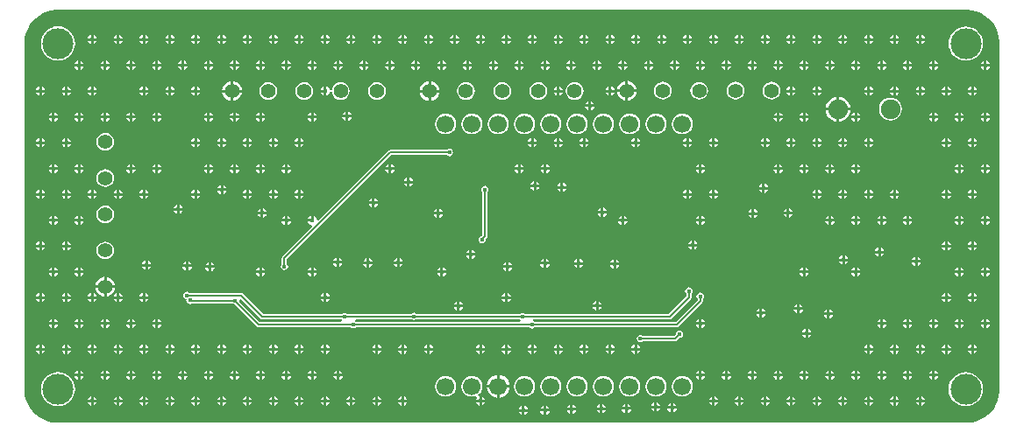
<source format=gbr>
%TF.GenerationSoftware,Altium Limited,Altium Designer,24.8.2 (39)*%
G04 Layer_Physical_Order=2*
G04 Layer_Color=16711680*
%FSLAX45Y45*%
%MOMM*%
%TF.SameCoordinates,FC40D359-564B-479C-ACF9-AE4C40DE52D9*%
%TF.FilePolarity,Positive*%
%TF.FileFunction,Copper,L2,Bot,Signal*%
%TF.Part,Single*%
G01*
G75*
%TA.AperFunction,Conductor*%
%ADD18C,0.20000*%
%TA.AperFunction,ComponentPad*%
%ADD20C,1.40000*%
%TA.AperFunction,ViaPad*%
%ADD21C,3.00000*%
%TA.AperFunction,ComponentPad*%
%ADD22C,1.90000*%
%ADD23C,1.70000*%
%TA.AperFunction,ViaPad*%
%ADD24C,0.40000*%
G36*
X16503352Y6529934D02*
X16543976Y6519049D01*
X16582832Y6502956D01*
X16619255Y6481928D01*
X16652621Y6456326D01*
X16682359Y6426588D01*
X16707964Y6393222D01*
X16728992Y6356800D01*
X16745087Y6317945D01*
X16755972Y6277321D01*
X16761461Y6235624D01*
X16761461Y6214596D01*
X16761459Y2856520D01*
X16761459D01*
X16761459Y2835774D01*
X16756044Y2794637D01*
X16745305Y2754559D01*
X16729427Y2716226D01*
X16708681Y2680293D01*
X16683423Y2647375D01*
X16654083Y2618036D01*
X16621165Y2592778D01*
X16585233Y2572032D01*
X16546899Y2556154D01*
X16506822Y2545415D01*
X16465686Y2539999D01*
X16444940Y2539999D01*
X7666354Y2540000D01*
X7645335Y2540000D01*
X7603659Y2545487D01*
X7563055Y2556367D01*
X7524218Y2572453D01*
X7487814Y2593472D01*
X7454464Y2619062D01*
X7424740Y2648786D01*
X7399150Y2682136D01*
X7378132Y2718540D01*
X7362046Y2757377D01*
X7351166Y2797981D01*
X7345680Y2839658D01*
X7345680Y2860676D01*
X7345680Y6212933D01*
X7345680Y6234070D01*
X7351197Y6275982D01*
X7362138Y6316815D01*
X7378315Y6355871D01*
X7399451Y6392482D01*
X7425186Y6426020D01*
X7455078Y6455912D01*
X7488616Y6481647D01*
X7525226Y6502784D01*
X7564282Y6518961D01*
X7605116Y6529902D01*
X7647028Y6535419D01*
X7668165Y6535418D01*
X16440627Y6535421D01*
Y6535421D01*
X16461655Y6535422D01*
X16503352Y6529934D01*
D02*
G37*
%LPC*%
G36*
X16012701Y6293764D02*
Y6262700D01*
X16043764D01*
X16042766Y6267714D01*
X16032732Y6282732D01*
X16017715Y6292766D01*
X16012701Y6293764D01*
D02*
G37*
G36*
X15987302D02*
X15982286Y6292766D01*
X15967268Y6282732D01*
X15957236Y6267714D01*
X15956236Y6262700D01*
X15987302D01*
Y6293764D01*
D02*
G37*
G36*
X15762701D02*
Y6262700D01*
X15793764D01*
X15792766Y6267714D01*
X15782732Y6282732D01*
X15767715Y6292766D01*
X15762701Y6293764D01*
D02*
G37*
G36*
X15737302D02*
X15732286Y6292766D01*
X15717268Y6282732D01*
X15707236Y6267714D01*
X15706236Y6262700D01*
X15737302D01*
Y6293764D01*
D02*
G37*
G36*
X15512700D02*
Y6262700D01*
X15543764D01*
X15542766Y6267714D01*
X15532732Y6282732D01*
X15517715Y6292766D01*
X15512700Y6293764D01*
D02*
G37*
G36*
X15487300D02*
X15482286Y6292766D01*
X15467268Y6282732D01*
X15457236Y6267714D01*
X15456236Y6262700D01*
X15487300D01*
Y6293764D01*
D02*
G37*
G36*
X15262700D02*
Y6262700D01*
X15293764D01*
X15292766Y6267714D01*
X15282732Y6282732D01*
X15267715Y6292766D01*
X15262700Y6293764D01*
D02*
G37*
G36*
X15237300D02*
X15232286Y6292766D01*
X15217268Y6282732D01*
X15207236Y6267714D01*
X15206236Y6262700D01*
X15237300D01*
Y6293764D01*
D02*
G37*
G36*
X15012700D02*
Y6262700D01*
X15043764D01*
X15042766Y6267714D01*
X15032732Y6282732D01*
X15017715Y6292766D01*
X15012700Y6293764D01*
D02*
G37*
G36*
X14987300D02*
X14982286Y6292766D01*
X14967268Y6282732D01*
X14957234Y6267714D01*
X14956236Y6262700D01*
X14987300D01*
Y6293764D01*
D02*
G37*
G36*
X14762700D02*
Y6262700D01*
X14793764D01*
X14792766Y6267714D01*
X14782732Y6282732D01*
X14767715Y6292766D01*
X14762700Y6293764D01*
D02*
G37*
G36*
X14737300D02*
X14732286Y6292766D01*
X14717268Y6282732D01*
X14707234Y6267714D01*
X14706236Y6262700D01*
X14737300D01*
Y6293764D01*
D02*
G37*
G36*
X14512700D02*
Y6262700D01*
X14543764D01*
X14542766Y6267714D01*
X14532732Y6282732D01*
X14517715Y6292766D01*
X14512700Y6293764D01*
D02*
G37*
G36*
X14487300D02*
X14482286Y6292766D01*
X14467268Y6282732D01*
X14457234Y6267714D01*
X14456236Y6262700D01*
X14487300D01*
Y6293764D01*
D02*
G37*
G36*
X14262700D02*
Y6262700D01*
X14293764D01*
X14292766Y6267714D01*
X14282732Y6282732D01*
X14267715Y6292766D01*
X14262700Y6293764D01*
D02*
G37*
G36*
X14237300D02*
X14232286Y6292766D01*
X14217268Y6282732D01*
X14207234Y6267714D01*
X14206236Y6262700D01*
X14237300D01*
Y6293764D01*
D02*
G37*
G36*
X14012700D02*
Y6262700D01*
X14043764D01*
X14042766Y6267714D01*
X14032732Y6282732D01*
X14017715Y6292766D01*
X14012700Y6293764D01*
D02*
G37*
G36*
X13987300D02*
X13982286Y6292766D01*
X13967268Y6282732D01*
X13957234Y6267714D01*
X13956236Y6262700D01*
X13987300D01*
Y6293764D01*
D02*
G37*
G36*
X13762700D02*
Y6262700D01*
X13793764D01*
X13792766Y6267714D01*
X13782732Y6282732D01*
X13767715Y6292766D01*
X13762700Y6293764D01*
D02*
G37*
G36*
X13737300D02*
X13732286Y6292766D01*
X13717268Y6282732D01*
X13707234Y6267714D01*
X13706236Y6262700D01*
X13737300D01*
Y6293764D01*
D02*
G37*
G36*
X13512700D02*
Y6262700D01*
X13543764D01*
X13542766Y6267714D01*
X13532732Y6282732D01*
X13517715Y6292766D01*
X13512700Y6293764D01*
D02*
G37*
G36*
X13487300D02*
X13482286Y6292766D01*
X13467268Y6282732D01*
X13457234Y6267714D01*
X13456236Y6262700D01*
X13487300D01*
Y6293764D01*
D02*
G37*
G36*
X13262700D02*
Y6262700D01*
X13293764D01*
X13292766Y6267714D01*
X13282732Y6282732D01*
X13267715Y6292766D01*
X13262700Y6293764D01*
D02*
G37*
G36*
X13237300D02*
X13232286Y6292766D01*
X13217268Y6282732D01*
X13207234Y6267714D01*
X13206236Y6262700D01*
X13237300D01*
Y6293764D01*
D02*
G37*
G36*
X13012700D02*
Y6262700D01*
X13043764D01*
X13042766Y6267714D01*
X13032732Y6282732D01*
X13017715Y6292766D01*
X13012700Y6293764D01*
D02*
G37*
G36*
X12987300D02*
X12982286Y6292766D01*
X12967268Y6282732D01*
X12957234Y6267714D01*
X12956236Y6262700D01*
X12987300D01*
Y6293764D01*
D02*
G37*
G36*
X12762700D02*
Y6262700D01*
X12793764D01*
X12792766Y6267714D01*
X12782732Y6282732D01*
X12767715Y6292766D01*
X12762700Y6293764D01*
D02*
G37*
G36*
X12737300D02*
X12732286Y6292766D01*
X12717269Y6282732D01*
X12707234Y6267714D01*
X12706237Y6262700D01*
X12737300D01*
Y6293764D01*
D02*
G37*
G36*
X12512700D02*
Y6262700D01*
X12543764D01*
X12542766Y6267714D01*
X12532732Y6282732D01*
X12517715Y6292766D01*
X12512700Y6293764D01*
D02*
G37*
G36*
X12487300D02*
X12482286Y6292766D01*
X12467269Y6282732D01*
X12457234Y6267714D01*
X12456237Y6262700D01*
X12487300D01*
Y6293764D01*
D02*
G37*
G36*
X12262700D02*
Y6262700D01*
X12293764D01*
X12292766Y6267714D01*
X12282732Y6282732D01*
X12267715Y6292766D01*
X12262700Y6293764D01*
D02*
G37*
G36*
X12237300D02*
X12232286Y6292766D01*
X12217269Y6282732D01*
X12207234Y6267714D01*
X12206237Y6262700D01*
X12237300D01*
Y6293764D01*
D02*
G37*
G36*
X12012700D02*
Y6262700D01*
X12043764D01*
X12042766Y6267714D01*
X12032732Y6282732D01*
X12017715Y6292766D01*
X12012700Y6293764D01*
D02*
G37*
G36*
X11987300D02*
X11982286Y6292766D01*
X11967269Y6282732D01*
X11957234Y6267714D01*
X11956237Y6262700D01*
X11987300D01*
Y6293764D01*
D02*
G37*
G36*
X11762700D02*
Y6262700D01*
X11793764D01*
X11792766Y6267714D01*
X11782732Y6282732D01*
X11767715Y6292766D01*
X11762700Y6293764D01*
D02*
G37*
G36*
X11737300D02*
X11732286Y6292766D01*
X11717269Y6282732D01*
X11707234Y6267714D01*
X11706237Y6262700D01*
X11737300D01*
Y6293764D01*
D02*
G37*
G36*
X11512700D02*
Y6262700D01*
X11543764D01*
X11542766Y6267714D01*
X11532732Y6282732D01*
X11517715Y6292766D01*
X11512700Y6293764D01*
D02*
G37*
G36*
X11487300D02*
X11482286Y6292766D01*
X11467269Y6282732D01*
X11457234Y6267714D01*
X11456237Y6262700D01*
X11487300D01*
Y6293764D01*
D02*
G37*
G36*
X11262700D02*
Y6262700D01*
X11293764D01*
X11292766Y6267714D01*
X11282732Y6282732D01*
X11267715Y6292766D01*
X11262700Y6293764D01*
D02*
G37*
G36*
X11237300D02*
X11232286Y6292766D01*
X11217269Y6282732D01*
X11207234Y6267714D01*
X11206237Y6262700D01*
X11237300D01*
Y6293764D01*
D02*
G37*
G36*
X11012700D02*
Y6262700D01*
X11043764D01*
X11042766Y6267714D01*
X11032732Y6282732D01*
X11017715Y6292766D01*
X11012700Y6293764D01*
D02*
G37*
G36*
X10987300D02*
X10982286Y6292766D01*
X10967269Y6282732D01*
X10957234Y6267714D01*
X10956237Y6262700D01*
X10987300D01*
Y6293764D01*
D02*
G37*
G36*
X10762700D02*
Y6262700D01*
X10793764D01*
X10792766Y6267714D01*
X10782732Y6282732D01*
X10767715Y6292766D01*
X10762700Y6293764D01*
D02*
G37*
G36*
X10737300D02*
X10732286Y6292766D01*
X10717269Y6282732D01*
X10707234Y6267714D01*
X10706237Y6262700D01*
X10737300D01*
Y6293764D01*
D02*
G37*
G36*
X10512700D02*
Y6262700D01*
X10543764D01*
X10542766Y6267714D01*
X10532732Y6282732D01*
X10517715Y6292766D01*
X10512700Y6293764D01*
D02*
G37*
G36*
X10487300D02*
X10482286Y6292766D01*
X10467269Y6282732D01*
X10457234Y6267714D01*
X10456237Y6262700D01*
X10487300D01*
Y6293764D01*
D02*
G37*
G36*
X10262700D02*
Y6262700D01*
X10293764D01*
X10292766Y6267714D01*
X10282732Y6282732D01*
X10267715Y6292766D01*
X10262700Y6293764D01*
D02*
G37*
G36*
X10237300D02*
X10232286Y6292766D01*
X10217269Y6282732D01*
X10207234Y6267714D01*
X10206237Y6262700D01*
X10237300D01*
Y6293764D01*
D02*
G37*
G36*
X10012700D02*
Y6262700D01*
X10043764D01*
X10042766Y6267714D01*
X10032732Y6282732D01*
X10017715Y6292766D01*
X10012700Y6293764D01*
D02*
G37*
G36*
X9987300D02*
X9982286Y6292766D01*
X9967269Y6282732D01*
X9957234Y6267714D01*
X9956237Y6262700D01*
X9987300D01*
Y6293764D01*
D02*
G37*
G36*
X9762700D02*
Y6262700D01*
X9793764D01*
X9792766Y6267714D01*
X9782732Y6282732D01*
X9767715Y6292766D01*
X9762700Y6293764D01*
D02*
G37*
G36*
X9737300D02*
X9732286Y6292766D01*
X9717269Y6282732D01*
X9707234Y6267714D01*
X9706237Y6262700D01*
X9737300D01*
Y6293764D01*
D02*
G37*
G36*
X9512700D02*
Y6262700D01*
X9543764D01*
X9542766Y6267714D01*
X9532732Y6282732D01*
X9517715Y6292766D01*
X9512700Y6293764D01*
D02*
G37*
G36*
X9487300D02*
X9482286Y6292766D01*
X9467269Y6282732D01*
X9457234Y6267714D01*
X9456237Y6262700D01*
X9487300D01*
Y6293764D01*
D02*
G37*
G36*
X9262700D02*
Y6262700D01*
X9293764D01*
X9292766Y6267714D01*
X9282732Y6282732D01*
X9267715Y6292766D01*
X9262700Y6293764D01*
D02*
G37*
G36*
X9237300D02*
X9232286Y6292766D01*
X9217269Y6282732D01*
X9207234Y6267714D01*
X9206237Y6262700D01*
X9237300D01*
Y6293764D01*
D02*
G37*
G36*
X9012700D02*
Y6262700D01*
X9043764D01*
X9042766Y6267714D01*
X9032732Y6282732D01*
X9017715Y6292766D01*
X9012700Y6293764D01*
D02*
G37*
G36*
X8987300D02*
X8982286Y6292766D01*
X8967269Y6282732D01*
X8957234Y6267714D01*
X8956237Y6262700D01*
X8987300D01*
Y6293764D01*
D02*
G37*
G36*
X8762700D02*
Y6262700D01*
X8793764D01*
X8792766Y6267714D01*
X8782732Y6282732D01*
X8767714Y6292766D01*
X8762700Y6293764D01*
D02*
G37*
G36*
X8737300D02*
X8732286Y6292766D01*
X8717269Y6282732D01*
X8707234Y6267714D01*
X8706237Y6262700D01*
X8737300D01*
Y6293764D01*
D02*
G37*
G36*
X8512700D02*
Y6262700D01*
X8543764D01*
X8542766Y6267714D01*
X8532732Y6282732D01*
X8517714Y6292766D01*
X8512700Y6293764D01*
D02*
G37*
G36*
X8487300D02*
X8482286Y6292766D01*
X8467269Y6282732D01*
X8457234Y6267714D01*
X8456237Y6262700D01*
X8487300D01*
Y6293764D01*
D02*
G37*
G36*
X8262700D02*
Y6262700D01*
X8293764D01*
X8292766Y6267714D01*
X8282732Y6282732D01*
X8267714Y6292766D01*
X8262700Y6293764D01*
D02*
G37*
G36*
X8237300D02*
X8232286Y6292766D01*
X8217269Y6282732D01*
X8207234Y6267714D01*
X8206237Y6262700D01*
X8237300D01*
Y6293764D01*
D02*
G37*
G36*
X8012700D02*
Y6262700D01*
X8043764D01*
X8042766Y6267714D01*
X8032732Y6282732D01*
X8017714Y6292766D01*
X8012700Y6293764D01*
D02*
G37*
G36*
X7987300D02*
X7982286Y6292766D01*
X7967269Y6282732D01*
X7957234Y6267714D01*
X7956237Y6262700D01*
X7987300D01*
Y6293764D01*
D02*
G37*
G36*
X16043764Y6237300D02*
X16012701D01*
Y6206237D01*
X16017715Y6207234D01*
X16032732Y6217268D01*
X16042766Y6232286D01*
X16043764Y6237300D01*
D02*
G37*
G36*
X15987302D02*
X15956236D01*
X15957236Y6232286D01*
X15967268Y6217268D01*
X15982286Y6207234D01*
X15987302Y6206237D01*
Y6237300D01*
D02*
G37*
G36*
X15793764D02*
X15762701D01*
Y6206237D01*
X15767715Y6207234D01*
X15782732Y6217268D01*
X15792766Y6232286D01*
X15793764Y6237300D01*
D02*
G37*
G36*
X15737302D02*
X15706236D01*
X15707236Y6232286D01*
X15717268Y6217268D01*
X15732286Y6207234D01*
X15737302Y6206237D01*
Y6237300D01*
D02*
G37*
G36*
X15543764D02*
X15512700D01*
Y6206237D01*
X15517715Y6207234D01*
X15532732Y6217268D01*
X15542766Y6232286D01*
X15543764Y6237300D01*
D02*
G37*
G36*
X15487300D02*
X15456236D01*
X15457236Y6232286D01*
X15467268Y6217268D01*
X15482286Y6207234D01*
X15487300Y6206237D01*
Y6237300D01*
D02*
G37*
G36*
X15293764D02*
X15262700D01*
Y6206237D01*
X15267715Y6207234D01*
X15282732Y6217268D01*
X15292766Y6232286D01*
X15293764Y6237300D01*
D02*
G37*
G36*
X15237300D02*
X15206236D01*
X15207236Y6232286D01*
X15217268Y6217268D01*
X15232286Y6207234D01*
X15237300Y6206237D01*
Y6237300D01*
D02*
G37*
G36*
X15043764D02*
X15012700D01*
Y6206237D01*
X15017715Y6207234D01*
X15032732Y6217268D01*
X15042766Y6232286D01*
X15043764Y6237300D01*
D02*
G37*
G36*
X14987300D02*
X14956236D01*
X14957234Y6232286D01*
X14967268Y6217268D01*
X14982286Y6207234D01*
X14987300Y6206237D01*
Y6237300D01*
D02*
G37*
G36*
X14793764D02*
X14762700D01*
Y6206237D01*
X14767715Y6207234D01*
X14782732Y6217268D01*
X14792766Y6232286D01*
X14793764Y6237300D01*
D02*
G37*
G36*
X14737300D02*
X14706236D01*
X14707234Y6232286D01*
X14717268Y6217268D01*
X14732286Y6207234D01*
X14737300Y6206237D01*
Y6237300D01*
D02*
G37*
G36*
X14543764D02*
X14512700D01*
Y6206237D01*
X14517715Y6207234D01*
X14532732Y6217268D01*
X14542766Y6232286D01*
X14543764Y6237300D01*
D02*
G37*
G36*
X14487300D02*
X14456236D01*
X14457234Y6232286D01*
X14467268Y6217268D01*
X14482286Y6207234D01*
X14487300Y6206237D01*
Y6237300D01*
D02*
G37*
G36*
X14293764D02*
X14262700D01*
Y6206237D01*
X14267715Y6207234D01*
X14282732Y6217268D01*
X14292766Y6232286D01*
X14293764Y6237300D01*
D02*
G37*
G36*
X14237300D02*
X14206236D01*
X14207234Y6232286D01*
X14217268Y6217268D01*
X14232286Y6207234D01*
X14237300Y6206237D01*
Y6237300D01*
D02*
G37*
G36*
X14043764D02*
X14012700D01*
Y6206237D01*
X14017715Y6207234D01*
X14032732Y6217268D01*
X14042766Y6232286D01*
X14043764Y6237300D01*
D02*
G37*
G36*
X13987300D02*
X13956236D01*
X13957234Y6232286D01*
X13967268Y6217268D01*
X13982286Y6207234D01*
X13987300Y6206237D01*
Y6237300D01*
D02*
G37*
G36*
X13793764D02*
X13762700D01*
Y6206237D01*
X13767715Y6207234D01*
X13782732Y6217268D01*
X13792766Y6232286D01*
X13793764Y6237300D01*
D02*
G37*
G36*
X13737300D02*
X13706236D01*
X13707234Y6232286D01*
X13717268Y6217268D01*
X13732286Y6207234D01*
X13737300Y6206237D01*
Y6237300D01*
D02*
G37*
G36*
X13543764D02*
X13512700D01*
Y6206237D01*
X13517715Y6207234D01*
X13532732Y6217268D01*
X13542766Y6232286D01*
X13543764Y6237300D01*
D02*
G37*
G36*
X13487300D02*
X13456236D01*
X13457234Y6232286D01*
X13467268Y6217268D01*
X13482286Y6207234D01*
X13487300Y6206237D01*
Y6237300D01*
D02*
G37*
G36*
X13293764D02*
X13262700D01*
Y6206237D01*
X13267715Y6207234D01*
X13282732Y6217268D01*
X13292766Y6232286D01*
X13293764Y6237300D01*
D02*
G37*
G36*
X13237300D02*
X13206236D01*
X13207234Y6232286D01*
X13217268Y6217268D01*
X13232286Y6207234D01*
X13237300Y6206237D01*
Y6237300D01*
D02*
G37*
G36*
X13043764D02*
X13012700D01*
Y6206237D01*
X13017715Y6207234D01*
X13032732Y6217268D01*
X13042766Y6232286D01*
X13043764Y6237300D01*
D02*
G37*
G36*
X12987300D02*
X12956236D01*
X12957234Y6232286D01*
X12967268Y6217268D01*
X12982286Y6207234D01*
X12987300Y6206237D01*
Y6237300D01*
D02*
G37*
G36*
X12793764D02*
X12762700D01*
Y6206237D01*
X12767715Y6207234D01*
X12782732Y6217268D01*
X12792766Y6232286D01*
X12793764Y6237300D01*
D02*
G37*
G36*
X12737300D02*
X12706237D01*
X12707234Y6232286D01*
X12717269Y6217268D01*
X12732286Y6207234D01*
X12737300Y6206237D01*
Y6237300D01*
D02*
G37*
G36*
X12543764D02*
X12512700D01*
Y6206237D01*
X12517715Y6207234D01*
X12532732Y6217268D01*
X12542766Y6232286D01*
X12543764Y6237300D01*
D02*
G37*
G36*
X12487300D02*
X12456237D01*
X12457234Y6232286D01*
X12467269Y6217268D01*
X12482286Y6207234D01*
X12487300Y6206237D01*
Y6237300D01*
D02*
G37*
G36*
X12293764D02*
X12262700D01*
Y6206237D01*
X12267715Y6207234D01*
X12282732Y6217268D01*
X12292766Y6232286D01*
X12293764Y6237300D01*
D02*
G37*
G36*
X12237300D02*
X12206237D01*
X12207234Y6232286D01*
X12217269Y6217268D01*
X12232286Y6207234D01*
X12237300Y6206237D01*
Y6237300D01*
D02*
G37*
G36*
X12043764D02*
X12012700D01*
Y6206237D01*
X12017715Y6207234D01*
X12032732Y6217268D01*
X12042766Y6232286D01*
X12043764Y6237300D01*
D02*
G37*
G36*
X11987300D02*
X11956237D01*
X11957234Y6232286D01*
X11967269Y6217268D01*
X11982286Y6207234D01*
X11987300Y6206237D01*
Y6237300D01*
D02*
G37*
G36*
X11793764D02*
X11762700D01*
Y6206237D01*
X11767715Y6207234D01*
X11782732Y6217268D01*
X11792766Y6232286D01*
X11793764Y6237300D01*
D02*
G37*
G36*
X11737300D02*
X11706237D01*
X11707234Y6232286D01*
X11717269Y6217268D01*
X11732286Y6207234D01*
X11737300Y6206237D01*
Y6237300D01*
D02*
G37*
G36*
X11543764D02*
X11512700D01*
Y6206237D01*
X11517715Y6207234D01*
X11532732Y6217268D01*
X11542766Y6232286D01*
X11543764Y6237300D01*
D02*
G37*
G36*
X11487300D02*
X11456237D01*
X11457234Y6232286D01*
X11467269Y6217268D01*
X11482286Y6207234D01*
X11487300Y6206237D01*
Y6237300D01*
D02*
G37*
G36*
X11293764D02*
X11262700D01*
Y6206237D01*
X11267715Y6207234D01*
X11282732Y6217268D01*
X11292766Y6232286D01*
X11293764Y6237300D01*
D02*
G37*
G36*
X11237300D02*
X11206237D01*
X11207234Y6232286D01*
X11217269Y6217268D01*
X11232286Y6207234D01*
X11237300Y6206237D01*
Y6237300D01*
D02*
G37*
G36*
X11043764D02*
X11012700D01*
Y6206237D01*
X11017715Y6207234D01*
X11032732Y6217268D01*
X11042766Y6232286D01*
X11043764Y6237300D01*
D02*
G37*
G36*
X10987300D02*
X10956237D01*
X10957234Y6232286D01*
X10967269Y6217268D01*
X10982286Y6207234D01*
X10987300Y6206237D01*
Y6237300D01*
D02*
G37*
G36*
X10793764D02*
X10762700D01*
Y6206237D01*
X10767715Y6207234D01*
X10782732Y6217268D01*
X10792766Y6232286D01*
X10793764Y6237300D01*
D02*
G37*
G36*
X10737300D02*
X10706237D01*
X10707234Y6232286D01*
X10717269Y6217268D01*
X10732286Y6207234D01*
X10737300Y6206237D01*
Y6237300D01*
D02*
G37*
G36*
X10543764D02*
X10512700D01*
Y6206237D01*
X10517715Y6207234D01*
X10532732Y6217268D01*
X10542766Y6232286D01*
X10543764Y6237300D01*
D02*
G37*
G36*
X10487300D02*
X10456237D01*
X10457234Y6232286D01*
X10467269Y6217268D01*
X10482286Y6207234D01*
X10487300Y6206237D01*
Y6237300D01*
D02*
G37*
G36*
X10293764D02*
X10262700D01*
Y6206237D01*
X10267715Y6207234D01*
X10282732Y6217268D01*
X10292766Y6232286D01*
X10293764Y6237300D01*
D02*
G37*
G36*
X10237300D02*
X10206237D01*
X10207234Y6232286D01*
X10217269Y6217268D01*
X10232286Y6207234D01*
X10237300Y6206237D01*
Y6237300D01*
D02*
G37*
G36*
X10043764D02*
X10012700D01*
Y6206237D01*
X10017715Y6207234D01*
X10032732Y6217268D01*
X10042766Y6232286D01*
X10043764Y6237300D01*
D02*
G37*
G36*
X9987300D02*
X9956237D01*
X9957234Y6232286D01*
X9967269Y6217268D01*
X9982286Y6207234D01*
X9987300Y6206237D01*
Y6237300D01*
D02*
G37*
G36*
X9793764D02*
X9762700D01*
Y6206237D01*
X9767715Y6207234D01*
X9782732Y6217268D01*
X9792766Y6232286D01*
X9793764Y6237300D01*
D02*
G37*
G36*
X9737300D02*
X9706237D01*
X9707234Y6232286D01*
X9717269Y6217268D01*
X9732286Y6207234D01*
X9737300Y6206237D01*
Y6237300D01*
D02*
G37*
G36*
X9543764D02*
X9512700D01*
Y6206237D01*
X9517715Y6207234D01*
X9532732Y6217268D01*
X9542766Y6232286D01*
X9543764Y6237300D01*
D02*
G37*
G36*
X9487300D02*
X9456237D01*
X9457234Y6232286D01*
X9467269Y6217268D01*
X9482286Y6207234D01*
X9487300Y6206237D01*
Y6237300D01*
D02*
G37*
G36*
X9293764D02*
X9262700D01*
Y6206237D01*
X9267715Y6207234D01*
X9282732Y6217268D01*
X9292766Y6232286D01*
X9293764Y6237300D01*
D02*
G37*
G36*
X9237300D02*
X9206237D01*
X9207234Y6232286D01*
X9217269Y6217268D01*
X9232286Y6207234D01*
X9237300Y6206237D01*
Y6237300D01*
D02*
G37*
G36*
X9043764D02*
X9012700D01*
Y6206237D01*
X9017715Y6207234D01*
X9032732Y6217268D01*
X9042766Y6232286D01*
X9043764Y6237300D01*
D02*
G37*
G36*
X8987300D02*
X8956237D01*
X8957234Y6232286D01*
X8967269Y6217268D01*
X8982286Y6207234D01*
X8987300Y6206237D01*
Y6237300D01*
D02*
G37*
G36*
X8793764D02*
X8762700D01*
Y6206237D01*
X8767714Y6207234D01*
X8782732Y6217268D01*
X8792766Y6232286D01*
X8793764Y6237300D01*
D02*
G37*
G36*
X8737300D02*
X8706237D01*
X8707234Y6232286D01*
X8717269Y6217268D01*
X8732286Y6207234D01*
X8737300Y6206237D01*
Y6237300D01*
D02*
G37*
G36*
X8543764D02*
X8512700D01*
Y6206237D01*
X8517714Y6207234D01*
X8532732Y6217268D01*
X8542766Y6232286D01*
X8543764Y6237300D01*
D02*
G37*
G36*
X8487300D02*
X8456237D01*
X8457234Y6232286D01*
X8467269Y6217268D01*
X8482286Y6207234D01*
X8487300Y6206237D01*
Y6237300D01*
D02*
G37*
G36*
X8293764D02*
X8262700D01*
Y6206237D01*
X8267714Y6207234D01*
X8282732Y6217268D01*
X8292766Y6232286D01*
X8293764Y6237300D01*
D02*
G37*
G36*
X8237300D02*
X8206237D01*
X8207234Y6232286D01*
X8217269Y6217268D01*
X8232286Y6207234D01*
X8237300Y6206237D01*
Y6237300D01*
D02*
G37*
G36*
X8043764D02*
X8012700D01*
Y6206237D01*
X8017714Y6207234D01*
X8032732Y6217268D01*
X8042766Y6232286D01*
X8043764Y6237300D01*
D02*
G37*
G36*
X7987300D02*
X7956237D01*
X7957234Y6232286D01*
X7967269Y6217268D01*
X7982286Y6207234D01*
X7987300Y6206237D01*
Y6237300D01*
D02*
G37*
G36*
X7670800Y6376098D02*
X7638454Y6372913D01*
X7607352Y6363477D01*
X7578687Y6348156D01*
X7553563Y6327537D01*
X7532944Y6302413D01*
X7517623Y6273748D01*
X7508187Y6242646D01*
X7505002Y6210300D01*
X7508187Y6177954D01*
X7517623Y6146852D01*
X7532944Y6118187D01*
X7553563Y6093063D01*
X7578687Y6072444D01*
X7607352Y6057123D01*
X7638454Y6047687D01*
X7670800Y6044502D01*
X7703146Y6047687D01*
X7734248Y6057123D01*
X7762913Y6072444D01*
X7788037Y6093063D01*
X7808656Y6118187D01*
X7823977Y6146852D01*
X7833413Y6177954D01*
X7836598Y6210300D01*
X7833413Y6242646D01*
X7823977Y6273748D01*
X7808656Y6302413D01*
X7788037Y6327537D01*
X7762913Y6348156D01*
X7734248Y6363477D01*
X7703146Y6372913D01*
X7670800Y6376098D01*
D02*
G37*
G36*
X16437500Y6375798D02*
X16405154Y6372613D01*
X16374052Y6363178D01*
X16345387Y6347856D01*
X16320264Y6327237D01*
X16299644Y6302113D01*
X16284323Y6273448D01*
X16274887Y6242346D01*
X16271703Y6210000D01*
X16274887Y6177654D01*
X16284323Y6146552D01*
X16299644Y6117887D01*
X16320264Y6092763D01*
X16345387Y6072144D01*
X16374052Y6056823D01*
X16405154Y6047387D01*
X16437500Y6044202D01*
X16469846Y6047387D01*
X16500948Y6056823D01*
X16529613Y6072144D01*
X16554736Y6092763D01*
X16575356Y6117887D01*
X16590678Y6146552D01*
X16600113Y6177654D01*
X16603297Y6210000D01*
X16600113Y6242346D01*
X16590678Y6273448D01*
X16575356Y6302113D01*
X16554736Y6327237D01*
X16529613Y6347856D01*
X16500948Y6363178D01*
X16469846Y6372613D01*
X16437500Y6375798D01*
D02*
G37*
G36*
X16637701Y6043764D02*
Y6012700D01*
X16668764D01*
X16667767Y6017714D01*
X16657732Y6032732D01*
X16642715Y6042766D01*
X16637701Y6043764D01*
D02*
G37*
G36*
X16612302D02*
X16607286Y6042766D01*
X16592268Y6032732D01*
X16582236Y6017714D01*
X16581236Y6012700D01*
X16612302D01*
Y6043764D01*
D02*
G37*
G36*
X16137701D02*
Y6012700D01*
X16168764D01*
X16167766Y6017714D01*
X16157732Y6032732D01*
X16142715Y6042766D01*
X16137701Y6043764D01*
D02*
G37*
G36*
X16112302D02*
X16107286Y6042766D01*
X16092268Y6032732D01*
X16082236Y6017714D01*
X16081236Y6012700D01*
X16112302D01*
Y6043764D01*
D02*
G37*
G36*
X15887701D02*
Y6012700D01*
X15918764D01*
X15917766Y6017714D01*
X15907732Y6032732D01*
X15892715Y6042766D01*
X15887701Y6043764D01*
D02*
G37*
G36*
X15862302D02*
X15857286Y6042766D01*
X15842268Y6032732D01*
X15832236Y6017714D01*
X15831236Y6012700D01*
X15862302D01*
Y6043764D01*
D02*
G37*
G36*
X15637700D02*
Y6012700D01*
X15668764D01*
X15667766Y6017714D01*
X15657732Y6032732D01*
X15642715Y6042766D01*
X15637700Y6043764D01*
D02*
G37*
G36*
X15612302D02*
X15607286Y6042766D01*
X15592268Y6032732D01*
X15582236Y6017714D01*
X15581236Y6012700D01*
X15612302D01*
Y6043764D01*
D02*
G37*
G36*
X15387700D02*
Y6012700D01*
X15418764D01*
X15417766Y6017714D01*
X15407732Y6032732D01*
X15392715Y6042766D01*
X15387700Y6043764D01*
D02*
G37*
G36*
X15362300D02*
X15357286Y6042766D01*
X15342268Y6032732D01*
X15332236Y6017714D01*
X15331236Y6012700D01*
X15362300D01*
Y6043764D01*
D02*
G37*
G36*
X15137700D02*
Y6012700D01*
X15168764D01*
X15167766Y6017714D01*
X15157732Y6032732D01*
X15142715Y6042766D01*
X15137700Y6043764D01*
D02*
G37*
G36*
X15112300D02*
X15107286Y6042766D01*
X15092268Y6032732D01*
X15082236Y6017714D01*
X15081236Y6012700D01*
X15112300D01*
Y6043764D01*
D02*
G37*
G36*
X14887700D02*
Y6012700D01*
X14918764D01*
X14917766Y6017714D01*
X14907732Y6032732D01*
X14892715Y6042766D01*
X14887700Y6043764D01*
D02*
G37*
G36*
X14862300D02*
X14857286Y6042766D01*
X14842268Y6032732D01*
X14832234Y6017714D01*
X14831236Y6012700D01*
X14862300D01*
Y6043764D01*
D02*
G37*
G36*
X14637700D02*
Y6012700D01*
X14668764D01*
X14667766Y6017714D01*
X14657732Y6032732D01*
X14642715Y6042766D01*
X14637700Y6043764D01*
D02*
G37*
G36*
X14612300D02*
X14607286Y6042766D01*
X14592268Y6032732D01*
X14582234Y6017714D01*
X14581236Y6012700D01*
X14612300D01*
Y6043764D01*
D02*
G37*
G36*
X14387700D02*
Y6012700D01*
X14418764D01*
X14417766Y6017714D01*
X14407732Y6032732D01*
X14392715Y6042766D01*
X14387700Y6043764D01*
D02*
G37*
G36*
X14362300D02*
X14357286Y6042766D01*
X14342268Y6032732D01*
X14332234Y6017714D01*
X14331236Y6012700D01*
X14362300D01*
Y6043764D01*
D02*
G37*
G36*
X14137700D02*
Y6012700D01*
X14168764D01*
X14167766Y6017714D01*
X14157732Y6032732D01*
X14142715Y6042766D01*
X14137700Y6043764D01*
D02*
G37*
G36*
X14112300D02*
X14107286Y6042766D01*
X14092268Y6032732D01*
X14082234Y6017714D01*
X14081236Y6012700D01*
X14112300D01*
Y6043764D01*
D02*
G37*
G36*
X13887700D02*
Y6012700D01*
X13918764D01*
X13917766Y6017714D01*
X13907732Y6032732D01*
X13892715Y6042766D01*
X13887700Y6043764D01*
D02*
G37*
G36*
X13862300D02*
X13857286Y6042766D01*
X13842268Y6032732D01*
X13832234Y6017714D01*
X13831236Y6012700D01*
X13862300D01*
Y6043764D01*
D02*
G37*
G36*
X13637700D02*
Y6012700D01*
X13668764D01*
X13667766Y6017714D01*
X13657732Y6032732D01*
X13642715Y6042766D01*
X13637700Y6043764D01*
D02*
G37*
G36*
X13612300D02*
X13607286Y6042766D01*
X13592268Y6032732D01*
X13582234Y6017714D01*
X13581236Y6012700D01*
X13612300D01*
Y6043764D01*
D02*
G37*
G36*
X13387700D02*
Y6012700D01*
X13418764D01*
X13417766Y6017714D01*
X13407732Y6032732D01*
X13392715Y6042766D01*
X13387700Y6043764D01*
D02*
G37*
G36*
X13362300D02*
X13357286Y6042766D01*
X13342268Y6032732D01*
X13332234Y6017714D01*
X13331236Y6012700D01*
X13362300D01*
Y6043764D01*
D02*
G37*
G36*
X13137700D02*
Y6012700D01*
X13168764D01*
X13167766Y6017714D01*
X13157732Y6032732D01*
X13142715Y6042766D01*
X13137700Y6043764D01*
D02*
G37*
G36*
X13112300D02*
X13107286Y6042766D01*
X13092268Y6032732D01*
X13082234Y6017714D01*
X13081236Y6012700D01*
X13112300D01*
Y6043764D01*
D02*
G37*
G36*
X12887700D02*
Y6012700D01*
X12918764D01*
X12917766Y6017714D01*
X12907732Y6032732D01*
X12892715Y6042766D01*
X12887700Y6043764D01*
D02*
G37*
G36*
X12862300D02*
X12857286Y6042766D01*
X12842268Y6032732D01*
X12832234Y6017714D01*
X12831236Y6012700D01*
X12862300D01*
Y6043764D01*
D02*
G37*
G36*
X12637700D02*
Y6012700D01*
X12668764D01*
X12667766Y6017714D01*
X12657732Y6032732D01*
X12642715Y6042766D01*
X12637700Y6043764D01*
D02*
G37*
G36*
X12612300D02*
X12607286Y6042766D01*
X12592269Y6032732D01*
X12582234Y6017714D01*
X12581237Y6012700D01*
X12612300D01*
Y6043764D01*
D02*
G37*
G36*
X12387700D02*
Y6012700D01*
X12418764D01*
X12417766Y6017714D01*
X12407732Y6032732D01*
X12392715Y6042766D01*
X12387700Y6043764D01*
D02*
G37*
G36*
X12362300D02*
X12357286Y6042766D01*
X12342269Y6032732D01*
X12332234Y6017714D01*
X12331237Y6012700D01*
X12362300D01*
Y6043764D01*
D02*
G37*
G36*
X12137700D02*
Y6012700D01*
X12168764D01*
X12167766Y6017714D01*
X12157732Y6032732D01*
X12142715Y6042766D01*
X12137700Y6043764D01*
D02*
G37*
G36*
X12112300D02*
X12107286Y6042766D01*
X12092269Y6032732D01*
X12082234Y6017714D01*
X12081237Y6012700D01*
X12112300D01*
Y6043764D01*
D02*
G37*
G36*
X11887700D02*
Y6012700D01*
X11918764D01*
X11917766Y6017714D01*
X11907732Y6032732D01*
X11892715Y6042766D01*
X11887700Y6043764D01*
D02*
G37*
G36*
X11862300D02*
X11857286Y6042766D01*
X11842269Y6032732D01*
X11832234Y6017714D01*
X11831237Y6012700D01*
X11862300D01*
Y6043764D01*
D02*
G37*
G36*
X11637700D02*
Y6012700D01*
X11668764D01*
X11667766Y6017714D01*
X11657732Y6032732D01*
X11642715Y6042766D01*
X11637700Y6043764D01*
D02*
G37*
G36*
X11612300D02*
X11607286Y6042766D01*
X11592269Y6032732D01*
X11582234Y6017714D01*
X11581237Y6012700D01*
X11612300D01*
Y6043764D01*
D02*
G37*
G36*
X11387700D02*
Y6012700D01*
X11418764D01*
X11417766Y6017714D01*
X11407732Y6032732D01*
X11392715Y6042766D01*
X11387700Y6043764D01*
D02*
G37*
G36*
X11362300D02*
X11357286Y6042766D01*
X11342269Y6032732D01*
X11332234Y6017714D01*
X11331237Y6012700D01*
X11362300D01*
Y6043764D01*
D02*
G37*
G36*
X11137700D02*
Y6012700D01*
X11168764D01*
X11167766Y6017714D01*
X11157732Y6032732D01*
X11142715Y6042766D01*
X11137700Y6043764D01*
D02*
G37*
G36*
X11112300D02*
X11107286Y6042766D01*
X11092269Y6032732D01*
X11082234Y6017714D01*
X11081237Y6012700D01*
X11112300D01*
Y6043764D01*
D02*
G37*
G36*
X10887700D02*
Y6012700D01*
X10918764D01*
X10917766Y6017714D01*
X10907732Y6032732D01*
X10892715Y6042766D01*
X10887700Y6043764D01*
D02*
G37*
G36*
X10862300D02*
X10857286Y6042766D01*
X10842269Y6032732D01*
X10832234Y6017714D01*
X10831237Y6012700D01*
X10862300D01*
Y6043764D01*
D02*
G37*
G36*
X10637700D02*
Y6012700D01*
X10668764D01*
X10667766Y6017714D01*
X10657732Y6032732D01*
X10642715Y6042766D01*
X10637700Y6043764D01*
D02*
G37*
G36*
X10612300D02*
X10607286Y6042766D01*
X10592269Y6032732D01*
X10582234Y6017714D01*
X10581237Y6012700D01*
X10612300D01*
Y6043764D01*
D02*
G37*
G36*
X10387700D02*
Y6012700D01*
X10418764D01*
X10417766Y6017714D01*
X10407732Y6032732D01*
X10392715Y6042766D01*
X10387700Y6043764D01*
D02*
G37*
G36*
X10362300D02*
X10357286Y6042766D01*
X10342269Y6032732D01*
X10332234Y6017714D01*
X10331237Y6012700D01*
X10362300D01*
Y6043764D01*
D02*
G37*
G36*
X10137700D02*
Y6012700D01*
X10168764D01*
X10167766Y6017714D01*
X10157732Y6032732D01*
X10142715Y6042766D01*
X10137700Y6043764D01*
D02*
G37*
G36*
X10112300D02*
X10107286Y6042766D01*
X10092269Y6032732D01*
X10082234Y6017714D01*
X10081237Y6012700D01*
X10112300D01*
Y6043764D01*
D02*
G37*
G36*
X9887700D02*
Y6012700D01*
X9918764D01*
X9917766Y6017714D01*
X9907732Y6032732D01*
X9892715Y6042766D01*
X9887700Y6043764D01*
D02*
G37*
G36*
X9862300D02*
X9857286Y6042766D01*
X9842269Y6032732D01*
X9832234Y6017714D01*
X9831237Y6012700D01*
X9862300D01*
Y6043764D01*
D02*
G37*
G36*
X9637700D02*
Y6012700D01*
X9668764D01*
X9667766Y6017714D01*
X9657732Y6032732D01*
X9642715Y6042766D01*
X9637700Y6043764D01*
D02*
G37*
G36*
X9612300D02*
X9607286Y6042766D01*
X9592269Y6032732D01*
X9582234Y6017714D01*
X9581237Y6012700D01*
X9612300D01*
Y6043764D01*
D02*
G37*
G36*
X9387700D02*
Y6012700D01*
X9418764D01*
X9417766Y6017714D01*
X9407732Y6032732D01*
X9392715Y6042766D01*
X9387700Y6043764D01*
D02*
G37*
G36*
X9362300D02*
X9357286Y6042766D01*
X9342269Y6032732D01*
X9332234Y6017714D01*
X9331237Y6012700D01*
X9362300D01*
Y6043764D01*
D02*
G37*
G36*
X9137700D02*
Y6012700D01*
X9168764D01*
X9167766Y6017714D01*
X9157732Y6032732D01*
X9142715Y6042766D01*
X9137700Y6043764D01*
D02*
G37*
G36*
X9112300D02*
X9107286Y6042766D01*
X9092269Y6032732D01*
X9082234Y6017714D01*
X9081237Y6012700D01*
X9112300D01*
Y6043764D01*
D02*
G37*
G36*
X8887700D02*
Y6012700D01*
X8918764D01*
X8917766Y6017714D01*
X8907732Y6032732D01*
X8892714Y6042766D01*
X8887700Y6043764D01*
D02*
G37*
G36*
X8862300D02*
X8857286Y6042766D01*
X8842269Y6032732D01*
X8832234Y6017714D01*
X8831237Y6012700D01*
X8862300D01*
Y6043764D01*
D02*
G37*
G36*
X8637700D02*
Y6012700D01*
X8668764D01*
X8667766Y6017714D01*
X8657732Y6032732D01*
X8642714Y6042766D01*
X8637700Y6043764D01*
D02*
G37*
G36*
X8612300D02*
X8607286Y6042766D01*
X8592269Y6032732D01*
X8582234Y6017714D01*
X8581237Y6012700D01*
X8612300D01*
Y6043764D01*
D02*
G37*
G36*
X8387700D02*
Y6012700D01*
X8418764D01*
X8417766Y6017714D01*
X8407732Y6032732D01*
X8392714Y6042766D01*
X8387700Y6043764D01*
D02*
G37*
G36*
X8362300D02*
X8357286Y6042766D01*
X8342269Y6032732D01*
X8332234Y6017714D01*
X8331237Y6012700D01*
X8362300D01*
Y6043764D01*
D02*
G37*
G36*
X8137700D02*
Y6012700D01*
X8168764D01*
X8167766Y6017714D01*
X8157732Y6032732D01*
X8142714Y6042766D01*
X8137700Y6043764D01*
D02*
G37*
G36*
X8112300D02*
X8107286Y6042766D01*
X8092269Y6032732D01*
X8082234Y6017714D01*
X8081237Y6012700D01*
X8112300D01*
Y6043764D01*
D02*
G37*
G36*
X7887700D02*
Y6012700D01*
X7918764D01*
X7917766Y6017714D01*
X7907732Y6032732D01*
X7892714Y6042766D01*
X7887700Y6043764D01*
D02*
G37*
G36*
X7862300D02*
X7857286Y6042766D01*
X7842269Y6032732D01*
X7832234Y6017714D01*
X7831237Y6012700D01*
X7862300D01*
Y6043764D01*
D02*
G37*
G36*
X16668764Y5987300D02*
X16637701D01*
Y5956237D01*
X16642715Y5957234D01*
X16657732Y5967268D01*
X16667767Y5982286D01*
X16668764Y5987300D01*
D02*
G37*
G36*
X16612302D02*
X16581236D01*
X16582236Y5982286D01*
X16592268Y5967268D01*
X16607286Y5957234D01*
X16612302Y5956237D01*
Y5987300D01*
D02*
G37*
G36*
X16168764D02*
X16137701D01*
Y5956237D01*
X16142715Y5957234D01*
X16157732Y5967268D01*
X16167766Y5982286D01*
X16168764Y5987300D01*
D02*
G37*
G36*
X16112302D02*
X16081236D01*
X16082236Y5982286D01*
X16092268Y5967268D01*
X16107286Y5957234D01*
X16112302Y5956237D01*
Y5987300D01*
D02*
G37*
G36*
X15918764D02*
X15887701D01*
Y5956237D01*
X15892715Y5957234D01*
X15907732Y5967268D01*
X15917766Y5982286D01*
X15918764Y5987300D01*
D02*
G37*
G36*
X15862302D02*
X15831236D01*
X15832236Y5982286D01*
X15842268Y5967268D01*
X15857286Y5957234D01*
X15862302Y5956237D01*
Y5987300D01*
D02*
G37*
G36*
X15668764D02*
X15637700D01*
Y5956237D01*
X15642715Y5957234D01*
X15657732Y5967268D01*
X15667766Y5982286D01*
X15668764Y5987300D01*
D02*
G37*
G36*
X15612302D02*
X15581236D01*
X15582236Y5982286D01*
X15592268Y5967268D01*
X15607286Y5957234D01*
X15612302Y5956237D01*
Y5987300D01*
D02*
G37*
G36*
X15418764D02*
X15387700D01*
Y5956237D01*
X15392715Y5957234D01*
X15407732Y5967268D01*
X15417766Y5982286D01*
X15418764Y5987300D01*
D02*
G37*
G36*
X15362300D02*
X15331236D01*
X15332236Y5982286D01*
X15342268Y5967268D01*
X15357286Y5957234D01*
X15362300Y5956237D01*
Y5987300D01*
D02*
G37*
G36*
X15168764D02*
X15137700D01*
Y5956237D01*
X15142715Y5957234D01*
X15157732Y5967268D01*
X15167766Y5982286D01*
X15168764Y5987300D01*
D02*
G37*
G36*
X15112300D02*
X15081236D01*
X15082236Y5982286D01*
X15092268Y5967268D01*
X15107286Y5957234D01*
X15112300Y5956237D01*
Y5987300D01*
D02*
G37*
G36*
X14918764D02*
X14887700D01*
Y5956237D01*
X14892715Y5957234D01*
X14907732Y5967268D01*
X14917766Y5982286D01*
X14918764Y5987300D01*
D02*
G37*
G36*
X14862300D02*
X14831236D01*
X14832234Y5982286D01*
X14842268Y5967268D01*
X14857286Y5957234D01*
X14862300Y5956237D01*
Y5987300D01*
D02*
G37*
G36*
X14668764D02*
X14637700D01*
Y5956237D01*
X14642715Y5957234D01*
X14657732Y5967268D01*
X14667766Y5982286D01*
X14668764Y5987300D01*
D02*
G37*
G36*
X14612300D02*
X14581236D01*
X14582234Y5982286D01*
X14592268Y5967268D01*
X14607286Y5957234D01*
X14612300Y5956237D01*
Y5987300D01*
D02*
G37*
G36*
X14418764D02*
X14387700D01*
Y5956237D01*
X14392715Y5957234D01*
X14407732Y5967268D01*
X14417766Y5982286D01*
X14418764Y5987300D01*
D02*
G37*
G36*
X14362300D02*
X14331236D01*
X14332234Y5982286D01*
X14342268Y5967268D01*
X14357286Y5957234D01*
X14362300Y5956237D01*
Y5987300D01*
D02*
G37*
G36*
X14168764D02*
X14137700D01*
Y5956237D01*
X14142715Y5957234D01*
X14157732Y5967268D01*
X14167766Y5982286D01*
X14168764Y5987300D01*
D02*
G37*
G36*
X14112300D02*
X14081236D01*
X14082234Y5982286D01*
X14092268Y5967268D01*
X14107286Y5957234D01*
X14112300Y5956237D01*
Y5987300D01*
D02*
G37*
G36*
X13918764D02*
X13887700D01*
Y5956237D01*
X13892715Y5957234D01*
X13907732Y5967268D01*
X13917766Y5982286D01*
X13918764Y5987300D01*
D02*
G37*
G36*
X13862300D02*
X13831236D01*
X13832234Y5982286D01*
X13842268Y5967268D01*
X13857286Y5957234D01*
X13862300Y5956237D01*
Y5987300D01*
D02*
G37*
G36*
X13668764D02*
X13637700D01*
Y5956237D01*
X13642715Y5957234D01*
X13657732Y5967268D01*
X13667766Y5982286D01*
X13668764Y5987300D01*
D02*
G37*
G36*
X13612300D02*
X13581236D01*
X13582234Y5982286D01*
X13592268Y5967268D01*
X13607286Y5957234D01*
X13612300Y5956237D01*
Y5987300D01*
D02*
G37*
G36*
X13418764D02*
X13387700D01*
Y5956237D01*
X13392715Y5957234D01*
X13407732Y5967268D01*
X13417766Y5982286D01*
X13418764Y5987300D01*
D02*
G37*
G36*
X13362300D02*
X13331236D01*
X13332234Y5982286D01*
X13342268Y5967268D01*
X13357286Y5957234D01*
X13362300Y5956237D01*
Y5987300D01*
D02*
G37*
G36*
X13168764D02*
X13137700D01*
Y5956237D01*
X13142715Y5957234D01*
X13157732Y5967268D01*
X13167766Y5982286D01*
X13168764Y5987300D01*
D02*
G37*
G36*
X13112300D02*
X13081236D01*
X13082234Y5982286D01*
X13092268Y5967268D01*
X13107286Y5957234D01*
X13112300Y5956237D01*
Y5987300D01*
D02*
G37*
G36*
X12918764D02*
X12887700D01*
Y5956237D01*
X12892715Y5957234D01*
X12907732Y5967268D01*
X12917766Y5982286D01*
X12918764Y5987300D01*
D02*
G37*
G36*
X12862300D02*
X12831236D01*
X12832234Y5982286D01*
X12842268Y5967268D01*
X12857286Y5957234D01*
X12862300Y5956237D01*
Y5987300D01*
D02*
G37*
G36*
X12668764D02*
X12637700D01*
Y5956237D01*
X12642715Y5957234D01*
X12657732Y5967268D01*
X12667766Y5982286D01*
X12668764Y5987300D01*
D02*
G37*
G36*
X12612300D02*
X12581237D01*
X12582234Y5982286D01*
X12592269Y5967268D01*
X12607286Y5957234D01*
X12612300Y5956237D01*
Y5987300D01*
D02*
G37*
G36*
X12418764D02*
X12387700D01*
Y5956237D01*
X12392715Y5957234D01*
X12407732Y5967268D01*
X12417766Y5982286D01*
X12418764Y5987300D01*
D02*
G37*
G36*
X12362300D02*
X12331237D01*
X12332234Y5982286D01*
X12342269Y5967268D01*
X12357286Y5957234D01*
X12362300Y5956237D01*
Y5987300D01*
D02*
G37*
G36*
X12168764D02*
X12137700D01*
Y5956237D01*
X12142715Y5957234D01*
X12157732Y5967268D01*
X12167766Y5982286D01*
X12168764Y5987300D01*
D02*
G37*
G36*
X12112300D02*
X12081237D01*
X12082234Y5982286D01*
X12092269Y5967268D01*
X12107286Y5957234D01*
X12112300Y5956237D01*
Y5987300D01*
D02*
G37*
G36*
X11918764D02*
X11887700D01*
Y5956237D01*
X11892715Y5957234D01*
X11907732Y5967268D01*
X11917766Y5982286D01*
X11918764Y5987300D01*
D02*
G37*
G36*
X11862300D02*
X11831237D01*
X11832234Y5982286D01*
X11842269Y5967268D01*
X11857286Y5957234D01*
X11862300Y5956237D01*
Y5987300D01*
D02*
G37*
G36*
X11668764D02*
X11637700D01*
Y5956237D01*
X11642715Y5957234D01*
X11657732Y5967268D01*
X11667766Y5982286D01*
X11668764Y5987300D01*
D02*
G37*
G36*
X11612300D02*
X11581237D01*
X11582234Y5982286D01*
X11592269Y5967268D01*
X11607286Y5957234D01*
X11612300Y5956237D01*
Y5987300D01*
D02*
G37*
G36*
X11418764D02*
X11387700D01*
Y5956237D01*
X11392715Y5957234D01*
X11407732Y5967268D01*
X11417766Y5982286D01*
X11418764Y5987300D01*
D02*
G37*
G36*
X11362300D02*
X11331237D01*
X11332234Y5982286D01*
X11342269Y5967268D01*
X11357286Y5957234D01*
X11362300Y5956237D01*
Y5987300D01*
D02*
G37*
G36*
X11168764D02*
X11137700D01*
Y5956237D01*
X11142715Y5957234D01*
X11157732Y5967268D01*
X11167766Y5982286D01*
X11168764Y5987300D01*
D02*
G37*
G36*
X11112300D02*
X11081237D01*
X11082234Y5982286D01*
X11092269Y5967268D01*
X11107286Y5957234D01*
X11112300Y5956237D01*
Y5987300D01*
D02*
G37*
G36*
X10918764D02*
X10887700D01*
Y5956237D01*
X10892715Y5957234D01*
X10907732Y5967268D01*
X10917766Y5982286D01*
X10918764Y5987300D01*
D02*
G37*
G36*
X10862300D02*
X10831237D01*
X10832234Y5982286D01*
X10842269Y5967268D01*
X10857286Y5957234D01*
X10862300Y5956237D01*
Y5987300D01*
D02*
G37*
G36*
X10668764D02*
X10637700D01*
Y5956237D01*
X10642715Y5957234D01*
X10657732Y5967268D01*
X10667766Y5982286D01*
X10668764Y5987300D01*
D02*
G37*
G36*
X10612300D02*
X10581237D01*
X10582234Y5982286D01*
X10592269Y5967268D01*
X10607286Y5957234D01*
X10612300Y5956237D01*
Y5987300D01*
D02*
G37*
G36*
X10418764D02*
X10387700D01*
Y5956237D01*
X10392715Y5957234D01*
X10407732Y5967268D01*
X10417766Y5982286D01*
X10418764Y5987300D01*
D02*
G37*
G36*
X10362300D02*
X10331237D01*
X10332234Y5982286D01*
X10342269Y5967268D01*
X10357286Y5957234D01*
X10362300Y5956237D01*
Y5987300D01*
D02*
G37*
G36*
X10168764D02*
X10137700D01*
Y5956237D01*
X10142715Y5957234D01*
X10157732Y5967268D01*
X10167766Y5982286D01*
X10168764Y5987300D01*
D02*
G37*
G36*
X10112300D02*
X10081237D01*
X10082234Y5982286D01*
X10092269Y5967268D01*
X10107286Y5957234D01*
X10112300Y5956237D01*
Y5987300D01*
D02*
G37*
G36*
X9918764D02*
X9887700D01*
Y5956237D01*
X9892715Y5957234D01*
X9907732Y5967268D01*
X9917766Y5982286D01*
X9918764Y5987300D01*
D02*
G37*
G36*
X9862300D02*
X9831237D01*
X9832234Y5982286D01*
X9842269Y5967268D01*
X9857286Y5957234D01*
X9862300Y5956237D01*
Y5987300D01*
D02*
G37*
G36*
X9668764D02*
X9637700D01*
Y5956237D01*
X9642715Y5957234D01*
X9657732Y5967268D01*
X9667766Y5982286D01*
X9668764Y5987300D01*
D02*
G37*
G36*
X9612300D02*
X9581237D01*
X9582234Y5982286D01*
X9592269Y5967268D01*
X9607286Y5957234D01*
X9612300Y5956237D01*
Y5987300D01*
D02*
G37*
G36*
X9418764D02*
X9387700D01*
Y5956237D01*
X9392715Y5957234D01*
X9407732Y5967268D01*
X9417766Y5982286D01*
X9418764Y5987300D01*
D02*
G37*
G36*
X9362300D02*
X9331237D01*
X9332234Y5982286D01*
X9342269Y5967268D01*
X9357286Y5957234D01*
X9362300Y5956237D01*
Y5987300D01*
D02*
G37*
G36*
X9168764D02*
X9137700D01*
Y5956237D01*
X9142715Y5957234D01*
X9157732Y5967268D01*
X9167766Y5982286D01*
X9168764Y5987300D01*
D02*
G37*
G36*
X9112300D02*
X9081237D01*
X9082234Y5982286D01*
X9092269Y5967268D01*
X9107286Y5957234D01*
X9112300Y5956237D01*
Y5987300D01*
D02*
G37*
G36*
X8918764D02*
X8887700D01*
Y5956237D01*
X8892714Y5957234D01*
X8907732Y5967268D01*
X8917766Y5982286D01*
X8918764Y5987300D01*
D02*
G37*
G36*
X8862300D02*
X8831237D01*
X8832234Y5982286D01*
X8842269Y5967268D01*
X8857286Y5957234D01*
X8862300Y5956237D01*
Y5987300D01*
D02*
G37*
G36*
X8668764D02*
X8637700D01*
Y5956237D01*
X8642714Y5957234D01*
X8657732Y5967268D01*
X8667766Y5982286D01*
X8668764Y5987300D01*
D02*
G37*
G36*
X8612300D02*
X8581237D01*
X8582234Y5982286D01*
X8592269Y5967268D01*
X8607286Y5957234D01*
X8612300Y5956237D01*
Y5987300D01*
D02*
G37*
G36*
X8418764D02*
X8387700D01*
Y5956237D01*
X8392714Y5957234D01*
X8407732Y5967268D01*
X8417766Y5982286D01*
X8418764Y5987300D01*
D02*
G37*
G36*
X8362300D02*
X8331237D01*
X8332234Y5982286D01*
X8342269Y5967268D01*
X8357286Y5957234D01*
X8362300Y5956237D01*
Y5987300D01*
D02*
G37*
G36*
X8168764D02*
X8137700D01*
Y5956237D01*
X8142714Y5957234D01*
X8157732Y5967268D01*
X8167766Y5982286D01*
X8168764Y5987300D01*
D02*
G37*
G36*
X8112300D02*
X8081237D01*
X8082234Y5982286D01*
X8092269Y5967268D01*
X8107286Y5957234D01*
X8112300Y5956237D01*
Y5987300D01*
D02*
G37*
G36*
X7918764D02*
X7887700D01*
Y5956237D01*
X7892714Y5957234D01*
X7907732Y5967268D01*
X7917766Y5982286D01*
X7918764Y5987300D01*
D02*
G37*
G36*
X7862300D02*
X7831237D01*
X7832234Y5982286D01*
X7842269Y5967268D01*
X7857286Y5957234D01*
X7862300Y5956237D01*
Y5987300D01*
D02*
G37*
G36*
X13176180Y5848651D02*
Y5766800D01*
X13258031D01*
X13256422Y5779004D01*
X13246809Y5802211D01*
X13231519Y5822140D01*
X13211591Y5837431D01*
X13188383Y5847044D01*
X13176180Y5848651D01*
D02*
G37*
G36*
X13150780D02*
X13138574Y5847044D01*
X13115367Y5837431D01*
X13095439Y5822140D01*
X13080147Y5802211D01*
X13070534Y5779004D01*
X13068929Y5766800D01*
X13150780D01*
Y5848651D01*
D02*
G37*
G36*
X11273100Y5844751D02*
Y5762900D01*
X11354951D01*
X11353345Y5775104D01*
X11343732Y5798311D01*
X11328440Y5818240D01*
X11308512Y5833531D01*
X11285305Y5843144D01*
X11273100Y5844751D01*
D02*
G37*
G36*
X9362799D02*
Y5762900D01*
X9444651D01*
X9443045Y5775104D01*
X9433432Y5798311D01*
X9418140Y5818240D01*
X9398212Y5833531D01*
X9375005Y5843144D01*
X9362799Y5844751D01*
D02*
G37*
G36*
X9337399Y5844751D02*
X9325196Y5843144D01*
X9301989Y5833531D01*
X9282060Y5818240D01*
X9266769Y5798311D01*
X9257156Y5775104D01*
X9255549Y5762900D01*
X9337399D01*
Y5844751D01*
D02*
G37*
G36*
X11247700Y5844751D02*
X11235496Y5843144D01*
X11212288Y5833531D01*
X11192360Y5818240D01*
X11177069Y5798311D01*
X11167456Y5775104D01*
X11165849Y5762900D01*
X11247700D01*
Y5844751D01*
D02*
G37*
G36*
X16512701Y5793764D02*
Y5762700D01*
X16543764D01*
X16542767Y5767714D01*
X16532732Y5782732D01*
X16517715Y5792766D01*
X16512701Y5793764D01*
D02*
G37*
G36*
X16487302D02*
X16482286Y5792766D01*
X16467268Y5782732D01*
X16457236Y5767714D01*
X16456236Y5762700D01*
X16487302D01*
Y5793764D01*
D02*
G37*
G36*
X16262701D02*
Y5762700D01*
X16293764D01*
X16292766Y5767714D01*
X16282732Y5782732D01*
X16267715Y5792766D01*
X16262701Y5793764D01*
D02*
G37*
G36*
X16237302D02*
X16232286Y5792766D01*
X16217268Y5782732D01*
X16207236Y5767714D01*
X16206236Y5762700D01*
X16237302D01*
Y5793764D01*
D02*
G37*
G36*
X16012701D02*
Y5762700D01*
X16043764D01*
X16042766Y5767714D01*
X16032732Y5782732D01*
X16017715Y5792766D01*
X16012701Y5793764D01*
D02*
G37*
G36*
X15987302D02*
X15982286Y5792766D01*
X15967268Y5782732D01*
X15957236Y5767714D01*
X15956236Y5762700D01*
X15987302D01*
Y5793764D01*
D02*
G37*
G36*
X15762701D02*
Y5762700D01*
X15793764D01*
X15792766Y5767714D01*
X15782732Y5782732D01*
X15767715Y5792766D01*
X15762701Y5793764D01*
D02*
G37*
G36*
X15737302D02*
X15732286Y5792766D01*
X15717268Y5782732D01*
X15707236Y5767714D01*
X15706236Y5762700D01*
X15737302D01*
Y5793764D01*
D02*
G37*
G36*
X15512700D02*
Y5762700D01*
X15543764D01*
X15542766Y5767714D01*
X15532732Y5782732D01*
X15517715Y5792766D01*
X15512700Y5793764D01*
D02*
G37*
G36*
X15487300D02*
X15482286Y5792766D01*
X15467268Y5782732D01*
X15457236Y5767714D01*
X15456236Y5762700D01*
X15487300D01*
Y5793764D01*
D02*
G37*
G36*
X15012700D02*
Y5762700D01*
X15043764D01*
X15042766Y5767714D01*
X15032732Y5782732D01*
X15017715Y5792766D01*
X15012700Y5793764D01*
D02*
G37*
G36*
X14987300D02*
X14982286Y5792766D01*
X14967268Y5782732D01*
X14957234Y5767714D01*
X14956236Y5762700D01*
X14987300D01*
Y5793764D01*
D02*
G37*
G36*
X14762700D02*
Y5762700D01*
X14793764D01*
X14792766Y5767714D01*
X14782732Y5782732D01*
X14767715Y5792766D01*
X14762700Y5793764D01*
D02*
G37*
G36*
X14737300D02*
X14732286Y5792766D01*
X14717268Y5782732D01*
X14707234Y5767714D01*
X14706236Y5762700D01*
X14737300D01*
Y5793764D01*
D02*
G37*
G36*
X13012700D02*
Y5762700D01*
X13043764D01*
X13042766Y5767714D01*
X13032732Y5782732D01*
X13017715Y5792766D01*
X13012700Y5793764D01*
D02*
G37*
G36*
X12987300D02*
X12982286Y5792766D01*
X12967268Y5782732D01*
X12957234Y5767714D01*
X12956236Y5762700D01*
X12987300D01*
Y5793764D01*
D02*
G37*
G36*
X12512700D02*
Y5762700D01*
X12543764D01*
X12542766Y5767714D01*
X12532732Y5782732D01*
X12517715Y5792766D01*
X12512700Y5793764D01*
D02*
G37*
G36*
X12487300D02*
X12482286Y5792766D01*
X12467269Y5782732D01*
X12457234Y5767714D01*
X12456237Y5762700D01*
X12487300D01*
Y5793764D01*
D02*
G37*
G36*
X10237300D02*
X10232286Y5792766D01*
X10217269Y5782732D01*
X10207234Y5767714D01*
X10206237Y5762700D01*
X10237300D01*
Y5793764D01*
D02*
G37*
G36*
X9012700D02*
Y5762700D01*
X9043764D01*
X9042766Y5767714D01*
X9032732Y5782732D01*
X9017715Y5792766D01*
X9012700Y5793764D01*
D02*
G37*
G36*
X8987300D02*
X8982286Y5792766D01*
X8967269Y5782732D01*
X8957234Y5767714D01*
X8956237Y5762700D01*
X8987300D01*
Y5793764D01*
D02*
G37*
G36*
X8762700D02*
Y5762700D01*
X8793764D01*
X8792766Y5767714D01*
X8782732Y5782732D01*
X8767714Y5792766D01*
X8762700Y5793764D01*
D02*
G37*
G36*
X8737300D02*
X8732286Y5792766D01*
X8717269Y5782732D01*
X8707234Y5767714D01*
X8706237Y5762700D01*
X8737300D01*
Y5793764D01*
D02*
G37*
G36*
X8512700D02*
Y5762700D01*
X8543764D01*
X8542766Y5767714D01*
X8532732Y5782732D01*
X8517714Y5792766D01*
X8512700Y5793764D01*
D02*
G37*
G36*
X8487300D02*
X8482286Y5792766D01*
X8467269Y5782732D01*
X8457234Y5767714D01*
X8456237Y5762700D01*
X8487300D01*
Y5793764D01*
D02*
G37*
G36*
X8012700D02*
Y5762700D01*
X8043764D01*
X8042766Y5767714D01*
X8032732Y5782732D01*
X8017714Y5792766D01*
X8012700Y5793764D01*
D02*
G37*
G36*
X7987300D02*
X7982286Y5792766D01*
X7967269Y5782732D01*
X7957234Y5767714D01*
X7956237Y5762700D01*
X7987300D01*
Y5793764D01*
D02*
G37*
G36*
X7762700D02*
Y5762700D01*
X7793764D01*
X7792766Y5767714D01*
X7782732Y5782732D01*
X7767714Y5792766D01*
X7762700Y5793764D01*
D02*
G37*
G36*
X7737300D02*
X7732286Y5792766D01*
X7717269Y5782732D01*
X7707234Y5767714D01*
X7706237Y5762700D01*
X7737300D01*
Y5793764D01*
D02*
G37*
G36*
X7512700D02*
Y5762700D01*
X7543764D01*
X7542766Y5767714D01*
X7532732Y5782732D01*
X7517714Y5792766D01*
X7512700Y5793764D01*
D02*
G37*
G36*
X7487300D02*
X7482286Y5792766D01*
X7467269Y5782732D01*
X7457234Y5767714D01*
X7456237Y5762700D01*
X7487300D01*
Y5793764D01*
D02*
G37*
G36*
X10400000Y5835733D02*
X10377811Y5832812D01*
X10357133Y5824247D01*
X10339377Y5810623D01*
X10325753Y5792867D01*
X10317188Y5772189D01*
X10315933Y5762661D01*
X10315228Y5757306D01*
X10294969Y5756643D01*
X10292766Y5767714D01*
X10282732Y5782732D01*
X10267715Y5792766D01*
X10262700Y5793764D01*
Y5750000D01*
Y5706237D01*
X10267715Y5707234D01*
X10282732Y5717268D01*
X10292766Y5732286D01*
X10294969Y5743357D01*
X10315228Y5742694D01*
X10315933Y5737340D01*
X10317188Y5727810D01*
X10325753Y5707133D01*
X10339377Y5689377D01*
X10357133Y5675753D01*
X10377811Y5667188D01*
X10400000Y5664267D01*
X10422189Y5667188D01*
X10442867Y5675753D01*
X10460623Y5689377D01*
X10474247Y5707133D01*
X10482812Y5727810D01*
X10485733Y5750000D01*
X10482812Y5772189D01*
X10474247Y5792867D01*
X10460623Y5810623D01*
X10442867Y5824247D01*
X10422189Y5832812D01*
X10400000Y5835733D01*
D02*
G37*
G36*
X16543764Y5737300D02*
X16512701D01*
Y5706237D01*
X16517715Y5707234D01*
X16532732Y5717268D01*
X16542767Y5732286D01*
X16543764Y5737300D01*
D02*
G37*
G36*
X16487302D02*
X16456236D01*
X16457236Y5732286D01*
X16467268Y5717268D01*
X16482286Y5707234D01*
X16487302Y5706237D01*
Y5737300D01*
D02*
G37*
G36*
X16293764D02*
X16262701D01*
Y5706237D01*
X16267715Y5707234D01*
X16282732Y5717268D01*
X16292766Y5732286D01*
X16293764Y5737300D01*
D02*
G37*
G36*
X16237302D02*
X16206236D01*
X16207236Y5732286D01*
X16217268Y5717268D01*
X16232286Y5707234D01*
X16237302Y5706237D01*
Y5737300D01*
D02*
G37*
G36*
X16043764D02*
X16012701D01*
Y5706237D01*
X16017715Y5707234D01*
X16032732Y5717268D01*
X16042766Y5732286D01*
X16043764Y5737300D01*
D02*
G37*
G36*
X15987302D02*
X15956236D01*
X15957236Y5732286D01*
X15967268Y5717268D01*
X15982286Y5707234D01*
X15987302Y5706237D01*
Y5737300D01*
D02*
G37*
G36*
X15793764D02*
X15762701D01*
Y5706237D01*
X15767715Y5707234D01*
X15782732Y5717268D01*
X15792766Y5732286D01*
X15793764Y5737300D01*
D02*
G37*
G36*
X15737302D02*
X15706236D01*
X15707236Y5732286D01*
X15717268Y5717268D01*
X15732286Y5707234D01*
X15737302Y5706237D01*
Y5737300D01*
D02*
G37*
G36*
X15543764D02*
X15512700D01*
Y5706237D01*
X15517715Y5707234D01*
X15532732Y5717268D01*
X15542766Y5732286D01*
X15543764Y5737300D01*
D02*
G37*
G36*
X15487300D02*
X15456236D01*
X15457236Y5732286D01*
X15467268Y5717268D01*
X15482286Y5707234D01*
X15487300Y5706237D01*
Y5737300D01*
D02*
G37*
G36*
X15043764D02*
X15012700D01*
Y5706237D01*
X15017715Y5707234D01*
X15032732Y5717268D01*
X15042766Y5732286D01*
X15043764Y5737300D01*
D02*
G37*
G36*
X14987300D02*
X14956236D01*
X14957234Y5732286D01*
X14967268Y5717268D01*
X14982286Y5707234D01*
X14987300Y5706237D01*
Y5737300D01*
D02*
G37*
G36*
X14793764D02*
X14762700D01*
Y5706237D01*
X14767715Y5707234D01*
X14782732Y5717268D01*
X14792766Y5732286D01*
X14793764Y5737300D01*
D02*
G37*
G36*
X14737300D02*
X14706236D01*
X14707234Y5732286D01*
X14717268Y5717268D01*
X14732286Y5707234D01*
X14737300Y5706237D01*
Y5737300D01*
D02*
G37*
G36*
X13043764D02*
X13012700D01*
Y5706237D01*
X13017715Y5707234D01*
X13032732Y5717268D01*
X13042766Y5732286D01*
X13043764Y5737300D01*
D02*
G37*
G36*
X12987300D02*
X12956236D01*
X12957234Y5732286D01*
X12967268Y5717268D01*
X12982286Y5707234D01*
X12987300Y5706237D01*
Y5737300D01*
D02*
G37*
G36*
X12543764D02*
X12512700D01*
Y5706237D01*
X12517715Y5707234D01*
X12532732Y5717268D01*
X12542766Y5732286D01*
X12543764Y5737300D01*
D02*
G37*
G36*
X12487300D02*
X12456237D01*
X12457234Y5732286D01*
X12467269Y5717268D01*
X12482286Y5707234D01*
X12487300Y5706237D01*
Y5737300D01*
D02*
G37*
G36*
X10237300D02*
X10206237D01*
X10207234Y5732286D01*
X10217269Y5717268D01*
X10232286Y5707234D01*
X10237300Y5706237D01*
Y5737300D01*
D02*
G37*
G36*
X9043764D02*
X9012700D01*
Y5706237D01*
X9017715Y5707234D01*
X9032732Y5717268D01*
X9042766Y5732286D01*
X9043764Y5737300D01*
D02*
G37*
G36*
X8987300D02*
X8956237D01*
X8957234Y5732286D01*
X8967269Y5717268D01*
X8982286Y5707234D01*
X8987300Y5706237D01*
Y5737300D01*
D02*
G37*
G36*
X8793764D02*
X8762700D01*
Y5706237D01*
X8767714Y5707234D01*
X8782732Y5717268D01*
X8792766Y5732286D01*
X8793764Y5737300D01*
D02*
G37*
G36*
X8737300D02*
X8706237D01*
X8707234Y5732286D01*
X8717269Y5717268D01*
X8732286Y5707234D01*
X8737300Y5706237D01*
Y5737300D01*
D02*
G37*
G36*
X8543764D02*
X8512700D01*
Y5706237D01*
X8517714Y5707234D01*
X8532732Y5717268D01*
X8542766Y5732286D01*
X8543764Y5737300D01*
D02*
G37*
G36*
X8487300D02*
X8456237D01*
X8457234Y5732286D01*
X8467269Y5717268D01*
X8482286Y5707234D01*
X8487300Y5706237D01*
Y5737300D01*
D02*
G37*
G36*
X8043764D02*
X8012700D01*
Y5706237D01*
X8017714Y5707234D01*
X8032732Y5717268D01*
X8042766Y5732286D01*
X8043764Y5737300D01*
D02*
G37*
G36*
X7987300D02*
X7956237D01*
X7957234Y5732286D01*
X7967269Y5717268D01*
X7982286Y5707234D01*
X7987300Y5706237D01*
Y5737300D01*
D02*
G37*
G36*
X7793764D02*
X7762700D01*
Y5706237D01*
X7767714Y5707234D01*
X7782732Y5717268D01*
X7792766Y5732286D01*
X7793764Y5737300D01*
D02*
G37*
G36*
X7737300D02*
X7706237D01*
X7707234Y5732286D01*
X7717269Y5717268D01*
X7732286Y5707234D01*
X7737300Y5706237D01*
Y5737300D01*
D02*
G37*
G36*
X7543764D02*
X7512700D01*
Y5706237D01*
X7517714Y5707234D01*
X7532732Y5717268D01*
X7542766Y5732286D01*
X7543764Y5737300D01*
D02*
G37*
G36*
X7487300D02*
X7456237D01*
X7457234Y5732286D01*
X7467269Y5717268D01*
X7482286Y5707234D01*
X7487300Y5706237D01*
Y5737300D01*
D02*
G37*
G36*
X13512979Y5839833D02*
X13490788Y5836912D01*
X13470113Y5828347D01*
X13452356Y5814722D01*
X13438731Y5796966D01*
X13430167Y5776289D01*
X13427245Y5754100D01*
X13430167Y5731910D01*
X13438731Y5711233D01*
X13452356Y5693477D01*
X13470113Y5679852D01*
X13490788Y5671288D01*
X13512979Y5668366D01*
X13535168Y5671288D01*
X13555846Y5679852D01*
X13573602Y5693477D01*
X13587225Y5711233D01*
X13595792Y5731910D01*
X13598712Y5754100D01*
X13595792Y5776289D01*
X13587225Y5796966D01*
X13573602Y5814722D01*
X13555846Y5828347D01*
X13535168Y5836912D01*
X13512979Y5839833D01*
D02*
G37*
G36*
X14563078Y5839633D02*
X14540889Y5836712D01*
X14520212Y5828147D01*
X14502457Y5814523D01*
X14488832Y5796767D01*
X14480267Y5776089D01*
X14477345Y5753900D01*
X14480267Y5731710D01*
X14488832Y5711033D01*
X14502457Y5693277D01*
X14520212Y5679653D01*
X14540889Y5671088D01*
X14563078Y5668166D01*
X14585268Y5671088D01*
X14605945Y5679653D01*
X14623701Y5693277D01*
X14637326Y5711033D01*
X14645891Y5731710D01*
X14648811Y5753900D01*
X14645891Y5776089D01*
X14637326Y5796767D01*
X14623701Y5814523D01*
X14605945Y5828147D01*
X14585268Y5836712D01*
X14563078Y5839633D01*
D02*
G37*
G36*
X14213379D02*
X14191190Y5836712D01*
X14170512Y5828147D01*
X14152756Y5814523D01*
X14139131Y5796767D01*
X14130566Y5776089D01*
X14127644Y5753900D01*
X14130566Y5731710D01*
X14139131Y5711033D01*
X14152756Y5693277D01*
X14170512Y5679653D01*
X14191190Y5671088D01*
X14213379Y5668166D01*
X14235568Y5671088D01*
X14256245Y5679653D01*
X14274001Y5693277D01*
X14287627Y5711033D01*
X14296191Y5731710D01*
X14299112Y5753900D01*
X14296191Y5776089D01*
X14287627Y5796767D01*
X14274001Y5814523D01*
X14256245Y5828147D01*
X14235568Y5836712D01*
X14213379Y5839633D01*
D02*
G37*
G36*
X13862979Y5838733D02*
X13840788Y5835812D01*
X13820113Y5827247D01*
X13802356Y5813623D01*
X13788731Y5795866D01*
X13780167Y5775189D01*
X13777245Y5753000D01*
X13780167Y5730810D01*
X13788731Y5710133D01*
X13802356Y5692377D01*
X13820113Y5678753D01*
X13840788Y5670188D01*
X13862979Y5667267D01*
X13885168Y5670188D01*
X13905846Y5678753D01*
X13923602Y5692377D01*
X13937225Y5710133D01*
X13945792Y5730810D01*
X13948712Y5753000D01*
X13945792Y5775189D01*
X13937225Y5795866D01*
X13923602Y5813623D01*
X13905846Y5827247D01*
X13885168Y5835812D01*
X13862979Y5838733D01*
D02*
G37*
G36*
X11609900Y5835933D02*
X11587711Y5833012D01*
X11567034Y5824447D01*
X11549277Y5810823D01*
X11535653Y5793066D01*
X11527088Y5772389D01*
X11524167Y5750200D01*
X11527088Y5728010D01*
X11535653Y5707333D01*
X11549277Y5689577D01*
X11567034Y5675953D01*
X11587711Y5667388D01*
X11609900Y5664466D01*
X11632090Y5667388D01*
X11652767Y5675953D01*
X11670523Y5689577D01*
X11684147Y5707333D01*
X11692712Y5728010D01*
X11695633Y5750200D01*
X11692712Y5772389D01*
X11684147Y5793066D01*
X11670523Y5810823D01*
X11652767Y5824447D01*
X11632090Y5833012D01*
X11609900Y5835933D01*
D02*
G37*
G36*
X9699600D02*
X9677411Y5833012D01*
X9656734Y5824447D01*
X9638977Y5810823D01*
X9625353Y5793066D01*
X9616788Y5772389D01*
X9613867Y5750200D01*
X9616788Y5728010D01*
X9625353Y5707333D01*
X9638977Y5689577D01*
X9656734Y5675953D01*
X9677411Y5667388D01*
X9699600Y5664466D01*
X9721790Y5667388D01*
X9742467Y5675953D01*
X9760223Y5689577D01*
X9773847Y5707333D01*
X9782412Y5728010D01*
X9785333Y5750200D01*
X9782412Y5772389D01*
X9773847Y5793066D01*
X9760223Y5810823D01*
X9742467Y5824447D01*
X9721790Y5833012D01*
X9699600Y5835933D01*
D02*
G37*
G36*
X12660000Y5835733D02*
X12637811Y5832812D01*
X12617134Y5824247D01*
X12599377Y5810623D01*
X12585753Y5792867D01*
X12577188Y5772189D01*
X12574267Y5750000D01*
X12577188Y5727810D01*
X12585753Y5707133D01*
X12599377Y5689377D01*
X12617134Y5675753D01*
X12637811Y5667188D01*
X12660000Y5664267D01*
X12682190Y5667188D01*
X12702867Y5675753D01*
X12720623Y5689377D01*
X12734247Y5707133D01*
X12742812Y5727810D01*
X12745733Y5750000D01*
X12742812Y5772189D01*
X12734247Y5792867D01*
X12720623Y5810623D01*
X12702867Y5824247D01*
X12682190Y5832812D01*
X12660000Y5835733D01*
D02*
G37*
G36*
X12310300D02*
X12288111Y5832812D01*
X12267433Y5824247D01*
X12249677Y5810623D01*
X12236053Y5792867D01*
X12227488Y5772189D01*
X12224567Y5750000D01*
X12227488Y5727810D01*
X12236053Y5707133D01*
X12249677Y5689377D01*
X12267433Y5675753D01*
X12288111Y5667188D01*
X12310300Y5664267D01*
X12332489Y5667188D01*
X12353167Y5675753D01*
X12370923Y5689377D01*
X12384547Y5707133D01*
X12393112Y5727810D01*
X12396033Y5750000D01*
X12393112Y5772189D01*
X12384547Y5792867D01*
X12370923Y5810623D01*
X12353167Y5824247D01*
X12332489Y5832812D01*
X12310300Y5835733D01*
D02*
G37*
G36*
X10749700D02*
X10727511Y5832812D01*
X10706834Y5824247D01*
X10689077Y5810623D01*
X10675453Y5792867D01*
X10666888Y5772189D01*
X10663967Y5750000D01*
X10666888Y5727810D01*
X10675453Y5707133D01*
X10689077Y5689377D01*
X10706834Y5675753D01*
X10727511Y5667188D01*
X10749700Y5664267D01*
X10771890Y5667188D01*
X10792567Y5675753D01*
X10810323Y5689377D01*
X10823947Y5707133D01*
X10832512Y5727810D01*
X10835433Y5750000D01*
X10832512Y5772189D01*
X10823947Y5792867D01*
X10810323Y5810623D01*
X10792567Y5824247D01*
X10771890Y5832812D01*
X10749700Y5835733D01*
D02*
G37*
G36*
X11959900Y5834833D02*
X11937711Y5831912D01*
X11917033Y5823347D01*
X11899277Y5809723D01*
X11885653Y5791967D01*
X11877088Y5771289D01*
X11874167Y5749100D01*
X11877088Y5726911D01*
X11885653Y5706233D01*
X11899277Y5688477D01*
X11917033Y5674853D01*
X11937711Y5666288D01*
X11959900Y5663367D01*
X11982090Y5666288D01*
X12002767Y5674853D01*
X12020523Y5688477D01*
X12034147Y5706233D01*
X12042712Y5726911D01*
X12045634Y5749100D01*
X12042712Y5771289D01*
X12034147Y5791967D01*
X12020523Y5809723D01*
X12002767Y5823347D01*
X11982090Y5831912D01*
X11959900Y5834833D01*
D02*
G37*
G36*
X10049600D02*
X10027411Y5831912D01*
X10006733Y5823347D01*
X9988977Y5809723D01*
X9975353Y5791967D01*
X9966788Y5771289D01*
X9963867Y5749100D01*
X9966788Y5726911D01*
X9975353Y5706233D01*
X9988977Y5688477D01*
X10006733Y5674853D01*
X10027411Y5666288D01*
X10049600Y5663367D01*
X10071790Y5666288D01*
X10092467Y5674853D01*
X10110223Y5688477D01*
X10123847Y5706233D01*
X10132412Y5726911D01*
X10135334Y5749100D01*
X10132412Y5771289D01*
X10123847Y5791967D01*
X10110223Y5809723D01*
X10092467Y5823347D01*
X10071790Y5831912D01*
X10049600Y5834833D01*
D02*
G37*
G36*
X13258031Y5741400D02*
X13176180D01*
Y5659548D01*
X13188383Y5661155D01*
X13211591Y5670768D01*
X13231519Y5686060D01*
X13246809Y5705988D01*
X13256422Y5729195D01*
X13258031Y5741400D01*
D02*
G37*
G36*
X13150780D02*
X13068929D01*
X13070534Y5729195D01*
X13080147Y5705988D01*
X13095439Y5686060D01*
X13115367Y5670768D01*
X13138574Y5661155D01*
X13150780Y5659548D01*
Y5741400D01*
D02*
G37*
G36*
X9337399Y5737500D02*
X9255549D01*
X9257156Y5725295D01*
X9266769Y5702088D01*
X9282060Y5682160D01*
X9301989Y5666868D01*
X9325196Y5657255D01*
X9337399Y5655649D01*
Y5737500D01*
D02*
G37*
G36*
X11354951D02*
X11273100D01*
Y5655649D01*
X11285305Y5657255D01*
X11308512Y5666868D01*
X11328440Y5682160D01*
X11343732Y5702088D01*
X11353345Y5725295D01*
X11354951Y5737500D01*
D02*
G37*
G36*
X11247700D02*
X11165849D01*
X11167456Y5725295D01*
X11177069Y5702088D01*
X11192360Y5682160D01*
X11212288Y5666868D01*
X11235496Y5657255D01*
X11247700Y5655649D01*
Y5737500D01*
D02*
G37*
G36*
X9444651D02*
X9362799D01*
Y5655649D01*
X9375005Y5657255D01*
X9398212Y5666868D01*
X9418140Y5682160D01*
X9433432Y5702088D01*
X9443045Y5725295D01*
X9444651Y5737500D01*
D02*
G37*
G36*
X12817700Y5651264D02*
Y5620200D01*
X12848763D01*
X12847766Y5625214D01*
X12837732Y5640232D01*
X12822714Y5650266D01*
X12817700Y5651264D01*
D02*
G37*
G36*
X12792300D02*
X12787286Y5650266D01*
X12772268Y5640232D01*
X12762234Y5625214D01*
X12761237Y5620200D01*
X12792300D01*
Y5651264D01*
D02*
G37*
G36*
X15214600Y5695067D02*
Y5588000D01*
X15321667D01*
X15319202Y5606731D01*
X15307069Y5636019D01*
X15287770Y5661170D01*
X15262619Y5680469D01*
X15233331Y5692601D01*
X15214600Y5695067D01*
D02*
G37*
G36*
X15189200D02*
X15170470Y5692601D01*
X15141180Y5680469D01*
X15116029Y5661170D01*
X15096732Y5636019D01*
X15084599Y5606731D01*
X15082133Y5588000D01*
X15189200D01*
Y5695067D01*
D02*
G37*
G36*
X12848763Y5594800D02*
X12817700D01*
Y5563737D01*
X12822714Y5564734D01*
X12837732Y5574768D01*
X12847766Y5589786D01*
X12848763Y5594800D01*
D02*
G37*
G36*
X12792300D02*
X12761237D01*
X12762234Y5589786D01*
X12772268Y5574768D01*
X12787286Y5564734D01*
X12792300Y5563737D01*
Y5594800D01*
D02*
G37*
G36*
X10472700Y5548763D02*
Y5517700D01*
X10503763D01*
X10502766Y5522714D01*
X10492732Y5537732D01*
X10477714Y5547766D01*
X10472700Y5548763D01*
D02*
G37*
G36*
X10447300D02*
X10442286Y5547766D01*
X10427268Y5537732D01*
X10417234Y5522714D01*
X10416236Y5517700D01*
X10447300D01*
Y5548763D01*
D02*
G37*
G36*
X16637701Y5543764D02*
Y5512700D01*
X16668764D01*
X16667767Y5517714D01*
X16657732Y5532732D01*
X16642715Y5542766D01*
X16637701Y5543764D01*
D02*
G37*
G36*
X16612302D02*
X16607286Y5542766D01*
X16592268Y5532732D01*
X16582236Y5517714D01*
X16581236Y5512700D01*
X16612302D01*
Y5543764D01*
D02*
G37*
G36*
X16387701D02*
Y5512700D01*
X16418764D01*
X16417767Y5517714D01*
X16407732Y5532732D01*
X16392715Y5542766D01*
X16387701Y5543764D01*
D02*
G37*
G36*
X16362302D02*
X16357286Y5542766D01*
X16342268Y5532732D01*
X16332236Y5517714D01*
X16331236Y5512700D01*
X16362302D01*
Y5543764D01*
D02*
G37*
G36*
X16137701D02*
Y5512700D01*
X16168764D01*
X16167766Y5517714D01*
X16157732Y5532732D01*
X16142715Y5542766D01*
X16137701Y5543764D01*
D02*
G37*
G36*
X16112302D02*
X16107286Y5542766D01*
X16092268Y5532732D01*
X16082236Y5517714D01*
X16081236Y5512700D01*
X16112302D01*
Y5543764D01*
D02*
G37*
G36*
X15387700D02*
Y5512700D01*
X15418764D01*
X15417766Y5517714D01*
X15407732Y5532732D01*
X15392715Y5542766D01*
X15387700Y5543764D01*
D02*
G37*
G36*
X15362300D02*
X15357286Y5542766D01*
X15342268Y5532732D01*
X15332236Y5517714D01*
X15331236Y5512700D01*
X15362300D01*
Y5543764D01*
D02*
G37*
G36*
X14887700D02*
Y5512700D01*
X14918764D01*
X14917766Y5517714D01*
X14907732Y5532732D01*
X14892715Y5542766D01*
X14887700Y5543764D01*
D02*
G37*
G36*
X14862300D02*
X14857286Y5542766D01*
X14842268Y5532732D01*
X14832234Y5517714D01*
X14831236Y5512700D01*
X14862300D01*
Y5543764D01*
D02*
G37*
G36*
X14637700D02*
Y5512700D01*
X14668764D01*
X14667766Y5517714D01*
X14657732Y5532732D01*
X14642715Y5542766D01*
X14637700Y5543764D01*
D02*
G37*
G36*
X14612300D02*
X14607286Y5542766D01*
X14592268Y5532732D01*
X14582234Y5517714D01*
X14581236Y5512700D01*
X14612300D01*
Y5543764D01*
D02*
G37*
G36*
X10137700D02*
Y5512700D01*
X10168764D01*
X10167766Y5517714D01*
X10157732Y5532732D01*
X10142715Y5542766D01*
X10137700Y5543764D01*
D02*
G37*
G36*
X10112300D02*
X10107286Y5542766D01*
X10092269Y5532732D01*
X10082234Y5517714D01*
X10081237Y5512700D01*
X10112300D01*
Y5543764D01*
D02*
G37*
G36*
X9637700D02*
Y5512700D01*
X9668764D01*
X9667766Y5517714D01*
X9657732Y5532732D01*
X9642715Y5542766D01*
X9637700Y5543764D01*
D02*
G37*
G36*
X9612300D02*
X9607286Y5542766D01*
X9592269Y5532732D01*
X9582234Y5517714D01*
X9581237Y5512700D01*
X9612300D01*
Y5543764D01*
D02*
G37*
G36*
X9387700D02*
Y5512700D01*
X9418764D01*
X9417766Y5517714D01*
X9407732Y5532732D01*
X9392715Y5542766D01*
X9387700Y5543764D01*
D02*
G37*
G36*
X9362300D02*
X9357286Y5542766D01*
X9342269Y5532732D01*
X9332234Y5517714D01*
X9331237Y5512700D01*
X9362300D01*
Y5543764D01*
D02*
G37*
G36*
X9137700D02*
Y5512700D01*
X9168764D01*
X9167766Y5517714D01*
X9157732Y5532732D01*
X9142715Y5542766D01*
X9137700Y5543764D01*
D02*
G37*
G36*
X9112300D02*
X9107286Y5542766D01*
X9092269Y5532732D01*
X9082234Y5517714D01*
X9081237Y5512700D01*
X9112300D01*
Y5543764D01*
D02*
G37*
G36*
X8637700D02*
Y5512700D01*
X8668764D01*
X8667766Y5517714D01*
X8657732Y5532732D01*
X8642714Y5542766D01*
X8637700Y5543764D01*
D02*
G37*
G36*
X8612300D02*
X8607286Y5542766D01*
X8592269Y5532732D01*
X8582234Y5517714D01*
X8581237Y5512700D01*
X8612300D01*
Y5543764D01*
D02*
G37*
G36*
X8387700D02*
Y5512700D01*
X8418764D01*
X8417766Y5517714D01*
X8407732Y5532732D01*
X8392714Y5542766D01*
X8387700Y5543764D01*
D02*
G37*
G36*
X8362300D02*
X8357286Y5542766D01*
X8342269Y5532732D01*
X8332234Y5517714D01*
X8331237Y5512700D01*
X8362300D01*
Y5543764D01*
D02*
G37*
G36*
X8137700D02*
Y5512700D01*
X8168764D01*
X8167766Y5517714D01*
X8157732Y5532732D01*
X8142714Y5542766D01*
X8137700Y5543764D01*
D02*
G37*
G36*
X8112300D02*
X8107286Y5542766D01*
X8092269Y5532732D01*
X8082234Y5517714D01*
X8081237Y5512700D01*
X8112300D01*
Y5543764D01*
D02*
G37*
G36*
X7887700D02*
Y5512700D01*
X7918764D01*
X7917766Y5517714D01*
X7907732Y5532732D01*
X7892714Y5542766D01*
X7887700Y5543764D01*
D02*
G37*
G36*
X7862300D02*
X7857286Y5542766D01*
X7842269Y5532732D01*
X7832234Y5517714D01*
X7831237Y5512700D01*
X7862300D01*
Y5543764D01*
D02*
G37*
G36*
X7637700D02*
Y5512700D01*
X7668764D01*
X7667766Y5517714D01*
X7657732Y5532732D01*
X7642714Y5542766D01*
X7637700Y5543764D01*
D02*
G37*
G36*
X7612300D02*
X7607286Y5542766D01*
X7592269Y5532732D01*
X7582234Y5517714D01*
X7581237Y5512700D01*
X7612300D01*
Y5543764D01*
D02*
G37*
G36*
X15709900Y5686249D02*
X15681184Y5682468D01*
X15654425Y5671385D01*
X15631447Y5653753D01*
X15613815Y5630775D01*
X15602731Y5604016D01*
X15598952Y5575300D01*
X15602731Y5546584D01*
X15613815Y5519825D01*
X15631447Y5496847D01*
X15654425Y5479215D01*
X15681184Y5468132D01*
X15709900Y5464351D01*
X15738615Y5468132D01*
X15765375Y5479215D01*
X15788353Y5496847D01*
X15805984Y5519825D01*
X15817068Y5546584D01*
X15820850Y5575300D01*
X15817068Y5604016D01*
X15805984Y5630775D01*
X15788353Y5653753D01*
X15765375Y5671385D01*
X15738615Y5682468D01*
X15709900Y5686249D01*
D02*
G37*
G36*
X10503763Y5492300D02*
X10472700D01*
Y5461236D01*
X10477714Y5462234D01*
X10492732Y5472268D01*
X10502766Y5487286D01*
X10503763Y5492300D01*
D02*
G37*
G36*
X10447300D02*
X10416236D01*
X10417234Y5487286D01*
X10427268Y5472268D01*
X10442286Y5462234D01*
X10447300Y5461236D01*
Y5492300D01*
D02*
G37*
G36*
X16668764Y5487300D02*
X16637701D01*
Y5456237D01*
X16642715Y5457234D01*
X16657732Y5467268D01*
X16667767Y5482286D01*
X16668764Y5487300D01*
D02*
G37*
G36*
X16612302D02*
X16581236D01*
X16582236Y5482286D01*
X16592268Y5467268D01*
X16607286Y5457234D01*
X16612302Y5456237D01*
Y5487300D01*
D02*
G37*
G36*
X16418764D02*
X16387701D01*
Y5456237D01*
X16392715Y5457234D01*
X16407732Y5467268D01*
X16417767Y5482286D01*
X16418764Y5487300D01*
D02*
G37*
G36*
X16362302D02*
X16331236D01*
X16332236Y5482286D01*
X16342268Y5467268D01*
X16357286Y5457234D01*
X16362302Y5456237D01*
Y5487300D01*
D02*
G37*
G36*
X16168764D02*
X16137701D01*
Y5456237D01*
X16142715Y5457234D01*
X16157732Y5467268D01*
X16167766Y5482286D01*
X16168764Y5487300D01*
D02*
G37*
G36*
X16112302D02*
X16081236D01*
X16082236Y5482286D01*
X16092268Y5467268D01*
X16107286Y5457234D01*
X16112302Y5456237D01*
Y5487300D01*
D02*
G37*
G36*
X15418764D02*
X15387700D01*
Y5456237D01*
X15392715Y5457234D01*
X15407732Y5467268D01*
X15417766Y5482286D01*
X15418764Y5487300D01*
D02*
G37*
G36*
X15362300D02*
X15331236D01*
X15332236Y5482286D01*
X15342268Y5467268D01*
X15357286Y5457234D01*
X15362300Y5456237D01*
Y5487300D01*
D02*
G37*
G36*
X14918764D02*
X14887700D01*
Y5456237D01*
X14892715Y5457234D01*
X14907732Y5467268D01*
X14917766Y5482286D01*
X14918764Y5487300D01*
D02*
G37*
G36*
X14862300D02*
X14831236D01*
X14832234Y5482286D01*
X14842268Y5467268D01*
X14857286Y5457234D01*
X14862300Y5456237D01*
Y5487300D01*
D02*
G37*
G36*
X14668764D02*
X14637700D01*
Y5456237D01*
X14642715Y5457234D01*
X14657732Y5467268D01*
X14667766Y5482286D01*
X14668764Y5487300D01*
D02*
G37*
G36*
X14612300D02*
X14581236D01*
X14582234Y5482286D01*
X14592268Y5467268D01*
X14607286Y5457234D01*
X14612300Y5456237D01*
Y5487300D01*
D02*
G37*
G36*
X10168764D02*
X10137700D01*
Y5456237D01*
X10142715Y5457234D01*
X10157732Y5467268D01*
X10167766Y5482286D01*
X10168764Y5487300D01*
D02*
G37*
G36*
X10112300D02*
X10081237D01*
X10082234Y5482286D01*
X10092269Y5467268D01*
X10107286Y5457234D01*
X10112300Y5456237D01*
Y5487300D01*
D02*
G37*
G36*
X9668764D02*
X9637700D01*
Y5456237D01*
X9642715Y5457234D01*
X9657732Y5467268D01*
X9667766Y5482286D01*
X9668764Y5487300D01*
D02*
G37*
G36*
X9612300D02*
X9581237D01*
X9582234Y5482286D01*
X9592269Y5467268D01*
X9607286Y5457234D01*
X9612300Y5456237D01*
Y5487300D01*
D02*
G37*
G36*
X9418764D02*
X9387700D01*
Y5456237D01*
X9392715Y5457234D01*
X9407732Y5467268D01*
X9417766Y5482286D01*
X9418764Y5487300D01*
D02*
G37*
G36*
X9362300D02*
X9331237D01*
X9332234Y5482286D01*
X9342269Y5467268D01*
X9357286Y5457234D01*
X9362300Y5456237D01*
Y5487300D01*
D02*
G37*
G36*
X9168764D02*
X9137700D01*
Y5456237D01*
X9142715Y5457234D01*
X9157732Y5467268D01*
X9167766Y5482286D01*
X9168764Y5487300D01*
D02*
G37*
G36*
X9112300D02*
X9081237D01*
X9082234Y5482286D01*
X9092269Y5467268D01*
X9107286Y5457234D01*
X9112300Y5456237D01*
Y5487300D01*
D02*
G37*
G36*
X8668764D02*
X8637700D01*
Y5456237D01*
X8642714Y5457234D01*
X8657732Y5467268D01*
X8667766Y5482286D01*
X8668764Y5487300D01*
D02*
G37*
G36*
X8612300D02*
X8581237D01*
X8582234Y5482286D01*
X8592269Y5467268D01*
X8607286Y5457234D01*
X8612300Y5456237D01*
Y5487300D01*
D02*
G37*
G36*
X8418764D02*
X8387700D01*
Y5456237D01*
X8392714Y5457234D01*
X8407732Y5467268D01*
X8417766Y5482286D01*
X8418764Y5487300D01*
D02*
G37*
G36*
X8362300D02*
X8331237D01*
X8332234Y5482286D01*
X8342269Y5467268D01*
X8357286Y5457234D01*
X8362300Y5456237D01*
Y5487300D01*
D02*
G37*
G36*
X8168764D02*
X8137700D01*
Y5456237D01*
X8142714Y5457234D01*
X8157732Y5467268D01*
X8167766Y5482286D01*
X8168764Y5487300D01*
D02*
G37*
G36*
X8112300D02*
X8081237D01*
X8082234Y5482286D01*
X8092269Y5467268D01*
X8107286Y5457234D01*
X8112300Y5456237D01*
Y5487300D01*
D02*
G37*
G36*
X7918764D02*
X7887700D01*
Y5456237D01*
X7892714Y5457234D01*
X7907732Y5467268D01*
X7917766Y5482286D01*
X7918764Y5487300D01*
D02*
G37*
G36*
X7862300D02*
X7831237D01*
X7832234Y5482286D01*
X7842269Y5467268D01*
X7857286Y5457234D01*
X7862300Y5456237D01*
Y5487300D01*
D02*
G37*
G36*
X7668764D02*
X7637700D01*
Y5456237D01*
X7642714Y5457234D01*
X7657732Y5467268D01*
X7667766Y5482286D01*
X7668764Y5487300D01*
D02*
G37*
G36*
X7612300D02*
X7581237D01*
X7582234Y5482286D01*
X7592269Y5467268D01*
X7607286Y5457234D01*
X7612300Y5456237D01*
Y5487300D01*
D02*
G37*
G36*
X15321667Y5562600D02*
X15214600D01*
Y5455533D01*
X15233331Y5457999D01*
X15262619Y5470131D01*
X15287770Y5489430D01*
X15307069Y5514581D01*
X15319202Y5543869D01*
X15321667Y5562600D01*
D02*
G37*
G36*
X15189200D02*
X15082133D01*
X15084599Y5543869D01*
X15096732Y5514581D01*
X15116029Y5489430D01*
X15141180Y5470131D01*
X15170470Y5457999D01*
X15189200Y5455533D01*
Y5562600D01*
D02*
G37*
G36*
X13700760Y5533363D02*
X13674655Y5529926D01*
X13650330Y5519850D01*
X13629439Y5503821D01*
X13613409Y5482931D01*
X13603334Y5458605D01*
X13599896Y5432500D01*
X13603334Y5406395D01*
X13613409Y5382069D01*
X13629439Y5361179D01*
X13650330Y5345150D01*
X13674655Y5335074D01*
X13700760Y5331637D01*
X13726865Y5335074D01*
X13751192Y5345150D01*
X13772081Y5361179D01*
X13788110Y5382069D01*
X13798186Y5406395D01*
X13801624Y5432500D01*
X13798186Y5458605D01*
X13788110Y5482931D01*
X13772081Y5503821D01*
X13751192Y5519850D01*
X13726865Y5529926D01*
X13700760Y5533363D01*
D02*
G37*
G36*
X13446761D02*
X13420654Y5529926D01*
X13396329Y5519850D01*
X13375439Y5503821D01*
X13359410Y5482931D01*
X13349335Y5458605D01*
X13345897Y5432500D01*
X13349335Y5406395D01*
X13359410Y5382069D01*
X13375439Y5361179D01*
X13396329Y5345150D01*
X13420654Y5335074D01*
X13446761Y5331637D01*
X13472865Y5335074D01*
X13497191Y5345150D01*
X13518082Y5361179D01*
X13534109Y5382069D01*
X13544186Y5406395D01*
X13547623Y5432500D01*
X13544186Y5458605D01*
X13534109Y5482931D01*
X13518082Y5503821D01*
X13497191Y5519850D01*
X13472865Y5529926D01*
X13446761Y5533363D01*
D02*
G37*
G36*
X13192760D02*
X13166655Y5529926D01*
X13142329Y5519850D01*
X13121439Y5503821D01*
X13105409Y5482931D01*
X13095334Y5458605D01*
X13091898Y5432500D01*
X13095334Y5406395D01*
X13105409Y5382069D01*
X13121439Y5361179D01*
X13142329Y5345150D01*
X13166655Y5335074D01*
X13192760Y5331637D01*
X13218864Y5335074D01*
X13243192Y5345150D01*
X13264081Y5361179D01*
X13280110Y5382069D01*
X13290186Y5406395D01*
X13293623Y5432500D01*
X13290186Y5458605D01*
X13280110Y5482931D01*
X13264081Y5503821D01*
X13243192Y5519850D01*
X13218864Y5529926D01*
X13192760Y5533363D01*
D02*
G37*
G36*
X12938760D02*
X12912656Y5529926D01*
X12888329Y5519850D01*
X12867439Y5503821D01*
X12851410Y5482931D01*
X12841335Y5458605D01*
X12837897Y5432500D01*
X12841335Y5406395D01*
X12851410Y5382069D01*
X12867439Y5361179D01*
X12888329Y5345150D01*
X12912656Y5335074D01*
X12938760Y5331637D01*
X12964865Y5335074D01*
X12989191Y5345150D01*
X13010081Y5361179D01*
X13026109Y5382069D01*
X13036186Y5406395D01*
X13039622Y5432500D01*
X13036186Y5458605D01*
X13026109Y5482931D01*
X13010081Y5503821D01*
X12989191Y5519850D01*
X12964865Y5529926D01*
X12938760Y5533363D01*
D02*
G37*
G36*
X12684760D02*
X12658655Y5529926D01*
X12634329Y5519850D01*
X12613439Y5503821D01*
X12597410Y5482931D01*
X12587334Y5458605D01*
X12583897Y5432500D01*
X12587334Y5406395D01*
X12597410Y5382069D01*
X12613439Y5361179D01*
X12634329Y5345150D01*
X12658655Y5335074D01*
X12684760Y5331637D01*
X12710865Y5335074D01*
X12735191Y5345150D01*
X12756081Y5361179D01*
X12772110Y5382069D01*
X12782186Y5406395D01*
X12785623Y5432500D01*
X12782186Y5458605D01*
X12772110Y5482931D01*
X12756081Y5503821D01*
X12735191Y5519850D01*
X12710865Y5529926D01*
X12684760Y5533363D01*
D02*
G37*
G36*
X12430760D02*
X12404655Y5529926D01*
X12380329Y5519850D01*
X12359439Y5503821D01*
X12343410Y5482931D01*
X12333334Y5458605D01*
X12329897Y5432500D01*
X12333334Y5406395D01*
X12343410Y5382069D01*
X12359439Y5361179D01*
X12380329Y5345150D01*
X12404655Y5335074D01*
X12430760Y5331637D01*
X12456865Y5335074D01*
X12481191Y5345150D01*
X12502081Y5361179D01*
X12518110Y5382069D01*
X12528186Y5406395D01*
X12531623Y5432500D01*
X12528186Y5458605D01*
X12518110Y5482931D01*
X12502081Y5503821D01*
X12481191Y5519850D01*
X12456865Y5529926D01*
X12430760Y5533363D01*
D02*
G37*
G36*
X12176760D02*
X12150655Y5529926D01*
X12126329Y5519850D01*
X12105439Y5503821D01*
X12089410Y5482931D01*
X12079334Y5458605D01*
X12075897Y5432500D01*
X12079334Y5406395D01*
X12089410Y5382069D01*
X12105439Y5361179D01*
X12126329Y5345150D01*
X12150655Y5335074D01*
X12176760Y5331637D01*
X12202865Y5335074D01*
X12227191Y5345150D01*
X12248081Y5361179D01*
X12264110Y5382069D01*
X12274186Y5406395D01*
X12277623Y5432500D01*
X12274186Y5458605D01*
X12264110Y5482931D01*
X12248081Y5503821D01*
X12227191Y5519850D01*
X12202865Y5529926D01*
X12176760Y5533363D01*
D02*
G37*
G36*
X11922760D02*
X11896655Y5529926D01*
X11872329Y5519850D01*
X11851439Y5503821D01*
X11835410Y5482931D01*
X11825334Y5458605D01*
X11821897Y5432500D01*
X11825334Y5406395D01*
X11835410Y5382069D01*
X11851439Y5361179D01*
X11872329Y5345150D01*
X11896655Y5335074D01*
X11922760Y5331637D01*
X11948865Y5335074D01*
X11973191Y5345150D01*
X11994081Y5361179D01*
X12010110Y5382069D01*
X12020186Y5406395D01*
X12023623Y5432500D01*
X12020186Y5458605D01*
X12010110Y5482931D01*
X11994081Y5503821D01*
X11973191Y5519850D01*
X11948865Y5529926D01*
X11922760Y5533363D01*
D02*
G37*
G36*
X11668760D02*
X11642655Y5529926D01*
X11618329Y5519850D01*
X11597439Y5503821D01*
X11581410Y5482931D01*
X11571334Y5458605D01*
X11567897Y5432500D01*
X11571334Y5406395D01*
X11581410Y5382069D01*
X11597439Y5361179D01*
X11618329Y5345150D01*
X11642655Y5335074D01*
X11668760Y5331637D01*
X11694865Y5335074D01*
X11719191Y5345150D01*
X11740081Y5361179D01*
X11756110Y5382069D01*
X11766186Y5406395D01*
X11769623Y5432500D01*
X11766186Y5458605D01*
X11756110Y5482931D01*
X11740081Y5503821D01*
X11719191Y5519850D01*
X11694865Y5529926D01*
X11668760Y5533363D01*
D02*
G37*
G36*
X11414760D02*
X11388655Y5529926D01*
X11364329Y5519850D01*
X11343439Y5503821D01*
X11327410Y5482931D01*
X11317334Y5458605D01*
X11313897Y5432500D01*
X11317334Y5406395D01*
X11327410Y5382069D01*
X11343439Y5361179D01*
X11364329Y5345150D01*
X11388655Y5335074D01*
X11414760Y5331637D01*
X11440865Y5335074D01*
X11465191Y5345150D01*
X11486081Y5361179D01*
X11502110Y5382069D01*
X11512186Y5406395D01*
X11515623Y5432500D01*
X11512186Y5458605D01*
X11502110Y5482931D01*
X11486081Y5503821D01*
X11465191Y5519850D01*
X11440865Y5529926D01*
X11414760Y5533363D01*
D02*
G37*
G36*
X16512701Y5293764D02*
Y5262700D01*
X16543764D01*
X16542767Y5267714D01*
X16532732Y5282732D01*
X16517715Y5292766D01*
X16512701Y5293764D01*
D02*
G37*
G36*
X16487302D02*
X16482286Y5292766D01*
X16467268Y5282732D01*
X16457236Y5267714D01*
X16456236Y5262700D01*
X16487302D01*
Y5293764D01*
D02*
G37*
G36*
X16262701D02*
Y5262700D01*
X16293764D01*
X16292766Y5267714D01*
X16282732Y5282732D01*
X16267715Y5292766D01*
X16262701Y5293764D01*
D02*
G37*
G36*
X16237302D02*
X16232286Y5292766D01*
X16217268Y5282732D01*
X16207236Y5267714D01*
X16206236Y5262700D01*
X16237302D01*
Y5293764D01*
D02*
G37*
G36*
X15512700D02*
Y5262700D01*
X15543764D01*
X15542766Y5267714D01*
X15532732Y5282732D01*
X15517715Y5292766D01*
X15512700Y5293764D01*
D02*
G37*
G36*
X15487300D02*
X15482286Y5292766D01*
X15467268Y5282732D01*
X15457236Y5267714D01*
X15456236Y5262700D01*
X15487300D01*
Y5293764D01*
D02*
G37*
G36*
X15262700D02*
Y5262700D01*
X15293764D01*
X15292766Y5267714D01*
X15282732Y5282732D01*
X15267715Y5292766D01*
X15262700Y5293764D01*
D02*
G37*
G36*
X15237300D02*
X15232286Y5292766D01*
X15217268Y5282732D01*
X15207236Y5267714D01*
X15206236Y5262700D01*
X15237300D01*
Y5293764D01*
D02*
G37*
G36*
X15012700D02*
Y5262700D01*
X15043764D01*
X15042766Y5267714D01*
X15032732Y5282732D01*
X15017715Y5292766D01*
X15012700Y5293764D01*
D02*
G37*
G36*
X14987300D02*
X14982286Y5292766D01*
X14967268Y5282732D01*
X14957234Y5267714D01*
X14956236Y5262700D01*
X14987300D01*
Y5293764D01*
D02*
G37*
G36*
X14762700D02*
Y5262700D01*
X14793764D01*
X14792766Y5267714D01*
X14782732Y5282732D01*
X14767715Y5292766D01*
X14762700Y5293764D01*
D02*
G37*
G36*
X14737300D02*
X14732286Y5292766D01*
X14717268Y5282732D01*
X14707234Y5267714D01*
X14706236Y5262700D01*
X14737300D01*
Y5293764D01*
D02*
G37*
G36*
X14512700D02*
Y5262700D01*
X14543764D01*
X14542766Y5267714D01*
X14532732Y5282732D01*
X14517715Y5292766D01*
X14512700Y5293764D01*
D02*
G37*
G36*
X14487300D02*
X14482286Y5292766D01*
X14467268Y5282732D01*
X14457234Y5267714D01*
X14456236Y5262700D01*
X14487300D01*
Y5293764D01*
D02*
G37*
G36*
X14012700D02*
Y5262700D01*
X14043764D01*
X14042766Y5267714D01*
X14032732Y5282732D01*
X14017715Y5292766D01*
X14012700Y5293764D01*
D02*
G37*
G36*
X13987300D02*
X13982286Y5292766D01*
X13967268Y5282732D01*
X13957234Y5267714D01*
X13956236Y5262700D01*
X13987300D01*
Y5293764D01*
D02*
G37*
G36*
X13762700D02*
Y5262700D01*
X13793764D01*
X13792766Y5267714D01*
X13782732Y5282732D01*
X13767715Y5292766D01*
X13762700Y5293764D01*
D02*
G37*
G36*
X13737300D02*
X13732286Y5292766D01*
X13717268Y5282732D01*
X13707234Y5267714D01*
X13706236Y5262700D01*
X13737300D01*
Y5293764D01*
D02*
G37*
G36*
X13262700D02*
Y5262700D01*
X13293764D01*
X13292766Y5267714D01*
X13282732Y5282732D01*
X13267715Y5292766D01*
X13262700Y5293764D01*
D02*
G37*
G36*
X13237300D02*
X13232286Y5292766D01*
X13217268Y5282732D01*
X13207234Y5267714D01*
X13206236Y5262700D01*
X13237300D01*
Y5293764D01*
D02*
G37*
G36*
X12762700D02*
Y5262700D01*
X12793764D01*
X12792766Y5267714D01*
X12782732Y5282732D01*
X12767715Y5292766D01*
X12762700Y5293764D01*
D02*
G37*
G36*
X12737300D02*
X12732286Y5292766D01*
X12717269Y5282732D01*
X12707234Y5267714D01*
X12706237Y5262700D01*
X12737300D01*
Y5293764D01*
D02*
G37*
G36*
X12512700D02*
Y5262700D01*
X12543764D01*
X12542766Y5267714D01*
X12532732Y5282732D01*
X12517715Y5292766D01*
X12512700Y5293764D01*
D02*
G37*
G36*
X12487300D02*
X12482286Y5292766D01*
X12467269Y5282732D01*
X12457234Y5267714D01*
X12456237Y5262700D01*
X12487300D01*
Y5293764D01*
D02*
G37*
G36*
X12262700D02*
Y5262700D01*
X12293764D01*
X12292766Y5267714D01*
X12282732Y5282732D01*
X12267715Y5292766D01*
X12262700Y5293764D01*
D02*
G37*
G36*
X12237300D02*
X12232286Y5292766D01*
X12217269Y5282732D01*
X12207234Y5267714D01*
X12206237Y5262700D01*
X12237300D01*
Y5293764D01*
D02*
G37*
G36*
X10012700D02*
Y5262700D01*
X10043764D01*
X10042766Y5267714D01*
X10032732Y5282732D01*
X10017715Y5292766D01*
X10012700Y5293764D01*
D02*
G37*
G36*
X9987300D02*
X9982286Y5292766D01*
X9967269Y5282732D01*
X9957234Y5267714D01*
X9956237Y5262700D01*
X9987300D01*
Y5293764D01*
D02*
G37*
G36*
X9762700D02*
Y5262700D01*
X9793764D01*
X9792766Y5267714D01*
X9782732Y5282732D01*
X9767715Y5292766D01*
X9762700Y5293764D01*
D02*
G37*
G36*
X9737300D02*
X9732286Y5292766D01*
X9717269Y5282732D01*
X9707234Y5267714D01*
X9706237Y5262700D01*
X9737300D01*
Y5293764D01*
D02*
G37*
G36*
X9512700D02*
Y5262700D01*
X9543764D01*
X9542766Y5267714D01*
X9532732Y5282732D01*
X9517715Y5292766D01*
X9512700Y5293764D01*
D02*
G37*
G36*
X9487300D02*
X9482286Y5292766D01*
X9467269Y5282732D01*
X9457234Y5267714D01*
X9456237Y5262700D01*
X9487300D01*
Y5293764D01*
D02*
G37*
G36*
X9262700D02*
Y5262700D01*
X9293764D01*
X9292766Y5267714D01*
X9282732Y5282732D01*
X9267715Y5292766D01*
X9262700Y5293764D01*
D02*
G37*
G36*
X9237300D02*
X9232286Y5292766D01*
X9217269Y5282732D01*
X9207234Y5267714D01*
X9206237Y5262700D01*
X9237300D01*
Y5293764D01*
D02*
G37*
G36*
X9012700D02*
Y5262700D01*
X9043764D01*
X9042766Y5267714D01*
X9032732Y5282732D01*
X9017715Y5292766D01*
X9012700Y5293764D01*
D02*
G37*
G36*
X8987300D02*
X8982286Y5292766D01*
X8967269Y5282732D01*
X8957234Y5267714D01*
X8956237Y5262700D01*
X8987300D01*
Y5293764D01*
D02*
G37*
G36*
X7762700D02*
Y5262700D01*
X7793764D01*
X7792766Y5267714D01*
X7782732Y5282732D01*
X7767714Y5292766D01*
X7762700Y5293764D01*
D02*
G37*
G36*
X7737300D02*
X7732286Y5292766D01*
X7717269Y5282732D01*
X7707234Y5267714D01*
X7706237Y5262700D01*
X7737300D01*
Y5293764D01*
D02*
G37*
G36*
X7512700D02*
Y5262700D01*
X7543764D01*
X7542766Y5267714D01*
X7532732Y5282732D01*
X7517714Y5292766D01*
X7512700Y5293764D01*
D02*
G37*
G36*
X7487300D02*
X7482286Y5292766D01*
X7467269Y5282732D01*
X7457234Y5267714D01*
X7456237Y5262700D01*
X7487300D01*
Y5293764D01*
D02*
G37*
G36*
X16543764Y5237300D02*
X16512701D01*
Y5206237D01*
X16517715Y5207234D01*
X16532732Y5217268D01*
X16542767Y5232286D01*
X16543764Y5237300D01*
D02*
G37*
G36*
X16487302D02*
X16456236D01*
X16457236Y5232286D01*
X16467268Y5217268D01*
X16482286Y5207234D01*
X16487302Y5206237D01*
Y5237300D01*
D02*
G37*
G36*
X16293764D02*
X16262701D01*
Y5206237D01*
X16267715Y5207234D01*
X16282732Y5217268D01*
X16292766Y5232286D01*
X16293764Y5237300D01*
D02*
G37*
G36*
X16237302D02*
X16206236D01*
X16207236Y5232286D01*
X16217268Y5217268D01*
X16232286Y5207234D01*
X16237302Y5206237D01*
Y5237300D01*
D02*
G37*
G36*
X15543764D02*
X15512700D01*
Y5206237D01*
X15517715Y5207234D01*
X15532732Y5217268D01*
X15542766Y5232286D01*
X15543764Y5237300D01*
D02*
G37*
G36*
X15487300D02*
X15456236D01*
X15457236Y5232286D01*
X15467268Y5217268D01*
X15482286Y5207234D01*
X15487300Y5206237D01*
Y5237300D01*
D02*
G37*
G36*
X15293764D02*
X15262700D01*
Y5206237D01*
X15267715Y5207234D01*
X15282732Y5217268D01*
X15292766Y5232286D01*
X15293764Y5237300D01*
D02*
G37*
G36*
X15237300D02*
X15206236D01*
X15207236Y5232286D01*
X15217268Y5217268D01*
X15232286Y5207234D01*
X15237300Y5206237D01*
Y5237300D01*
D02*
G37*
G36*
X15043764D02*
X15012700D01*
Y5206237D01*
X15017715Y5207234D01*
X15032732Y5217268D01*
X15042766Y5232286D01*
X15043764Y5237300D01*
D02*
G37*
G36*
X14987300D02*
X14956236D01*
X14957234Y5232286D01*
X14967268Y5217268D01*
X14982286Y5207234D01*
X14987300Y5206237D01*
Y5237300D01*
D02*
G37*
G36*
X14793764D02*
X14762700D01*
Y5206237D01*
X14767715Y5207234D01*
X14782732Y5217268D01*
X14792766Y5232286D01*
X14793764Y5237300D01*
D02*
G37*
G36*
X14737300D02*
X14706236D01*
X14707234Y5232286D01*
X14717268Y5217268D01*
X14732286Y5207234D01*
X14737300Y5206237D01*
Y5237300D01*
D02*
G37*
G36*
X14543764D02*
X14512700D01*
Y5206237D01*
X14517715Y5207234D01*
X14532732Y5217268D01*
X14542766Y5232286D01*
X14543764Y5237300D01*
D02*
G37*
G36*
X14487300D02*
X14456236D01*
X14457234Y5232286D01*
X14467268Y5217268D01*
X14482286Y5207234D01*
X14487300Y5206237D01*
Y5237300D01*
D02*
G37*
G36*
X14043764D02*
X14012700D01*
Y5206237D01*
X14017715Y5207234D01*
X14032732Y5217268D01*
X14042766Y5232286D01*
X14043764Y5237300D01*
D02*
G37*
G36*
X13987300D02*
X13956236D01*
X13957234Y5232286D01*
X13967268Y5217268D01*
X13982286Y5207234D01*
X13987300Y5206237D01*
Y5237300D01*
D02*
G37*
G36*
X13793764D02*
X13762700D01*
Y5206237D01*
X13767715Y5207234D01*
X13782732Y5217268D01*
X13792766Y5232286D01*
X13793764Y5237300D01*
D02*
G37*
G36*
X13737300D02*
X13706236D01*
X13707234Y5232286D01*
X13717268Y5217268D01*
X13732286Y5207234D01*
X13737300Y5206237D01*
Y5237300D01*
D02*
G37*
G36*
X13293764D02*
X13262700D01*
Y5206237D01*
X13267715Y5207234D01*
X13282732Y5217268D01*
X13292766Y5232286D01*
X13293764Y5237300D01*
D02*
G37*
G36*
X13237300D02*
X13206236D01*
X13207234Y5232286D01*
X13217268Y5217268D01*
X13232286Y5207234D01*
X13237300Y5206237D01*
Y5237300D01*
D02*
G37*
G36*
X12793764D02*
X12762700D01*
Y5206237D01*
X12767715Y5207234D01*
X12782732Y5217268D01*
X12792766Y5232286D01*
X12793764Y5237300D01*
D02*
G37*
G36*
X12737300D02*
X12706237D01*
X12707234Y5232286D01*
X12717269Y5217268D01*
X12732286Y5207234D01*
X12737300Y5206237D01*
Y5237300D01*
D02*
G37*
G36*
X12543764D02*
X12512700D01*
Y5206237D01*
X12517715Y5207234D01*
X12532732Y5217268D01*
X12542766Y5232286D01*
X12543764Y5237300D01*
D02*
G37*
G36*
X12487300D02*
X12456237D01*
X12457234Y5232286D01*
X12467269Y5217268D01*
X12482286Y5207234D01*
X12487300Y5206237D01*
Y5237300D01*
D02*
G37*
G36*
X12293764D02*
X12262700D01*
Y5206237D01*
X12267715Y5207234D01*
X12282732Y5217268D01*
X12292766Y5232286D01*
X12293764Y5237300D01*
D02*
G37*
G36*
X12237300D02*
X12206237D01*
X12207234Y5232286D01*
X12217269Y5217268D01*
X12232286Y5207234D01*
X12237300Y5206237D01*
Y5237300D01*
D02*
G37*
G36*
X10043764D02*
X10012700D01*
Y5206237D01*
X10017715Y5207234D01*
X10032732Y5217268D01*
X10042766Y5232286D01*
X10043764Y5237300D01*
D02*
G37*
G36*
X9987300D02*
X9956237D01*
X9957234Y5232286D01*
X9967269Y5217268D01*
X9982286Y5207234D01*
X9987300Y5206237D01*
Y5237300D01*
D02*
G37*
G36*
X9793764D02*
X9762700D01*
Y5206237D01*
X9767715Y5207234D01*
X9782732Y5217268D01*
X9792766Y5232286D01*
X9793764Y5237300D01*
D02*
G37*
G36*
X9737300D02*
X9706237D01*
X9707234Y5232286D01*
X9717269Y5217268D01*
X9732286Y5207234D01*
X9737300Y5206237D01*
Y5237300D01*
D02*
G37*
G36*
X9543764D02*
X9512700D01*
Y5206237D01*
X9517715Y5207234D01*
X9532732Y5217268D01*
X9542766Y5232286D01*
X9543764Y5237300D01*
D02*
G37*
G36*
X9487300D02*
X9456237D01*
X9457234Y5232286D01*
X9467269Y5217268D01*
X9482286Y5207234D01*
X9487300Y5206237D01*
Y5237300D01*
D02*
G37*
G36*
X9293764D02*
X9262700D01*
Y5206237D01*
X9267715Y5207234D01*
X9282732Y5217268D01*
X9292766Y5232286D01*
X9293764Y5237300D01*
D02*
G37*
G36*
X9237300D02*
X9206237D01*
X9207234Y5232286D01*
X9217269Y5217268D01*
X9232286Y5207234D01*
X9237300Y5206237D01*
Y5237300D01*
D02*
G37*
G36*
X9043764D02*
X9012700D01*
Y5206237D01*
X9017715Y5207234D01*
X9032732Y5217268D01*
X9042766Y5232286D01*
X9043764Y5237300D01*
D02*
G37*
G36*
X8987300D02*
X8956237D01*
X8957234Y5232286D01*
X8967269Y5217268D01*
X8982286Y5207234D01*
X8987300Y5206237D01*
Y5237300D01*
D02*
G37*
G36*
X7793764D02*
X7762700D01*
Y5206237D01*
X7767714Y5207234D01*
X7782732Y5217268D01*
X7792766Y5232286D01*
X7793764Y5237300D01*
D02*
G37*
G36*
X7737300D02*
X7706237D01*
X7707234Y5232286D01*
X7717269Y5217268D01*
X7732286Y5207234D01*
X7737300Y5206237D01*
Y5237300D01*
D02*
G37*
G36*
X7543764D02*
X7512700D01*
Y5206237D01*
X7517714Y5207234D01*
X7532732Y5217268D01*
X7542766Y5232286D01*
X7543764Y5237300D01*
D02*
G37*
G36*
X7487300D02*
X7456237D01*
X7457234Y5232286D01*
X7467269Y5217268D01*
X7482286Y5207234D01*
X7487300Y5206237D01*
Y5237300D01*
D02*
G37*
G36*
X8127500Y5342933D02*
X8105310Y5340012D01*
X8084633Y5331447D01*
X8066877Y5317823D01*
X8053253Y5300067D01*
X8044688Y5279389D01*
X8041766Y5257200D01*
X8044688Y5235011D01*
X8053253Y5214333D01*
X8066877Y5196577D01*
X8084633Y5182953D01*
X8105310Y5174388D01*
X8127500Y5171467D01*
X8149689Y5174388D01*
X8170366Y5182953D01*
X8188123Y5196577D01*
X8201747Y5214333D01*
X8210312Y5235011D01*
X8213233Y5257200D01*
X8210312Y5279389D01*
X8201747Y5300067D01*
X8188123Y5317823D01*
X8170366Y5331447D01*
X8149689Y5340012D01*
X8127500Y5342933D01*
D02*
G37*
G36*
X11450000Y5190686D02*
X11436344Y5187969D01*
X11425150Y5180490D01*
X10880000D01*
X10870245Y5178549D01*
X10861976Y5173024D01*
X10190422Y4501470D01*
X10169528Y4508860D01*
X10167766Y4517714D01*
X10157732Y4532732D01*
X10142715Y4542766D01*
X10137700Y4543764D01*
Y4500000D01*
X10125000D01*
Y4487300D01*
X10081237D01*
X10082234Y4482286D01*
X10092269Y4467268D01*
X10107286Y4457234D01*
X10116141Y4455473D01*
X10123531Y4434579D01*
X9839476Y4150524D01*
X9833951Y4142255D01*
X9832011Y4132500D01*
Y4077350D01*
X9824531Y4066156D01*
X9821814Y4052500D01*
X9824531Y4038844D01*
X9832267Y4027267D01*
X9843844Y4019531D01*
X9857500Y4016814D01*
X9871157Y4019531D01*
X9882734Y4027267D01*
X9890469Y4038844D01*
X9893186Y4052500D01*
X9890469Y4066156D01*
X9882990Y4077350D01*
Y4121942D01*
X10890558Y5129510D01*
X11425150D01*
X11436344Y5122031D01*
X11450000Y5119314D01*
X11463656Y5122031D01*
X11475234Y5129766D01*
X11482969Y5141344D01*
X11485686Y5155000D01*
X11482969Y5168656D01*
X11475234Y5180234D01*
X11463656Y5187969D01*
X11450000Y5190686D01*
D02*
G37*
G36*
X16637701Y5043764D02*
Y5012700D01*
X16668764D01*
X16667767Y5017714D01*
X16657732Y5032732D01*
X16642715Y5042766D01*
X16637701Y5043764D01*
D02*
G37*
G36*
X16612302D02*
X16607286Y5042766D01*
X16592268Y5032732D01*
X16582236Y5017714D01*
X16581236Y5012700D01*
X16612302D01*
Y5043764D01*
D02*
G37*
G36*
X16387701D02*
Y5012700D01*
X16418764D01*
X16417767Y5017714D01*
X16407732Y5032732D01*
X16392715Y5042766D01*
X16387701Y5043764D01*
D02*
G37*
G36*
X16362302D02*
X16357286Y5042766D01*
X16342268Y5032732D01*
X16332236Y5017714D01*
X16331236Y5012700D01*
X16362302D01*
Y5043764D01*
D02*
G37*
G36*
X15387700D02*
Y5012700D01*
X15418764D01*
X15417766Y5017714D01*
X15407732Y5032732D01*
X15392715Y5042766D01*
X15387700Y5043764D01*
D02*
G37*
G36*
X15362300D02*
X15357286Y5042766D01*
X15342268Y5032732D01*
X15332236Y5017714D01*
X15331236Y5012700D01*
X15362300D01*
Y5043764D01*
D02*
G37*
G36*
X15137700D02*
Y5012700D01*
X15168764D01*
X15167766Y5017714D01*
X15157732Y5032732D01*
X15142715Y5042766D01*
X15137700Y5043764D01*
D02*
G37*
G36*
X15112300D02*
X15107286Y5042766D01*
X15092268Y5032732D01*
X15082236Y5017714D01*
X15081236Y5012700D01*
X15112300D01*
Y5043764D01*
D02*
G37*
G36*
X14887700D02*
Y5012700D01*
X14918764D01*
X14917766Y5017714D01*
X14907732Y5032732D01*
X14892715Y5042766D01*
X14887700Y5043764D01*
D02*
G37*
G36*
X14862300D02*
X14857286Y5042766D01*
X14842268Y5032732D01*
X14832234Y5017714D01*
X14831236Y5012700D01*
X14862300D01*
Y5043764D01*
D02*
G37*
G36*
X14637700D02*
Y5012700D01*
X14668764D01*
X14667766Y5017714D01*
X14657732Y5032732D01*
X14642715Y5042766D01*
X14637700Y5043764D01*
D02*
G37*
G36*
X14612300D02*
X14607286Y5042766D01*
X14592268Y5032732D01*
X14582234Y5017714D01*
X14581236Y5012700D01*
X14612300D01*
Y5043764D01*
D02*
G37*
G36*
X13887700D02*
Y5012700D01*
X13918764D01*
X13917766Y5017714D01*
X13907732Y5032732D01*
X13892715Y5042766D01*
X13887700Y5043764D01*
D02*
G37*
G36*
X13862300D02*
X13857286Y5042766D01*
X13842268Y5032732D01*
X13832234Y5017714D01*
X13831236Y5012700D01*
X13862300D01*
Y5043764D01*
D02*
G37*
G36*
X12387700D02*
Y5012700D01*
X12418764D01*
X12417766Y5017714D01*
X12407732Y5032732D01*
X12392715Y5042766D01*
X12387700Y5043764D01*
D02*
G37*
G36*
X12362300D02*
X12357286Y5042766D01*
X12342269Y5032732D01*
X12332234Y5017714D01*
X12331237Y5012700D01*
X12362300D01*
Y5043764D01*
D02*
G37*
G36*
X12137700D02*
Y5012700D01*
X12168764D01*
X12167766Y5017714D01*
X12157732Y5032732D01*
X12142715Y5042766D01*
X12137700Y5043764D01*
D02*
G37*
G36*
X12112300D02*
X12107286Y5042766D01*
X12092269Y5032732D01*
X12082234Y5017714D01*
X12081237Y5012700D01*
X12112300D01*
Y5043764D01*
D02*
G37*
G36*
X10887700D02*
Y5012700D01*
X10918764D01*
X10917766Y5017714D01*
X10907732Y5032732D01*
X10892715Y5042766D01*
X10887700Y5043764D01*
D02*
G37*
G36*
X10862300D02*
X10857286Y5042766D01*
X10842269Y5032732D01*
X10832234Y5017714D01*
X10831237Y5012700D01*
X10862300D01*
Y5043764D01*
D02*
G37*
G36*
X9887700D02*
Y5012700D01*
X9918764D01*
X9917766Y5017714D01*
X9907732Y5032732D01*
X9892715Y5042766D01*
X9887700Y5043764D01*
D02*
G37*
G36*
X9862300D02*
X9857286Y5042766D01*
X9842269Y5032732D01*
X9832234Y5017714D01*
X9831237Y5012700D01*
X9862300D01*
Y5043764D01*
D02*
G37*
G36*
X9637700D02*
Y5012700D01*
X9668764D01*
X9667766Y5017714D01*
X9657732Y5032732D01*
X9642715Y5042766D01*
X9637700Y5043764D01*
D02*
G37*
G36*
X9612300D02*
X9607286Y5042766D01*
X9592269Y5032732D01*
X9582234Y5017714D01*
X9581237Y5012700D01*
X9612300D01*
Y5043764D01*
D02*
G37*
G36*
X9387700D02*
Y5012700D01*
X9418764D01*
X9417766Y5017714D01*
X9407732Y5032732D01*
X9392715Y5042766D01*
X9387700Y5043764D01*
D02*
G37*
G36*
X9362300D02*
X9357286Y5042766D01*
X9342269Y5032732D01*
X9332234Y5017714D01*
X9331237Y5012700D01*
X9362300D01*
Y5043764D01*
D02*
G37*
G36*
X9137700D02*
Y5012700D01*
X9168764D01*
X9167766Y5017714D01*
X9157732Y5032732D01*
X9142715Y5042766D01*
X9137700Y5043764D01*
D02*
G37*
G36*
X9112300D02*
X9107286Y5042766D01*
X9092269Y5032732D01*
X9082234Y5017714D01*
X9081237Y5012700D01*
X9112300D01*
Y5043764D01*
D02*
G37*
G36*
X8637700D02*
Y5012700D01*
X8668764D01*
X8667766Y5017714D01*
X8657732Y5032732D01*
X8642714Y5042766D01*
X8637700Y5043764D01*
D02*
G37*
G36*
X8612300D02*
X8607286Y5042766D01*
X8592269Y5032732D01*
X8582234Y5017714D01*
X8581237Y5012700D01*
X8612300D01*
Y5043764D01*
D02*
G37*
G36*
X8387700D02*
Y5012700D01*
X8418764D01*
X8417766Y5017714D01*
X8407732Y5032732D01*
X8392714Y5042766D01*
X8387700Y5043764D01*
D02*
G37*
G36*
X8362300D02*
X8357286Y5042766D01*
X8342269Y5032732D01*
X8332234Y5017714D01*
X8331237Y5012700D01*
X8362300D01*
Y5043764D01*
D02*
G37*
G36*
X7887700D02*
Y5012700D01*
X7918764D01*
X7917766Y5017714D01*
X7907732Y5032732D01*
X7892714Y5042766D01*
X7887700Y5043764D01*
D02*
G37*
G36*
X7862300D02*
X7857286Y5042766D01*
X7842269Y5032732D01*
X7832234Y5017714D01*
X7831237Y5012700D01*
X7862300D01*
Y5043764D01*
D02*
G37*
G36*
X7637700D02*
Y5012700D01*
X7668764D01*
X7667766Y5017714D01*
X7657732Y5032732D01*
X7642714Y5042766D01*
X7637700Y5043764D01*
D02*
G37*
G36*
X7612300D02*
X7607286Y5042766D01*
X7592269Y5032732D01*
X7582234Y5017714D01*
X7581237Y5012700D01*
X7612300D01*
Y5043764D01*
D02*
G37*
G36*
X16668764Y4987300D02*
X16637701D01*
Y4956237D01*
X16642715Y4957234D01*
X16657732Y4967268D01*
X16667767Y4982286D01*
X16668764Y4987300D01*
D02*
G37*
G36*
X16612302D02*
X16581236D01*
X16582236Y4982286D01*
X16592268Y4967268D01*
X16607286Y4957234D01*
X16612302Y4956237D01*
Y4987300D01*
D02*
G37*
G36*
X16418764D02*
X16387701D01*
Y4956237D01*
X16392715Y4957234D01*
X16407732Y4967268D01*
X16417767Y4982286D01*
X16418764Y4987300D01*
D02*
G37*
G36*
X16362302D02*
X16331236D01*
X16332236Y4982286D01*
X16342268Y4967268D01*
X16357286Y4957234D01*
X16362302Y4956237D01*
Y4987300D01*
D02*
G37*
G36*
X15418764D02*
X15387700D01*
Y4956237D01*
X15392715Y4957234D01*
X15407732Y4967268D01*
X15417766Y4982286D01*
X15418764Y4987300D01*
D02*
G37*
G36*
X15362300D02*
X15331236D01*
X15332236Y4982286D01*
X15342268Y4967268D01*
X15357286Y4957234D01*
X15362300Y4956237D01*
Y4987300D01*
D02*
G37*
G36*
X15168764D02*
X15137700D01*
Y4956237D01*
X15142715Y4957234D01*
X15157732Y4967268D01*
X15167766Y4982286D01*
X15168764Y4987300D01*
D02*
G37*
G36*
X15112300D02*
X15081236D01*
X15082236Y4982286D01*
X15092268Y4967268D01*
X15107286Y4957234D01*
X15112300Y4956237D01*
Y4987300D01*
D02*
G37*
G36*
X14918764D02*
X14887700D01*
Y4956237D01*
X14892715Y4957234D01*
X14907732Y4967268D01*
X14917766Y4982286D01*
X14918764Y4987300D01*
D02*
G37*
G36*
X14862300D02*
X14831236D01*
X14832234Y4982286D01*
X14842268Y4967268D01*
X14857286Y4957234D01*
X14862300Y4956237D01*
Y4987300D01*
D02*
G37*
G36*
X14668764D02*
X14637700D01*
Y4956237D01*
X14642715Y4957234D01*
X14657732Y4967268D01*
X14667766Y4982286D01*
X14668764Y4987300D01*
D02*
G37*
G36*
X14612300D02*
X14581236D01*
X14582234Y4982286D01*
X14592268Y4967268D01*
X14607286Y4957234D01*
X14612300Y4956237D01*
Y4987300D01*
D02*
G37*
G36*
X13918764D02*
X13887700D01*
Y4956237D01*
X13892715Y4957234D01*
X13907732Y4967268D01*
X13917766Y4982286D01*
X13918764Y4987300D01*
D02*
G37*
G36*
X13862300D02*
X13831236D01*
X13832234Y4982286D01*
X13842268Y4967268D01*
X13857286Y4957234D01*
X13862300Y4956237D01*
Y4987300D01*
D02*
G37*
G36*
X12418764D02*
X12387700D01*
Y4956237D01*
X12392715Y4957234D01*
X12407732Y4967268D01*
X12417766Y4982286D01*
X12418764Y4987300D01*
D02*
G37*
G36*
X12362300D02*
X12331237D01*
X12332234Y4982286D01*
X12342269Y4967268D01*
X12357286Y4957234D01*
X12362300Y4956237D01*
Y4987300D01*
D02*
G37*
G36*
X12168764D02*
X12137700D01*
Y4956237D01*
X12142715Y4957234D01*
X12157732Y4967268D01*
X12167766Y4982286D01*
X12168764Y4987300D01*
D02*
G37*
G36*
X12112300D02*
X12081237D01*
X12082234Y4982286D01*
X12092269Y4967268D01*
X12107286Y4957234D01*
X12112300Y4956237D01*
Y4987300D01*
D02*
G37*
G36*
X10918764D02*
X10887700D01*
Y4956237D01*
X10892715Y4957234D01*
X10907732Y4967268D01*
X10917766Y4982286D01*
X10918764Y4987300D01*
D02*
G37*
G36*
X10862300D02*
X10831237D01*
X10832234Y4982286D01*
X10842269Y4967268D01*
X10857286Y4957234D01*
X10862300Y4956237D01*
Y4987300D01*
D02*
G37*
G36*
X9918764D02*
X9887700D01*
Y4956237D01*
X9892715Y4957234D01*
X9907732Y4967268D01*
X9917766Y4982286D01*
X9918764Y4987300D01*
D02*
G37*
G36*
X9862300D02*
X9831237D01*
X9832234Y4982286D01*
X9842269Y4967268D01*
X9857286Y4957234D01*
X9862300Y4956237D01*
Y4987300D01*
D02*
G37*
G36*
X9668764D02*
X9637700D01*
Y4956237D01*
X9642715Y4957234D01*
X9657732Y4967268D01*
X9667766Y4982286D01*
X9668764Y4987300D01*
D02*
G37*
G36*
X9612300D02*
X9581237D01*
X9582234Y4982286D01*
X9592269Y4967268D01*
X9607286Y4957234D01*
X9612300Y4956237D01*
Y4987300D01*
D02*
G37*
G36*
X9418764D02*
X9387700D01*
Y4956237D01*
X9392715Y4957234D01*
X9407732Y4967268D01*
X9417766Y4982286D01*
X9418764Y4987300D01*
D02*
G37*
G36*
X9362300D02*
X9331237D01*
X9332234Y4982286D01*
X9342269Y4967268D01*
X9357286Y4957234D01*
X9362300Y4956237D01*
Y4987300D01*
D02*
G37*
G36*
X9168764D02*
X9137700D01*
Y4956237D01*
X9142715Y4957234D01*
X9157732Y4967268D01*
X9167766Y4982286D01*
X9168764Y4987300D01*
D02*
G37*
G36*
X9112300D02*
X9081237D01*
X9082234Y4982286D01*
X9092269Y4967268D01*
X9107286Y4957234D01*
X9112300Y4956237D01*
Y4987300D01*
D02*
G37*
G36*
X8668764D02*
X8637700D01*
Y4956237D01*
X8642714Y4957234D01*
X8657732Y4967268D01*
X8667766Y4982286D01*
X8668764Y4987300D01*
D02*
G37*
G36*
X8612300D02*
X8581237D01*
X8582234Y4982286D01*
X8592269Y4967268D01*
X8607286Y4957234D01*
X8612300Y4956237D01*
Y4987300D01*
D02*
G37*
G36*
X8418764D02*
X8387700D01*
Y4956237D01*
X8392714Y4957234D01*
X8407732Y4967268D01*
X8417766Y4982286D01*
X8418764Y4987300D01*
D02*
G37*
G36*
X8362300D02*
X8331237D01*
X8332234Y4982286D01*
X8342269Y4967268D01*
X8357286Y4957234D01*
X8362300Y4956237D01*
Y4987300D01*
D02*
G37*
G36*
X7918764D02*
X7887700D01*
Y4956237D01*
X7892714Y4957234D01*
X7907732Y4967268D01*
X7917766Y4982286D01*
X7918764Y4987300D01*
D02*
G37*
G36*
X7862300D02*
X7831237D01*
X7832234Y4982286D01*
X7842269Y4967268D01*
X7857286Y4957234D01*
X7862300Y4956237D01*
Y4987300D01*
D02*
G37*
G36*
X7668764D02*
X7637700D01*
Y4956237D01*
X7642714Y4957234D01*
X7657732Y4967268D01*
X7667766Y4982286D01*
X7668764Y4987300D01*
D02*
G37*
G36*
X7612300D02*
X7581237D01*
X7582234Y4982286D01*
X7592269Y4967268D01*
X7607286Y4957234D01*
X7612300Y4956237D01*
Y4987300D01*
D02*
G37*
G36*
X11067700Y4911263D02*
Y4880200D01*
X11098763D01*
X11097766Y4885214D01*
X11087732Y4900232D01*
X11072714Y4910266D01*
X11067700Y4911263D01*
D02*
G37*
G36*
X11042300D02*
X11037286Y4910266D01*
X11022268Y4900232D01*
X11012234Y4885214D01*
X11011237Y4880200D01*
X11042300D01*
Y4911263D01*
D02*
G37*
G36*
X12290200Y4876264D02*
Y4845200D01*
X12321263D01*
X12320266Y4850214D01*
X12310232Y4865232D01*
X12295214Y4875266D01*
X12290200Y4876264D01*
D02*
G37*
G36*
X12264800D02*
X12259786Y4875266D01*
X12244768Y4865232D01*
X12234734Y4850214D01*
X12233737Y4845200D01*
X12264800D01*
Y4876264D01*
D02*
G37*
G36*
X12547700Y4861263D02*
Y4830200D01*
X12578764D01*
X12577766Y4835214D01*
X12567732Y4850232D01*
X12552714Y4860266D01*
X12547700Y4861263D01*
D02*
G37*
G36*
X12522300D02*
X12517286Y4860266D01*
X12502268Y4850232D01*
X12492234Y4835214D01*
X12491237Y4830200D01*
X12522300D01*
Y4861263D01*
D02*
G37*
G36*
X11098763Y4854800D02*
X11067700D01*
Y4823737D01*
X11072714Y4824734D01*
X11087732Y4834768D01*
X11097766Y4849786D01*
X11098763Y4854800D01*
D02*
G37*
G36*
X11042300D02*
X11011237D01*
X11012234Y4849786D01*
X11022268Y4834768D01*
X11037286Y4824734D01*
X11042300Y4823737D01*
Y4854800D01*
D02*
G37*
G36*
X8127500Y4993233D02*
X8105310Y4990312D01*
X8084633Y4981747D01*
X8066877Y4968123D01*
X8053253Y4950367D01*
X8044688Y4929689D01*
X8041766Y4907500D01*
X8044688Y4885311D01*
X8053253Y4864633D01*
X8066877Y4846877D01*
X8084633Y4833253D01*
X8105310Y4824688D01*
X8127500Y4821767D01*
X8149689Y4824688D01*
X8170366Y4833253D01*
X8188123Y4846877D01*
X8201747Y4864633D01*
X8210312Y4885311D01*
X8213233Y4907500D01*
X8210312Y4929689D01*
X8201747Y4950367D01*
X8188123Y4968123D01*
X8170366Y4981747D01*
X8149689Y4990312D01*
X8127500Y4993233D01*
D02*
G37*
G36*
X14495399Y4851463D02*
Y4820400D01*
X14526463D01*
X14525465Y4825414D01*
X14515433Y4840432D01*
X14500414Y4850466D01*
X14495399Y4851463D01*
D02*
G37*
G36*
X14470000D02*
X14464986Y4850466D01*
X14449968Y4840432D01*
X14439934Y4825414D01*
X14438937Y4820400D01*
X14470000D01*
Y4851463D01*
D02*
G37*
G36*
X9267700Y4841263D02*
Y4810200D01*
X9298763D01*
X9297766Y4815214D01*
X9287732Y4830232D01*
X9272714Y4840266D01*
X9267700Y4841263D01*
D02*
G37*
G36*
X9242300D02*
X9237286Y4840266D01*
X9222268Y4830232D01*
X9212234Y4815214D01*
X9211237Y4810200D01*
X9242300D01*
Y4841263D01*
D02*
G37*
G36*
X12321263Y4819800D02*
X12290200D01*
Y4788737D01*
X12295214Y4789734D01*
X12310232Y4799768D01*
X12320266Y4814786D01*
X12321263Y4819800D01*
D02*
G37*
G36*
X12264800D02*
X12233737D01*
X12234734Y4814786D01*
X12244768Y4799768D01*
X12259786Y4789734D01*
X12264800Y4788737D01*
Y4819800D01*
D02*
G37*
G36*
X12578764Y4804800D02*
X12547700D01*
Y4773736D01*
X12552714Y4774734D01*
X12567732Y4784768D01*
X12577766Y4799786D01*
X12578764Y4804800D01*
D02*
G37*
G36*
X12522300D02*
X12491237D01*
X12492234Y4799786D01*
X12502268Y4784768D01*
X12517286Y4774734D01*
X12522300Y4773736D01*
Y4804800D01*
D02*
G37*
G36*
X14526463Y4795000D02*
X14495399D01*
Y4763937D01*
X14500414Y4764934D01*
X14515433Y4774968D01*
X14525465Y4789986D01*
X14526463Y4795000D01*
D02*
G37*
G36*
X14470000D02*
X14438937D01*
X14439934Y4789986D01*
X14449968Y4774968D01*
X14464986Y4764934D01*
X14470000Y4763937D01*
Y4795000D01*
D02*
G37*
G36*
X16512701Y4793764D02*
Y4762700D01*
X16543764D01*
X16542767Y4767714D01*
X16532732Y4782732D01*
X16517715Y4792766D01*
X16512701Y4793764D01*
D02*
G37*
G36*
X16487302D02*
X16482286Y4792766D01*
X16467268Y4782732D01*
X16457236Y4767714D01*
X16456236Y4762700D01*
X16487302D01*
Y4793764D01*
D02*
G37*
G36*
X16262701D02*
Y4762700D01*
X16293764D01*
X16292766Y4767714D01*
X16282732Y4782732D01*
X16267715Y4792766D01*
X16262701Y4793764D01*
D02*
G37*
G36*
X16237302D02*
X16232286Y4792766D01*
X16217268Y4782732D01*
X16207236Y4767714D01*
X16206236Y4762700D01*
X16237302D01*
Y4793764D01*
D02*
G37*
G36*
X15762701D02*
Y4762700D01*
X15793764D01*
X15792766Y4767714D01*
X15782732Y4782732D01*
X15767715Y4792766D01*
X15762701Y4793764D01*
D02*
G37*
G36*
X15737302D02*
X15732286Y4792766D01*
X15717268Y4782732D01*
X15707236Y4767714D01*
X15706236Y4762700D01*
X15737302D01*
Y4793764D01*
D02*
G37*
G36*
X15512700D02*
Y4762700D01*
X15543764D01*
X15542766Y4767714D01*
X15532732Y4782732D01*
X15517715Y4792766D01*
X15512700Y4793764D01*
D02*
G37*
G36*
X15487300D02*
X15482286Y4792766D01*
X15467268Y4782732D01*
X15457236Y4767714D01*
X15456236Y4762700D01*
X15487300D01*
Y4793764D01*
D02*
G37*
G36*
X15262700D02*
Y4762700D01*
X15293764D01*
X15292766Y4767714D01*
X15282732Y4782732D01*
X15267715Y4792766D01*
X15262700Y4793764D01*
D02*
G37*
G36*
X15237300D02*
X15232286Y4792766D01*
X15217268Y4782732D01*
X15207236Y4767714D01*
X15206236Y4762700D01*
X15237300D01*
Y4793764D01*
D02*
G37*
G36*
X15012700D02*
Y4762700D01*
X15043764D01*
X15042766Y4767714D01*
X15032732Y4782732D01*
X15017715Y4792766D01*
X15012700Y4793764D01*
D02*
G37*
G36*
X14987300D02*
X14982286Y4792766D01*
X14967268Y4782732D01*
X14957234Y4767714D01*
X14956236Y4762700D01*
X14987300D01*
Y4793764D01*
D02*
G37*
G36*
X14012700D02*
Y4762700D01*
X14043764D01*
X14042766Y4767714D01*
X14032732Y4782732D01*
X14017715Y4792766D01*
X14012700Y4793764D01*
D02*
G37*
G36*
X13987300D02*
X13982286Y4792766D01*
X13967268Y4782732D01*
X13957234Y4767714D01*
X13956236Y4762700D01*
X13987300D01*
Y4793764D01*
D02*
G37*
G36*
X13762700D02*
Y4762700D01*
X13793764D01*
X13792766Y4767714D01*
X13782732Y4782732D01*
X13767715Y4792766D01*
X13762700Y4793764D01*
D02*
G37*
G36*
X13737300D02*
X13732286Y4792766D01*
X13717268Y4782732D01*
X13707234Y4767714D01*
X13706236Y4762700D01*
X13737300D01*
Y4793764D01*
D02*
G37*
G36*
X10012700D02*
Y4762700D01*
X10043764D01*
X10042766Y4767714D01*
X10032732Y4782732D01*
X10017715Y4792766D01*
X10012700Y4793764D01*
D02*
G37*
G36*
X9987300D02*
X9982286Y4792766D01*
X9967269Y4782732D01*
X9957234Y4767714D01*
X9956237Y4762700D01*
X9987300D01*
Y4793764D01*
D02*
G37*
G36*
X9762700D02*
Y4762700D01*
X9793764D01*
X9792766Y4767714D01*
X9782732Y4782732D01*
X9767715Y4792766D01*
X9762700Y4793764D01*
D02*
G37*
G36*
X9737300D02*
X9732286Y4792766D01*
X9717269Y4782732D01*
X9707234Y4767714D01*
X9706237Y4762700D01*
X9737300D01*
Y4793764D01*
D02*
G37*
G36*
X9512700D02*
Y4762700D01*
X9543764D01*
X9542766Y4767714D01*
X9532732Y4782732D01*
X9517715Y4792766D01*
X9512700Y4793764D01*
D02*
G37*
G36*
X9487300D02*
X9482286Y4792766D01*
X9467269Y4782732D01*
X9457234Y4767714D01*
X9456237Y4762700D01*
X9487300D01*
Y4793764D01*
D02*
G37*
G36*
X9012700D02*
Y4762700D01*
X9043764D01*
X9042766Y4767714D01*
X9032732Y4782732D01*
X9017715Y4792766D01*
X9012700Y4793764D01*
D02*
G37*
G36*
X8987300D02*
X8982286Y4792766D01*
X8967269Y4782732D01*
X8957234Y4767714D01*
X8956237Y4762700D01*
X8987300D01*
Y4793764D01*
D02*
G37*
G36*
X8512700D02*
Y4762700D01*
X8543764D01*
X8542766Y4767714D01*
X8532732Y4782732D01*
X8517714Y4792766D01*
X8512700Y4793764D01*
D02*
G37*
G36*
X8487300D02*
X8482286Y4792766D01*
X8467269Y4782732D01*
X8457234Y4767714D01*
X8456237Y4762700D01*
X8487300D01*
Y4793764D01*
D02*
G37*
G36*
X8262700D02*
Y4762700D01*
X8293764D01*
X8292766Y4767714D01*
X8282732Y4782732D01*
X8267714Y4792766D01*
X8262700Y4793764D01*
D02*
G37*
G36*
X8237300D02*
X8232286Y4792766D01*
X8217269Y4782732D01*
X8207234Y4767714D01*
X8206237Y4762700D01*
X8237300D01*
Y4793764D01*
D02*
G37*
G36*
X8012700D02*
Y4762700D01*
X8043764D01*
X8042766Y4767714D01*
X8032732Y4782732D01*
X8017714Y4792766D01*
X8012700Y4793764D01*
D02*
G37*
G36*
X7987300D02*
X7982286Y4792766D01*
X7967269Y4782732D01*
X7957234Y4767714D01*
X7956237Y4762700D01*
X7987300D01*
Y4793764D01*
D02*
G37*
G36*
X7762700D02*
Y4762700D01*
X7793764D01*
X7792766Y4767714D01*
X7782732Y4782732D01*
X7767714Y4792766D01*
X7762700Y4793764D01*
D02*
G37*
G36*
X7737300D02*
X7732286Y4792766D01*
X7717269Y4782732D01*
X7707234Y4767714D01*
X7706237Y4762700D01*
X7737300D01*
Y4793764D01*
D02*
G37*
G36*
X7512700D02*
Y4762700D01*
X7543764D01*
X7542766Y4767714D01*
X7532732Y4782732D01*
X7517714Y4792766D01*
X7512700Y4793764D01*
D02*
G37*
G36*
X7487300D02*
X7482286Y4792766D01*
X7467269Y4782732D01*
X7457234Y4767714D01*
X7456237Y4762700D01*
X7487300D01*
Y4793764D01*
D02*
G37*
G36*
X9298763Y4784800D02*
X9267700D01*
Y4753736D01*
X9272714Y4754734D01*
X9287732Y4764768D01*
X9297766Y4779786D01*
X9298763Y4784800D01*
D02*
G37*
G36*
X9242300D02*
X9211237D01*
X9212234Y4779786D01*
X9222268Y4764768D01*
X9237286Y4754734D01*
X9242300Y4753736D01*
Y4784800D01*
D02*
G37*
G36*
X16543764Y4737300D02*
X16512701D01*
Y4706237D01*
X16517715Y4707234D01*
X16532732Y4717268D01*
X16542767Y4732286D01*
X16543764Y4737300D01*
D02*
G37*
G36*
X16487302D02*
X16456236D01*
X16457236Y4732286D01*
X16467268Y4717268D01*
X16482286Y4707234D01*
X16487302Y4706237D01*
Y4737300D01*
D02*
G37*
G36*
X16293764D02*
X16262701D01*
Y4706237D01*
X16267715Y4707234D01*
X16282732Y4717268D01*
X16292766Y4732286D01*
X16293764Y4737300D01*
D02*
G37*
G36*
X16237302D02*
X16206236D01*
X16207236Y4732286D01*
X16217268Y4717268D01*
X16232286Y4707234D01*
X16237302Y4706237D01*
Y4737300D01*
D02*
G37*
G36*
X15793764D02*
X15762701D01*
Y4706237D01*
X15767715Y4707234D01*
X15782732Y4717268D01*
X15792766Y4732286D01*
X15793764Y4737300D01*
D02*
G37*
G36*
X15737302D02*
X15706236D01*
X15707236Y4732286D01*
X15717268Y4717268D01*
X15732286Y4707234D01*
X15737302Y4706237D01*
Y4737300D01*
D02*
G37*
G36*
X15543764D02*
X15512700D01*
Y4706237D01*
X15517715Y4707234D01*
X15532732Y4717268D01*
X15542766Y4732286D01*
X15543764Y4737300D01*
D02*
G37*
G36*
X15487300D02*
X15456236D01*
X15457236Y4732286D01*
X15467268Y4717268D01*
X15482286Y4707234D01*
X15487300Y4706237D01*
Y4737300D01*
D02*
G37*
G36*
X15293764D02*
X15262700D01*
Y4706237D01*
X15267715Y4707234D01*
X15282732Y4717268D01*
X15292766Y4732286D01*
X15293764Y4737300D01*
D02*
G37*
G36*
X15237300D02*
X15206236D01*
X15207236Y4732286D01*
X15217268Y4717268D01*
X15232286Y4707234D01*
X15237300Y4706237D01*
Y4737300D01*
D02*
G37*
G36*
X15043764D02*
X15012700D01*
Y4706237D01*
X15017715Y4707234D01*
X15032732Y4717268D01*
X15042766Y4732286D01*
X15043764Y4737300D01*
D02*
G37*
G36*
X14987300D02*
X14956236D01*
X14957234Y4732286D01*
X14967268Y4717268D01*
X14982286Y4707234D01*
X14987300Y4706237D01*
Y4737300D01*
D02*
G37*
G36*
X14043764D02*
X14012700D01*
Y4706237D01*
X14017715Y4707234D01*
X14032732Y4717268D01*
X14042766Y4732286D01*
X14043764Y4737300D01*
D02*
G37*
G36*
X13987300D02*
X13956236D01*
X13957234Y4732286D01*
X13967268Y4717268D01*
X13982286Y4707234D01*
X13987300Y4706237D01*
Y4737300D01*
D02*
G37*
G36*
X13793764D02*
X13762700D01*
Y4706237D01*
X13767715Y4707234D01*
X13782732Y4717268D01*
X13792766Y4732286D01*
X13793764Y4737300D01*
D02*
G37*
G36*
X13737300D02*
X13706236D01*
X13707234Y4732286D01*
X13717268Y4717268D01*
X13732286Y4707234D01*
X13737300Y4706237D01*
Y4737300D01*
D02*
G37*
G36*
X10043764D02*
X10012700D01*
Y4706237D01*
X10017715Y4707234D01*
X10032732Y4717268D01*
X10042766Y4732286D01*
X10043764Y4737300D01*
D02*
G37*
G36*
X9987300D02*
X9956237D01*
X9957234Y4732286D01*
X9967269Y4717268D01*
X9982286Y4707234D01*
X9987300Y4706237D01*
Y4737300D01*
D02*
G37*
G36*
X9793764D02*
X9762700D01*
Y4706237D01*
X9767715Y4707234D01*
X9782732Y4717268D01*
X9792766Y4732286D01*
X9793764Y4737300D01*
D02*
G37*
G36*
X9737300D02*
X9706237D01*
X9707234Y4732286D01*
X9717269Y4717268D01*
X9732286Y4707234D01*
X9737300Y4706237D01*
Y4737300D01*
D02*
G37*
G36*
X9543764D02*
X9512700D01*
Y4706237D01*
X9517715Y4707234D01*
X9532732Y4717268D01*
X9542766Y4732286D01*
X9543764Y4737300D01*
D02*
G37*
G36*
X9487300D02*
X9456237D01*
X9457234Y4732286D01*
X9467269Y4717268D01*
X9482286Y4707234D01*
X9487300Y4706237D01*
Y4737300D01*
D02*
G37*
G36*
X9043764D02*
X9012700D01*
Y4706237D01*
X9017715Y4707234D01*
X9032732Y4717268D01*
X9042766Y4732286D01*
X9043764Y4737300D01*
D02*
G37*
G36*
X8987300D02*
X8956237D01*
X8957234Y4732286D01*
X8967269Y4717268D01*
X8982286Y4707234D01*
X8987300Y4706237D01*
Y4737300D01*
D02*
G37*
G36*
X8543764D02*
X8512700D01*
Y4706237D01*
X8517714Y4707234D01*
X8532732Y4717268D01*
X8542766Y4732286D01*
X8543764Y4737300D01*
D02*
G37*
G36*
X8487300D02*
X8456237D01*
X8457234Y4732286D01*
X8467269Y4717268D01*
X8482286Y4707234D01*
X8487300Y4706237D01*
Y4737300D01*
D02*
G37*
G36*
X8293764D02*
X8262700D01*
Y4706237D01*
X8267714Y4707234D01*
X8282732Y4717268D01*
X8292766Y4732286D01*
X8293764Y4737300D01*
D02*
G37*
G36*
X8237300D02*
X8206237D01*
X8207234Y4732286D01*
X8217269Y4717268D01*
X8232286Y4707234D01*
X8237300Y4706237D01*
Y4737300D01*
D02*
G37*
G36*
X8043764D02*
X8012700D01*
Y4706237D01*
X8017714Y4707234D01*
X8032732Y4717268D01*
X8042766Y4732286D01*
X8043764Y4737300D01*
D02*
G37*
G36*
X7987300D02*
X7956237D01*
X7957234Y4732286D01*
X7967269Y4717268D01*
X7982286Y4707234D01*
X7987300Y4706237D01*
Y4737300D01*
D02*
G37*
G36*
X7793764D02*
X7762700D01*
Y4706237D01*
X7767714Y4707234D01*
X7782732Y4717268D01*
X7792766Y4732286D01*
X7793764Y4737300D01*
D02*
G37*
G36*
X7737300D02*
X7706237D01*
X7707234Y4732286D01*
X7717269Y4717268D01*
X7732286Y4707234D01*
X7737300Y4706237D01*
Y4737300D01*
D02*
G37*
G36*
X7543764D02*
X7512700D01*
Y4706237D01*
X7517714Y4707234D01*
X7532732Y4717268D01*
X7542766Y4732286D01*
X7543764Y4737300D01*
D02*
G37*
G36*
X7487300D02*
X7456237D01*
X7457234Y4732286D01*
X7467269Y4717268D01*
X7482286Y4707234D01*
X7487300Y4706237D01*
Y4737300D01*
D02*
G37*
G36*
X10727700Y4711263D02*
Y4680200D01*
X10758763D01*
X10757766Y4685214D01*
X10747732Y4700232D01*
X10732714Y4710266D01*
X10727700Y4711263D01*
D02*
G37*
G36*
X10702300D02*
X10697286Y4710266D01*
X10682268Y4700232D01*
X10672234Y4685214D01*
X10671236Y4680200D01*
X10702300D01*
Y4711263D01*
D02*
G37*
G36*
X10758763Y4654800D02*
X10727700D01*
Y4623736D01*
X10732714Y4624734D01*
X10747732Y4634768D01*
X10757766Y4649786D01*
X10758763Y4654800D01*
D02*
G37*
G36*
X10702300D02*
X10671236D01*
X10672234Y4649786D01*
X10682268Y4634768D01*
X10697286Y4624734D01*
X10702300Y4623736D01*
Y4654800D01*
D02*
G37*
G36*
X8845200Y4648763D02*
Y4617700D01*
X8876263D01*
X8875266Y4622714D01*
X8865232Y4637732D01*
X8850214Y4647766D01*
X8845200Y4648763D01*
D02*
G37*
G36*
X8819800D02*
X8814786Y4647766D01*
X8799768Y4637732D01*
X8789734Y4622714D01*
X8788737Y4617700D01*
X8819800D01*
Y4648763D01*
D02*
G37*
G36*
X12937700Y4621264D02*
Y4590200D01*
X12968764D01*
X12967766Y4595214D01*
X12957732Y4610232D01*
X12942714Y4620266D01*
X12937700Y4621264D01*
D02*
G37*
G36*
X12912300D02*
X12907286Y4620266D01*
X12892268Y4610232D01*
X12882234Y4595214D01*
X12881236Y4590200D01*
X12912300D01*
Y4621264D01*
D02*
G37*
G36*
X14732899Y4613963D02*
Y4582900D01*
X14763963D01*
X14762965Y4587914D01*
X14752933Y4602932D01*
X14737914Y4612966D01*
X14732899Y4613963D01*
D02*
G37*
G36*
X14707500D02*
X14702486Y4612966D01*
X14687468Y4602932D01*
X14677434Y4587914D01*
X14676436Y4582900D01*
X14707500D01*
Y4613963D01*
D02*
G37*
G36*
X9652700Y4613763D02*
Y4582700D01*
X9683763D01*
X9682766Y4587714D01*
X9672732Y4602732D01*
X9657714Y4612766D01*
X9652700Y4613763D01*
D02*
G37*
G36*
X9627300D02*
X9622286Y4612766D01*
X9607268Y4602732D01*
X9597234Y4587714D01*
X9596237Y4582700D01*
X9627300D01*
Y4613763D01*
D02*
G37*
G36*
X11355200Y4611263D02*
Y4580200D01*
X11386263D01*
X11385266Y4585214D01*
X11375232Y4600232D01*
X11360214Y4610266D01*
X11355200Y4611263D01*
D02*
G37*
G36*
X11329800D02*
X11324786Y4610266D01*
X11309768Y4600232D01*
X11299734Y4585214D01*
X11298737Y4580200D01*
X11329800D01*
Y4611263D01*
D02*
G37*
G36*
X14395200Y4608763D02*
Y4577700D01*
X14426263D01*
X14425266Y4582714D01*
X14415231Y4597732D01*
X14400214Y4607766D01*
X14395200Y4608763D01*
D02*
G37*
G36*
X14369800D02*
X14364786Y4607766D01*
X14349768Y4597732D01*
X14339734Y4582714D01*
X14338737Y4577700D01*
X14369800D01*
Y4608763D01*
D02*
G37*
G36*
X8876263Y4592300D02*
X8845200D01*
Y4561236D01*
X8850214Y4562234D01*
X8865232Y4572268D01*
X8875266Y4587286D01*
X8876263Y4592300D01*
D02*
G37*
G36*
X8819800D02*
X8788737D01*
X8789734Y4587286D01*
X8799768Y4572268D01*
X8814786Y4562234D01*
X8819800Y4561236D01*
Y4592300D01*
D02*
G37*
G36*
X12968764Y4564800D02*
X12937700D01*
Y4533737D01*
X12942714Y4534734D01*
X12957732Y4544768D01*
X12967766Y4559786D01*
X12968764Y4564800D01*
D02*
G37*
G36*
X12912300D02*
X12881236D01*
X12882234Y4559786D01*
X12892268Y4544768D01*
X12907286Y4534734D01*
X12912300Y4533737D01*
Y4564800D01*
D02*
G37*
G36*
X14763963Y4557500D02*
X14732899D01*
Y4526436D01*
X14737914Y4527434D01*
X14752933Y4537468D01*
X14762965Y4552486D01*
X14763963Y4557500D01*
D02*
G37*
G36*
X14707500D02*
X14676436D01*
X14677434Y4552486D01*
X14687468Y4537468D01*
X14702486Y4527434D01*
X14707500Y4526436D01*
Y4557500D01*
D02*
G37*
G36*
X9683763Y4557300D02*
X9652700D01*
Y4526237D01*
X9657714Y4527234D01*
X9672732Y4537268D01*
X9682766Y4552286D01*
X9683763Y4557300D01*
D02*
G37*
G36*
X9627300D02*
X9596237D01*
X9597234Y4552286D01*
X9607268Y4537268D01*
X9622286Y4527234D01*
X9627300Y4526237D01*
Y4557300D01*
D02*
G37*
G36*
X11386263Y4554800D02*
X11355200D01*
Y4523736D01*
X11360214Y4524734D01*
X11375232Y4534768D01*
X11385266Y4549786D01*
X11386263Y4554800D01*
D02*
G37*
G36*
X11329800D02*
X11298737D01*
X11299734Y4549786D01*
X11309768Y4534768D01*
X11324786Y4524734D01*
X11329800Y4523736D01*
Y4554800D01*
D02*
G37*
G36*
X14426263Y4552300D02*
X14395200D01*
Y4521237D01*
X14400214Y4522234D01*
X14415231Y4532268D01*
X14425266Y4547286D01*
X14426263Y4552300D01*
D02*
G37*
G36*
X14369800D02*
X14338737D01*
X14339734Y4547286D01*
X14349768Y4532268D01*
X14364786Y4522234D01*
X14369800Y4521237D01*
Y4552300D01*
D02*
G37*
G36*
X16637701Y4543764D02*
Y4512700D01*
X16668764D01*
X16667767Y4517714D01*
X16657732Y4532732D01*
X16642715Y4542766D01*
X16637701Y4543764D01*
D02*
G37*
G36*
X16612302D02*
X16607286Y4542766D01*
X16592268Y4532732D01*
X16582236Y4517714D01*
X16581236Y4512700D01*
X16612302D01*
Y4543764D01*
D02*
G37*
G36*
X16387701D02*
Y4512700D01*
X16418764D01*
X16417767Y4517714D01*
X16407732Y4532732D01*
X16392715Y4542766D01*
X16387701Y4543764D01*
D02*
G37*
G36*
X16362302D02*
X16357286Y4542766D01*
X16342268Y4532732D01*
X16332236Y4517714D01*
X16331236Y4512700D01*
X16362302D01*
Y4543764D01*
D02*
G37*
G36*
X15887701D02*
Y4512700D01*
X15918764D01*
X15917766Y4517714D01*
X15907732Y4532732D01*
X15892715Y4542766D01*
X15887701Y4543764D01*
D02*
G37*
G36*
X15862302D02*
X15857286Y4542766D01*
X15842268Y4532732D01*
X15832236Y4517714D01*
X15831236Y4512700D01*
X15862302D01*
Y4543764D01*
D02*
G37*
G36*
X15637700D02*
Y4512700D01*
X15668764D01*
X15667766Y4517714D01*
X15657732Y4532732D01*
X15642715Y4542766D01*
X15637700Y4543764D01*
D02*
G37*
G36*
X15612302D02*
X15607286Y4542766D01*
X15592268Y4532732D01*
X15582236Y4517714D01*
X15581236Y4512700D01*
X15612302D01*
Y4543764D01*
D02*
G37*
G36*
X15387700D02*
Y4512700D01*
X15418764D01*
X15417766Y4517714D01*
X15407732Y4532732D01*
X15392715Y4542766D01*
X15387700Y4543764D01*
D02*
G37*
G36*
X15362300D02*
X15357286Y4542766D01*
X15342268Y4532732D01*
X15332236Y4517714D01*
X15331236Y4512700D01*
X15362300D01*
Y4543764D01*
D02*
G37*
G36*
X15137700D02*
Y4512700D01*
X15168764D01*
X15167766Y4517714D01*
X15157732Y4532732D01*
X15142715Y4542766D01*
X15137700Y4543764D01*
D02*
G37*
G36*
X15112300D02*
X15107286Y4542766D01*
X15092268Y4532732D01*
X15082236Y4517714D01*
X15081236Y4512700D01*
X15112300D01*
Y4543764D01*
D02*
G37*
G36*
X13887700D02*
Y4512700D01*
X13918764D01*
X13917766Y4517714D01*
X13907732Y4532732D01*
X13892715Y4542766D01*
X13887700Y4543764D01*
D02*
G37*
G36*
X13862300D02*
X13857286Y4542766D01*
X13842268Y4532732D01*
X13832234Y4517714D01*
X13831236Y4512700D01*
X13862300D01*
Y4543764D01*
D02*
G37*
G36*
X13137700D02*
Y4512700D01*
X13168764D01*
X13167766Y4517714D01*
X13157732Y4532732D01*
X13142715Y4542766D01*
X13137700Y4543764D01*
D02*
G37*
G36*
X13112300D02*
X13107286Y4542766D01*
X13092268Y4532732D01*
X13082234Y4517714D01*
X13081236Y4512700D01*
X13112300D01*
Y4543764D01*
D02*
G37*
G36*
X10112300D02*
X10107286Y4542766D01*
X10092269Y4532732D01*
X10082234Y4517714D01*
X10081237Y4512700D01*
X10112300D01*
Y4543764D01*
D02*
G37*
G36*
X9887700D02*
Y4512700D01*
X9918764D01*
X9917766Y4517714D01*
X9907732Y4532732D01*
X9892715Y4542766D01*
X9887700Y4543764D01*
D02*
G37*
G36*
X9862300D02*
X9857286Y4542766D01*
X9842269Y4532732D01*
X9832234Y4517714D01*
X9831237Y4512700D01*
X9862300D01*
Y4543764D01*
D02*
G37*
G36*
X7887700D02*
Y4512700D01*
X7918764D01*
X7917766Y4517714D01*
X7907732Y4532732D01*
X7892714Y4542766D01*
X7887700Y4543764D01*
D02*
G37*
G36*
X7862300D02*
X7857286Y4542766D01*
X7842269Y4532732D01*
X7832234Y4517714D01*
X7831237Y4512700D01*
X7862300D01*
Y4543764D01*
D02*
G37*
G36*
X7637700D02*
Y4512700D01*
X7668764D01*
X7667766Y4517714D01*
X7657732Y4532732D01*
X7642714Y4542766D01*
X7637700Y4543764D01*
D02*
G37*
G36*
X7612300D02*
X7607286Y4542766D01*
X7592269Y4532732D01*
X7582234Y4517714D01*
X7581237Y4512700D01*
X7612300D01*
Y4543764D01*
D02*
G37*
G36*
X8128400Y4642833D02*
X8106210Y4639912D01*
X8085533Y4631347D01*
X8067777Y4617723D01*
X8054153Y4599967D01*
X8045588Y4579290D01*
X8042666Y4557100D01*
X8045588Y4534911D01*
X8054153Y4514234D01*
X8067777Y4496477D01*
X8085533Y4482853D01*
X8106210Y4474288D01*
X8128400Y4471367D01*
X8150589Y4474288D01*
X8171267Y4482853D01*
X8189022Y4496477D01*
X8202647Y4514234D01*
X8211212Y4534911D01*
X8214133Y4557100D01*
X8211212Y4579290D01*
X8202647Y4599967D01*
X8189022Y4617723D01*
X8171267Y4631347D01*
X8150589Y4639912D01*
X8128400Y4642833D01*
D02*
G37*
G36*
X16668764Y4487300D02*
X16637701D01*
Y4456237D01*
X16642715Y4457234D01*
X16657732Y4467268D01*
X16667767Y4482286D01*
X16668764Y4487300D01*
D02*
G37*
G36*
X16612302D02*
X16581236D01*
X16582236Y4482286D01*
X16592268Y4467268D01*
X16607286Y4457234D01*
X16612302Y4456237D01*
Y4487300D01*
D02*
G37*
G36*
X16418764D02*
X16387701D01*
Y4456237D01*
X16392715Y4457234D01*
X16407732Y4467268D01*
X16417767Y4482286D01*
X16418764Y4487300D01*
D02*
G37*
G36*
X16362302D02*
X16331236D01*
X16332236Y4482286D01*
X16342268Y4467268D01*
X16357286Y4457234D01*
X16362302Y4456237D01*
Y4487300D01*
D02*
G37*
G36*
X15918764D02*
X15887701D01*
Y4456237D01*
X15892715Y4457234D01*
X15907732Y4467268D01*
X15917766Y4482286D01*
X15918764Y4487300D01*
D02*
G37*
G36*
X15862302D02*
X15831236D01*
X15832236Y4482286D01*
X15842268Y4467268D01*
X15857286Y4457234D01*
X15862302Y4456237D01*
Y4487300D01*
D02*
G37*
G36*
X15668764D02*
X15637700D01*
Y4456237D01*
X15642715Y4457234D01*
X15657732Y4467268D01*
X15667766Y4482286D01*
X15668764Y4487300D01*
D02*
G37*
G36*
X15612302D02*
X15581236D01*
X15582236Y4482286D01*
X15592268Y4467268D01*
X15607286Y4457234D01*
X15612302Y4456237D01*
Y4487300D01*
D02*
G37*
G36*
X15418764D02*
X15387700D01*
Y4456237D01*
X15392715Y4457234D01*
X15407732Y4467268D01*
X15417766Y4482286D01*
X15418764Y4487300D01*
D02*
G37*
G36*
X15362300D02*
X15331236D01*
X15332236Y4482286D01*
X15342268Y4467268D01*
X15357286Y4457234D01*
X15362300Y4456237D01*
Y4487300D01*
D02*
G37*
G36*
X15168764D02*
X15137700D01*
Y4456237D01*
X15142715Y4457234D01*
X15157732Y4467268D01*
X15167766Y4482286D01*
X15168764Y4487300D01*
D02*
G37*
G36*
X15112300D02*
X15081236D01*
X15082236Y4482286D01*
X15092268Y4467268D01*
X15107286Y4457234D01*
X15112300Y4456237D01*
Y4487300D01*
D02*
G37*
G36*
X13918764D02*
X13887700D01*
Y4456237D01*
X13892715Y4457234D01*
X13907732Y4467268D01*
X13917766Y4482286D01*
X13918764Y4487300D01*
D02*
G37*
G36*
X13862300D02*
X13831236D01*
X13832234Y4482286D01*
X13842268Y4467268D01*
X13857286Y4457234D01*
X13862300Y4456237D01*
Y4487300D01*
D02*
G37*
G36*
X13168764D02*
X13137700D01*
Y4456237D01*
X13142715Y4457234D01*
X13157732Y4467268D01*
X13167766Y4482286D01*
X13168764Y4487300D01*
D02*
G37*
G36*
X13112300D02*
X13081236D01*
X13082234Y4482286D01*
X13092268Y4467268D01*
X13107286Y4457234D01*
X13112300Y4456237D01*
Y4487300D01*
D02*
G37*
G36*
X9918764D02*
X9887700D01*
Y4456237D01*
X9892715Y4457234D01*
X9907732Y4467268D01*
X9917766Y4482286D01*
X9918764Y4487300D01*
D02*
G37*
G36*
X9862300D02*
X9831237D01*
X9832234Y4482286D01*
X9842269Y4467268D01*
X9857286Y4457234D01*
X9862300Y4456237D01*
Y4487300D01*
D02*
G37*
G36*
X7918764D02*
X7887700D01*
Y4456237D01*
X7892714Y4457234D01*
X7907732Y4467268D01*
X7917766Y4482286D01*
X7918764Y4487300D01*
D02*
G37*
G36*
X7862300D02*
X7831237D01*
X7832234Y4482286D01*
X7842269Y4467268D01*
X7857286Y4457234D01*
X7862300Y4456237D01*
Y4487300D01*
D02*
G37*
G36*
X7668764D02*
X7637700D01*
Y4456237D01*
X7642714Y4457234D01*
X7657732Y4467268D01*
X7667766Y4482286D01*
X7668764Y4487300D01*
D02*
G37*
G36*
X7612300D02*
X7581237D01*
X7582234Y4482286D01*
X7592269Y4467268D01*
X7607286Y4457234D01*
X7612300Y4456237D01*
Y4487300D01*
D02*
G37*
G36*
X11793634Y4833100D02*
X11779978Y4830383D01*
X11768401Y4822647D01*
X11760665Y4811070D01*
X11757949Y4797414D01*
X11760665Y4783758D01*
X11766327Y4775283D01*
Y4354074D01*
X11758991Y4346738D01*
X11750854Y4345119D01*
X11739277Y4337384D01*
X11731541Y4325806D01*
X11728825Y4312150D01*
X11731541Y4298494D01*
X11739277Y4286916D01*
X11750854Y4279181D01*
X11764510Y4276464D01*
X11778167Y4279181D01*
X11789744Y4286916D01*
X11797480Y4298494D01*
X11800196Y4312150D01*
X11799583Y4315234D01*
X11809841Y4325492D01*
X11815367Y4333761D01*
X11817307Y4343516D01*
Y4771137D01*
X11818868Y4772180D01*
X11826603Y4783758D01*
X11829320Y4797414D01*
X11826603Y4811070D01*
X11818868Y4822647D01*
X11807291Y4830383D01*
X11793634Y4833100D01*
D02*
G37*
G36*
X13815199Y4303764D02*
Y4272700D01*
X13846263D01*
X13845267Y4277714D01*
X13835233Y4292732D01*
X13820213Y4302766D01*
X13815199Y4303764D01*
D02*
G37*
G36*
X13789799D02*
X13784785Y4302766D01*
X13769768Y4292732D01*
X13759734Y4277714D01*
X13758737Y4272700D01*
X13789799D01*
Y4303764D01*
D02*
G37*
G36*
X16512701Y4293764D02*
Y4262700D01*
X16543764D01*
X16542767Y4267714D01*
X16532732Y4282732D01*
X16517715Y4292766D01*
X16512701Y4293764D01*
D02*
G37*
G36*
X16487302D02*
X16482286Y4292766D01*
X16467268Y4282732D01*
X16457236Y4267714D01*
X16456236Y4262700D01*
X16487302D01*
Y4293764D01*
D02*
G37*
G36*
X16262701D02*
Y4262700D01*
X16293764D01*
X16292766Y4267714D01*
X16282732Y4282732D01*
X16267715Y4292766D01*
X16262701Y4293764D01*
D02*
G37*
G36*
X16237302D02*
X16232286Y4292766D01*
X16217268Y4282732D01*
X16207236Y4267714D01*
X16206236Y4262700D01*
X16237302D01*
Y4293764D01*
D02*
G37*
G36*
X7762700D02*
Y4262700D01*
X7793764D01*
X7792766Y4267714D01*
X7782732Y4282732D01*
X7767714Y4292766D01*
X7762700Y4293764D01*
D02*
G37*
G36*
X7737300D02*
X7732286Y4292766D01*
X7717269Y4282732D01*
X7707234Y4267714D01*
X7706237Y4262700D01*
X7737300D01*
Y4293764D01*
D02*
G37*
G36*
X7512700D02*
Y4262700D01*
X7543764D01*
X7542766Y4267714D01*
X7532732Y4282732D01*
X7517714Y4292766D01*
X7512700Y4293764D01*
D02*
G37*
G36*
X7487300D02*
X7482286Y4292766D01*
X7467269Y4282732D01*
X7457234Y4267714D01*
X7456237Y4262700D01*
X7487300D01*
Y4293764D01*
D02*
G37*
G36*
X13846263Y4247300D02*
X13815199D01*
Y4216237D01*
X13820213Y4217234D01*
X13835233Y4227268D01*
X13845267Y4242286D01*
X13846263Y4247300D01*
D02*
G37*
G36*
X13789799D02*
X13758737D01*
X13759734Y4242286D01*
X13769768Y4227268D01*
X13784785Y4217234D01*
X13789799Y4216237D01*
Y4247300D01*
D02*
G37*
G36*
X16543764Y4237300D02*
X16512701D01*
Y4206237D01*
X16517715Y4207234D01*
X16532732Y4217268D01*
X16542767Y4232286D01*
X16543764Y4237300D01*
D02*
G37*
G36*
X16487302D02*
X16456236D01*
X16457236Y4232286D01*
X16467268Y4217268D01*
X16482286Y4207234D01*
X16487302Y4206237D01*
Y4237300D01*
D02*
G37*
G36*
X16293764D02*
X16262701D01*
Y4206237D01*
X16267715Y4207234D01*
X16282732Y4217268D01*
X16292766Y4232286D01*
X16293764Y4237300D01*
D02*
G37*
G36*
X16237302D02*
X16206236D01*
X16207236Y4232286D01*
X16217268Y4217268D01*
X16232286Y4207234D01*
X16237302Y4206237D01*
Y4237300D01*
D02*
G37*
G36*
X7793764D02*
X7762700D01*
Y4206237D01*
X7767714Y4207234D01*
X7782732Y4217268D01*
X7792766Y4232286D01*
X7793764Y4237300D01*
D02*
G37*
G36*
X7737300D02*
X7706237D01*
X7707234Y4232286D01*
X7717269Y4217268D01*
X7732286Y4207234D01*
X7737300Y4206237D01*
Y4237300D01*
D02*
G37*
G36*
X7543764D02*
X7512700D01*
Y4206237D01*
X7517714Y4207234D01*
X7532732Y4217268D01*
X7542766Y4232286D01*
X7543764Y4237300D01*
D02*
G37*
G36*
X7487300D02*
X7456237D01*
X7457234Y4232286D01*
X7467269Y4217268D01*
X7482286Y4207234D01*
X7487300Y4206237D01*
Y4237300D01*
D02*
G37*
G36*
X15617700Y4233763D02*
Y4202700D01*
X15648763D01*
X15647766Y4207714D01*
X15637732Y4222732D01*
X15622714Y4232766D01*
X15617700Y4233763D01*
D02*
G37*
G36*
X15592300D02*
X15587286Y4232766D01*
X15572269Y4222732D01*
X15562234Y4207714D01*
X15561237Y4202700D01*
X15592300D01*
Y4233763D01*
D02*
G37*
G36*
X11667700Y4211263D02*
Y4180200D01*
X11698763D01*
X11697766Y4185214D01*
X11687732Y4200232D01*
X11672714Y4210266D01*
X11667700Y4211263D01*
D02*
G37*
G36*
X11642300D02*
X11637286Y4210266D01*
X11622268Y4200232D01*
X11612234Y4185214D01*
X11611237Y4180200D01*
X11642300D01*
Y4211263D01*
D02*
G37*
G36*
X15648763Y4177300D02*
X15617700D01*
Y4146237D01*
X15622714Y4147234D01*
X15637732Y4157268D01*
X15647766Y4172286D01*
X15648763Y4177300D01*
D02*
G37*
G36*
X15592300D02*
X15561237D01*
X15562234Y4172286D01*
X15572269Y4157268D01*
X15587286Y4147234D01*
X15592300Y4146237D01*
Y4177300D01*
D02*
G37*
G36*
X15270200Y4158763D02*
Y4127700D01*
X15301263D01*
X15300266Y4132714D01*
X15290231Y4147732D01*
X15275214Y4157766D01*
X15270200Y4158763D01*
D02*
G37*
G36*
X15244800D02*
X15239786Y4157766D01*
X15224768Y4147732D01*
X15214734Y4132714D01*
X15213737Y4127700D01*
X15244800D01*
Y4158763D01*
D02*
G37*
G36*
X11698763Y4154800D02*
X11667700D01*
Y4123736D01*
X11672714Y4124734D01*
X11687732Y4134768D01*
X11697766Y4149786D01*
X11698763Y4154800D01*
D02*
G37*
G36*
X11642300D02*
X11611237D01*
X11612234Y4149786D01*
X11622268Y4134768D01*
X11637286Y4124734D01*
X11642300Y4123736D01*
Y4154800D01*
D02*
G37*
G36*
X8127300Y4292833D02*
X8105111Y4289912D01*
X8084433Y4281347D01*
X8066677Y4267723D01*
X8053053Y4249967D01*
X8044488Y4229289D01*
X8041567Y4207100D01*
X8044488Y4184911D01*
X8053053Y4164233D01*
X8066677Y4146477D01*
X8084433Y4132853D01*
X8105111Y4124288D01*
X8127300Y4121367D01*
X8149489Y4124288D01*
X8170167Y4132853D01*
X8187923Y4146477D01*
X8201547Y4164233D01*
X8210112Y4184911D01*
X8213033Y4207100D01*
X8210112Y4229289D01*
X8201547Y4249967D01*
X8187923Y4267723D01*
X8170167Y4281347D01*
X8149489Y4289912D01*
X8127300Y4292833D01*
D02*
G37*
G36*
X15972701Y4143763D02*
Y4112700D01*
X16003764D01*
X16002766Y4117714D01*
X15992732Y4132732D01*
X15977715Y4142766D01*
X15972701Y4143763D01*
D02*
G37*
G36*
X15947301D02*
X15942287Y4142766D01*
X15927267Y4132732D01*
X15917233Y4117714D01*
X15916237Y4112700D01*
X15947301D01*
Y4143763D01*
D02*
G37*
G36*
X10385200Y4136264D02*
Y4105200D01*
X10416263D01*
X10415266Y4110214D01*
X10405232Y4125232D01*
X10390214Y4135266D01*
X10385200Y4136264D01*
D02*
G37*
G36*
X10359800D02*
X10354786Y4135266D01*
X10339768Y4125232D01*
X10329734Y4110214D01*
X10328737Y4105200D01*
X10359800D01*
Y4136264D01*
D02*
G37*
G36*
X10970200Y4133763D02*
Y4102700D01*
X11001263D01*
X11000266Y4107714D01*
X10990232Y4122732D01*
X10975214Y4132766D01*
X10970200Y4133763D01*
D02*
G37*
G36*
X10944800D02*
X10939786Y4132766D01*
X10924768Y4122732D01*
X10914734Y4107714D01*
X10913737Y4102700D01*
X10944800D01*
Y4133763D01*
D02*
G37*
G36*
X10675200Y4131264D02*
Y4100200D01*
X10706263D01*
X10705266Y4105214D01*
X10695232Y4120232D01*
X10680214Y4130266D01*
X10675200Y4131264D01*
D02*
G37*
G36*
X10649800D02*
X10644786Y4130266D01*
X10629768Y4120232D01*
X10619734Y4105214D01*
X10618736Y4100200D01*
X10649800D01*
Y4131264D01*
D02*
G37*
G36*
X12385200Y4128763D02*
Y4097700D01*
X12416263D01*
X12415266Y4102714D01*
X12405232Y4117732D01*
X12390214Y4127766D01*
X12385200Y4128763D01*
D02*
G37*
G36*
X12359800D02*
X12354786Y4127766D01*
X12339768Y4117732D01*
X12329734Y4102714D01*
X12328737Y4097700D01*
X12359800D01*
Y4128763D01*
D02*
G37*
G36*
X12710200Y4126264D02*
Y4095200D01*
X12741263D01*
X12740266Y4100214D01*
X12730232Y4115232D01*
X12715214Y4125266D01*
X12710200Y4126264D01*
D02*
G37*
G36*
X12684800D02*
X12679786Y4125266D01*
X12664768Y4115232D01*
X12654734Y4100214D01*
X12653736Y4095200D01*
X12684800D01*
Y4126264D01*
D02*
G37*
G36*
X13060201Y4118763D02*
Y4087700D01*
X13091263D01*
X13090266Y4092714D01*
X13080232Y4107732D01*
X13065215Y4117766D01*
X13060201Y4118763D01*
D02*
G37*
G36*
X13034801D02*
X13029787Y4117766D01*
X13014767Y4107732D01*
X13004733Y4092714D01*
X13003737Y4087700D01*
X13034801D01*
Y4118763D01*
D02*
G37*
G36*
X8537700Y4108763D02*
Y4077700D01*
X8568763D01*
X8567766Y4082714D01*
X8557732Y4097732D01*
X8542714Y4107766D01*
X8537700Y4108763D01*
D02*
G37*
G36*
X8512300D02*
X8507286Y4107766D01*
X8492268Y4097732D01*
X8482234Y4082714D01*
X8481237Y4077700D01*
X8512300D01*
Y4108763D01*
D02*
G37*
G36*
X15301263Y4102300D02*
X15270200D01*
Y4071236D01*
X15275214Y4072234D01*
X15290231Y4082268D01*
X15300266Y4097286D01*
X15301263Y4102300D01*
D02*
G37*
G36*
X15244800D02*
X15213737D01*
X15214734Y4097286D01*
X15224768Y4082268D01*
X15239786Y4072234D01*
X15244800Y4071236D01*
Y4102300D01*
D02*
G37*
G36*
X8930200Y4101263D02*
Y4070200D01*
X8961264D01*
X8960266Y4075214D01*
X8950232Y4090232D01*
X8935214Y4100266D01*
X8930200Y4101263D01*
D02*
G37*
G36*
X8904800D02*
X8899786Y4100266D01*
X8884768Y4090232D01*
X8874734Y4075214D01*
X8873737Y4070200D01*
X8904800D01*
Y4101263D01*
D02*
G37*
G36*
X12022700Y4096263D02*
Y4065200D01*
X12053764D01*
X12052766Y4070214D01*
X12042732Y4085232D01*
X12027714Y4095266D01*
X12022700Y4096263D01*
D02*
G37*
G36*
X11997300D02*
X11992286Y4095266D01*
X11977268Y4085232D01*
X11967234Y4070214D01*
X11966237Y4065200D01*
X11997300D01*
Y4096263D01*
D02*
G37*
G36*
X9150200Y4093763D02*
Y4062700D01*
X9181263D01*
X9180266Y4067714D01*
X9170232Y4082732D01*
X9155214Y4092766D01*
X9150200Y4093763D01*
D02*
G37*
G36*
X9124800D02*
X9119786Y4092766D01*
X9104768Y4082732D01*
X9094734Y4067714D01*
X9093736Y4062700D01*
X9124800D01*
Y4093763D01*
D02*
G37*
G36*
X16003764Y4087300D02*
X15972701D01*
Y4056236D01*
X15977715Y4057234D01*
X15992732Y4067268D01*
X16002766Y4082286D01*
X16003764Y4087300D01*
D02*
G37*
G36*
X15947301D02*
X15916237D01*
X15917233Y4082286D01*
X15927267Y4067268D01*
X15942287Y4057234D01*
X15947301Y4056236D01*
Y4087300D01*
D02*
G37*
G36*
X10416263Y4079800D02*
X10385200D01*
Y4048737D01*
X10390214Y4049734D01*
X10405232Y4059768D01*
X10415266Y4074786D01*
X10416263Y4079800D01*
D02*
G37*
G36*
X10359800D02*
X10328737D01*
X10329734Y4074786D01*
X10339768Y4059768D01*
X10354786Y4049734D01*
X10359800Y4048737D01*
Y4079800D01*
D02*
G37*
G36*
X11001263Y4077300D02*
X10970200D01*
Y4046237D01*
X10975214Y4047234D01*
X10990232Y4057268D01*
X11000266Y4072286D01*
X11001263Y4077300D01*
D02*
G37*
G36*
X10944800D02*
X10913737D01*
X10914734Y4072286D01*
X10924768Y4057268D01*
X10939786Y4047234D01*
X10944800Y4046237D01*
Y4077300D01*
D02*
G37*
G36*
X10706263Y4074800D02*
X10675200D01*
Y4043737D01*
X10680214Y4044734D01*
X10695232Y4054768D01*
X10705266Y4069786D01*
X10706263Y4074800D01*
D02*
G37*
G36*
X10649800D02*
X10618736D01*
X10619734Y4069786D01*
X10629768Y4054768D01*
X10644786Y4044734D01*
X10649800Y4043737D01*
Y4074800D01*
D02*
G37*
G36*
X12416263Y4072300D02*
X12385200D01*
Y4041237D01*
X12390214Y4042234D01*
X12405232Y4052268D01*
X12415266Y4067286D01*
X12416263Y4072300D01*
D02*
G37*
G36*
X12359800D02*
X12328737D01*
X12329734Y4067286D01*
X12339768Y4052268D01*
X12354786Y4042234D01*
X12359800Y4041237D01*
Y4072300D01*
D02*
G37*
G36*
X12741263Y4069800D02*
X12710200D01*
Y4038737D01*
X12715214Y4039734D01*
X12730232Y4049768D01*
X12740266Y4064786D01*
X12741263Y4069800D01*
D02*
G37*
G36*
X12684800D02*
X12653736D01*
X12654734Y4064786D01*
X12664768Y4049768D01*
X12679786Y4039734D01*
X12684800Y4038737D01*
Y4069800D01*
D02*
G37*
G36*
X13091263Y4062300D02*
X13060201D01*
Y4031237D01*
X13065215Y4032234D01*
X13080232Y4042268D01*
X13090266Y4057286D01*
X13091263Y4062300D01*
D02*
G37*
G36*
X13034801D02*
X13003737D01*
X13004733Y4057286D01*
X13014767Y4042268D01*
X13029787Y4032234D01*
X13034801Y4031237D01*
Y4062300D01*
D02*
G37*
G36*
X8568763Y4052300D02*
X8537700D01*
Y4021237D01*
X8542714Y4022234D01*
X8557732Y4032268D01*
X8567766Y4047286D01*
X8568763Y4052300D01*
D02*
G37*
G36*
X8512300D02*
X8481237D01*
X8482234Y4047286D01*
X8492268Y4032268D01*
X8507286Y4022234D01*
X8512300Y4021237D01*
Y4052300D01*
D02*
G37*
G36*
X8961264Y4044800D02*
X8930200D01*
Y4013736D01*
X8935214Y4014734D01*
X8950232Y4024768D01*
X8960266Y4039786D01*
X8961264Y4044800D01*
D02*
G37*
G36*
X8904800D02*
X8873737D01*
X8874734Y4039786D01*
X8884768Y4024768D01*
X8899786Y4014734D01*
X8904800Y4013736D01*
Y4044800D01*
D02*
G37*
G36*
X16637701Y4043764D02*
Y4012700D01*
X16668764D01*
X16667767Y4017714D01*
X16657732Y4032732D01*
X16642715Y4042766D01*
X16637701Y4043764D01*
D02*
G37*
G36*
X16612302D02*
X16607286Y4042766D01*
X16592268Y4032732D01*
X16582236Y4017714D01*
X16581236Y4012700D01*
X16612302D01*
Y4043764D01*
D02*
G37*
G36*
X16387701D02*
Y4012700D01*
X16418764D01*
X16417767Y4017714D01*
X16407732Y4032732D01*
X16392715Y4042766D01*
X16387701Y4043764D01*
D02*
G37*
G36*
X16362302D02*
X16357286Y4042766D01*
X16342268Y4032732D01*
X16332236Y4017714D01*
X16331236Y4012700D01*
X16362302D01*
Y4043764D01*
D02*
G37*
G36*
X15387700D02*
Y4012700D01*
X15418764D01*
X15417766Y4017714D01*
X15407732Y4032732D01*
X15392715Y4042766D01*
X15387700Y4043764D01*
D02*
G37*
G36*
X15362300D02*
X15357286Y4042766D01*
X15342268Y4032732D01*
X15332236Y4017714D01*
X15331236Y4012700D01*
X15362300D01*
Y4043764D01*
D02*
G37*
G36*
X14887700D02*
Y4012700D01*
X14918764D01*
X14917766Y4017714D01*
X14907732Y4032732D01*
X14892715Y4042766D01*
X14887700Y4043764D01*
D02*
G37*
G36*
X14862300D02*
X14857286Y4042766D01*
X14842268Y4032732D01*
X14832234Y4017714D01*
X14831236Y4012700D01*
X14862300D01*
Y4043764D01*
D02*
G37*
G36*
X11387700D02*
Y4012700D01*
X11418764D01*
X11417766Y4017714D01*
X11407732Y4032732D01*
X11392715Y4042766D01*
X11387700Y4043764D01*
D02*
G37*
G36*
X11362300D02*
X11357286Y4042766D01*
X11342269Y4032732D01*
X11332234Y4017714D01*
X11331237Y4012700D01*
X11362300D01*
Y4043764D01*
D02*
G37*
G36*
X10137700D02*
Y4012700D01*
X10168764D01*
X10167766Y4017714D01*
X10157732Y4032732D01*
X10142715Y4042766D01*
X10137700Y4043764D01*
D02*
G37*
G36*
X10112300D02*
X10107286Y4042766D01*
X10092269Y4032732D01*
X10082234Y4017714D01*
X10081237Y4012700D01*
X10112300D01*
Y4043764D01*
D02*
G37*
G36*
X9637700D02*
Y4012700D01*
X9668764D01*
X9667766Y4017714D01*
X9657732Y4032732D01*
X9642715Y4042766D01*
X9637700Y4043764D01*
D02*
G37*
G36*
X9612300D02*
X9607286Y4042766D01*
X9592269Y4032732D01*
X9582234Y4017714D01*
X9581237Y4012700D01*
X9612300D01*
Y4043764D01*
D02*
G37*
G36*
X7887700D02*
Y4012700D01*
X7918764D01*
X7917766Y4017714D01*
X7907732Y4032732D01*
X7892714Y4042766D01*
X7887700Y4043764D01*
D02*
G37*
G36*
X7862300D02*
X7857286Y4042766D01*
X7842269Y4032732D01*
X7832234Y4017714D01*
X7831237Y4012700D01*
X7862300D01*
Y4043764D01*
D02*
G37*
G36*
X7637700D02*
Y4012700D01*
X7668764D01*
X7667766Y4017714D01*
X7657732Y4032732D01*
X7642714Y4042766D01*
X7637700Y4043764D01*
D02*
G37*
G36*
X7612300D02*
X7607286Y4042766D01*
X7592269Y4032732D01*
X7582234Y4017714D01*
X7581237Y4012700D01*
X7612300D01*
Y4043764D01*
D02*
G37*
G36*
X12053764Y4039800D02*
X12022700D01*
Y4008736D01*
X12027714Y4009734D01*
X12042732Y4019768D01*
X12052766Y4034786D01*
X12053764Y4039800D01*
D02*
G37*
G36*
X11997300D02*
X11966237D01*
X11967234Y4034786D01*
X11977268Y4019768D01*
X11992286Y4009734D01*
X11997300Y4008736D01*
Y4039800D01*
D02*
G37*
G36*
X9181263Y4037300D02*
X9150200D01*
Y4006237D01*
X9155214Y4007234D01*
X9170232Y4017268D01*
X9180266Y4032286D01*
X9181263Y4037300D01*
D02*
G37*
G36*
X9124800D02*
X9093736D01*
X9094734Y4032286D01*
X9104768Y4017268D01*
X9119786Y4007234D01*
X9124800Y4006237D01*
Y4037300D01*
D02*
G37*
G36*
X16668764Y3987300D02*
X16637701D01*
Y3956237D01*
X16642715Y3957234D01*
X16657732Y3967268D01*
X16667767Y3982286D01*
X16668764Y3987300D01*
D02*
G37*
G36*
X16612302D02*
X16581236D01*
X16582236Y3982286D01*
X16592268Y3967268D01*
X16607286Y3957234D01*
X16612302Y3956237D01*
Y3987300D01*
D02*
G37*
G36*
X16418764D02*
X16387701D01*
Y3956237D01*
X16392715Y3957234D01*
X16407732Y3967268D01*
X16417767Y3982286D01*
X16418764Y3987300D01*
D02*
G37*
G36*
X16362302D02*
X16331236D01*
X16332236Y3982286D01*
X16342268Y3967268D01*
X16357286Y3957234D01*
X16362302Y3956237D01*
Y3987300D01*
D02*
G37*
G36*
X15418764D02*
X15387700D01*
Y3956237D01*
X15392715Y3957234D01*
X15407732Y3967268D01*
X15417766Y3982286D01*
X15418764Y3987300D01*
D02*
G37*
G36*
X15362300D02*
X15331236D01*
X15332236Y3982286D01*
X15342268Y3967268D01*
X15357286Y3957234D01*
X15362300Y3956237D01*
Y3987300D01*
D02*
G37*
G36*
X14918764D02*
X14887700D01*
Y3956237D01*
X14892715Y3957234D01*
X14907732Y3967268D01*
X14917766Y3982286D01*
X14918764Y3987300D01*
D02*
G37*
G36*
X14862300D02*
X14831236D01*
X14832234Y3982286D01*
X14842268Y3967268D01*
X14857286Y3957234D01*
X14862300Y3956237D01*
Y3987300D01*
D02*
G37*
G36*
X11418764D02*
X11387700D01*
Y3956237D01*
X11392715Y3957234D01*
X11407732Y3967268D01*
X11417766Y3982286D01*
X11418764Y3987300D01*
D02*
G37*
G36*
X11362300D02*
X11331237D01*
X11332234Y3982286D01*
X11342269Y3967268D01*
X11357286Y3957234D01*
X11362300Y3956237D01*
Y3987300D01*
D02*
G37*
G36*
X10168764D02*
X10137700D01*
Y3956237D01*
X10142715Y3957234D01*
X10157732Y3967268D01*
X10167766Y3982286D01*
X10168764Y3987300D01*
D02*
G37*
G36*
X10112300D02*
X10081237D01*
X10082234Y3982286D01*
X10092269Y3967268D01*
X10107286Y3957234D01*
X10112300Y3956237D01*
Y3987300D01*
D02*
G37*
G36*
X9668764D02*
X9637700D01*
Y3956237D01*
X9642715Y3957234D01*
X9657732Y3967268D01*
X9667766Y3982286D01*
X9668764Y3987300D01*
D02*
G37*
G36*
X9612300D02*
X9581237D01*
X9582234Y3982286D01*
X9592269Y3967268D01*
X9607286Y3957234D01*
X9612300Y3956237D01*
Y3987300D01*
D02*
G37*
G36*
X7918764D02*
X7887700D01*
Y3956237D01*
X7892714Y3957234D01*
X7907732Y3967268D01*
X7917766Y3982286D01*
X7918764Y3987300D01*
D02*
G37*
G36*
X7862300D02*
X7831237D01*
X7832234Y3982286D01*
X7842269Y3967268D01*
X7857286Y3957234D01*
X7862300Y3956237D01*
Y3987300D01*
D02*
G37*
G36*
X7668764D02*
X7637700D01*
Y3956237D01*
X7642714Y3957234D01*
X7657732Y3967268D01*
X7667766Y3982286D01*
X7668764Y3987300D01*
D02*
G37*
G36*
X7612300D02*
X7581237D01*
X7582234Y3982286D01*
X7592269Y3967268D01*
X7607286Y3957234D01*
X7612300Y3956237D01*
Y3987300D01*
D02*
G37*
G36*
X8140000Y3952151D02*
Y3870300D01*
X8221851D01*
X8220244Y3882505D01*
X8210632Y3905712D01*
X8195340Y3925640D01*
X8175412Y3940932D01*
X8152204Y3950545D01*
X8140000Y3952151D01*
D02*
G37*
G36*
X8114600D02*
X8102396Y3950545D01*
X8079188Y3940932D01*
X8059260Y3925640D01*
X8043968Y3905712D01*
X8034356Y3882505D01*
X8032749Y3870300D01*
X8114600D01*
Y3952151D01*
D02*
G37*
G36*
X8221851Y3844900D02*
X8140000D01*
Y3763049D01*
X8152204Y3764656D01*
X8175412Y3774269D01*
X8195340Y3789560D01*
X8210632Y3809488D01*
X8220244Y3832696D01*
X8221851Y3844900D01*
D02*
G37*
G36*
X8114600D02*
X8032749D01*
X8034356Y3832696D01*
X8043968Y3809488D01*
X8059260Y3789560D01*
X8079188Y3774269D01*
X8102396Y3764656D01*
X8114600Y3763049D01*
Y3844900D01*
D02*
G37*
G36*
X16512701Y3793764D02*
Y3762700D01*
X16543764D01*
X16542767Y3767714D01*
X16532732Y3782732D01*
X16517715Y3792766D01*
X16512701Y3793764D01*
D02*
G37*
G36*
X16487302D02*
X16482286Y3792766D01*
X16467268Y3782732D01*
X16457236Y3767714D01*
X16456236Y3762700D01*
X16487302D01*
Y3793764D01*
D02*
G37*
G36*
X16262701D02*
Y3762700D01*
X16293764D01*
X16292766Y3767714D01*
X16282732Y3782732D01*
X16267715Y3792766D01*
X16262701Y3793764D01*
D02*
G37*
G36*
X16237302D02*
X16232286Y3792766D01*
X16217268Y3782732D01*
X16207236Y3767714D01*
X16206236Y3762700D01*
X16237302D01*
Y3793764D01*
D02*
G37*
G36*
X12012700D02*
Y3762700D01*
X12043764D01*
X12042766Y3767714D01*
X12032732Y3782732D01*
X12017715Y3792766D01*
X12012700Y3793764D01*
D02*
G37*
G36*
X11987300D02*
X11982286Y3792766D01*
X11967269Y3782732D01*
X11957234Y3767714D01*
X11956237Y3762700D01*
X11987300D01*
Y3793764D01*
D02*
G37*
G36*
X10262700D02*
Y3762700D01*
X10293764D01*
X10292766Y3767714D01*
X10282732Y3782732D01*
X10267715Y3792766D01*
X10262700Y3793764D01*
D02*
G37*
G36*
X10237300D02*
X10232286Y3792766D01*
X10217269Y3782732D01*
X10207234Y3767714D01*
X10206237Y3762700D01*
X10237300D01*
Y3793764D01*
D02*
G37*
G36*
X8512700D02*
Y3762700D01*
X8543764D01*
X8542766Y3767714D01*
X8532732Y3782732D01*
X8517714Y3792766D01*
X8512700Y3793764D01*
D02*
G37*
G36*
X8487300D02*
X8482286Y3792766D01*
X8467269Y3782732D01*
X8457234Y3767714D01*
X8456237Y3762700D01*
X8487300D01*
Y3793764D01*
D02*
G37*
G36*
X8262700D02*
Y3762700D01*
X8293764D01*
X8292766Y3767714D01*
X8282732Y3782732D01*
X8267714Y3792766D01*
X8262700Y3793764D01*
D02*
G37*
G36*
X8237300D02*
X8232286Y3792766D01*
X8217269Y3782732D01*
X8207234Y3767714D01*
X8206237Y3762700D01*
X8237300D01*
Y3793764D01*
D02*
G37*
G36*
X8012700D02*
Y3762700D01*
X8043764D01*
X8042766Y3767714D01*
X8032732Y3782732D01*
X8017714Y3792766D01*
X8012700Y3793764D01*
D02*
G37*
G36*
X7987300D02*
X7982286Y3792766D01*
X7967269Y3782732D01*
X7957234Y3767714D01*
X7956237Y3762700D01*
X7987300D01*
Y3793764D01*
D02*
G37*
G36*
X7762700D02*
Y3762700D01*
X7793764D01*
X7792766Y3767714D01*
X7782732Y3782732D01*
X7767714Y3792766D01*
X7762700Y3793764D01*
D02*
G37*
G36*
X7737300D02*
X7732286Y3792766D01*
X7717269Y3782732D01*
X7707234Y3767714D01*
X7706237Y3762700D01*
X7737300D01*
Y3793764D01*
D02*
G37*
G36*
X7512700D02*
Y3762700D01*
X7543764D01*
X7542766Y3767714D01*
X7532732Y3782732D01*
X7517714Y3792766D01*
X7512700Y3793764D01*
D02*
G37*
G36*
X7487300D02*
X7482286Y3792766D01*
X7467269Y3782732D01*
X7457234Y3767714D01*
X7456237Y3762700D01*
X7487300D01*
Y3793764D01*
D02*
G37*
G36*
X8543764Y3737300D02*
X8512700D01*
Y3706237D01*
X8517714Y3707234D01*
X8532732Y3717268D01*
X8542766Y3732286D01*
X8543764Y3737300D01*
D02*
G37*
G36*
X8487300D02*
X8456237D01*
X8457234Y3732286D01*
X8467269Y3717268D01*
X8482286Y3707234D01*
X8487300Y3706237D01*
Y3737300D01*
D02*
G37*
G36*
X8293764D02*
X8262700D01*
Y3706237D01*
X8267714Y3707234D01*
X8282732Y3717268D01*
X8292766Y3732286D01*
X8293764Y3737300D01*
D02*
G37*
G36*
X8237300D02*
X8206237D01*
X8207234Y3732286D01*
X8217269Y3717268D01*
X8232286Y3707234D01*
X8237300Y3706237D01*
Y3737300D01*
D02*
G37*
G36*
X8043764D02*
X8012700D01*
Y3706237D01*
X8017714Y3707234D01*
X8032732Y3717268D01*
X8042766Y3732286D01*
X8043764Y3737300D01*
D02*
G37*
G36*
X7987300D02*
X7956237D01*
X7957234Y3732286D01*
X7967269Y3717268D01*
X7982286Y3707234D01*
X7987300Y3706237D01*
Y3737300D01*
D02*
G37*
G36*
X7793764D02*
X7762700D01*
Y3706237D01*
X7767714Y3707234D01*
X7782732Y3717268D01*
X7792766Y3732286D01*
X7793764Y3737300D01*
D02*
G37*
G36*
X7737300D02*
X7706237D01*
X7707234Y3732286D01*
X7717269Y3717268D01*
X7732286Y3707234D01*
X7737300Y3706237D01*
Y3737300D01*
D02*
G37*
G36*
X7543764D02*
X7512700D01*
Y3706237D01*
X7517714Y3707234D01*
X7532732Y3717268D01*
X7542766Y3732286D01*
X7543764Y3737300D01*
D02*
G37*
G36*
X7487300D02*
X7456237D01*
X7457234Y3732286D01*
X7467269Y3717268D01*
X7482286Y3707234D01*
X7487300Y3706237D01*
Y3737300D01*
D02*
G37*
G36*
X16543764D02*
X16512701D01*
Y3706237D01*
X16517715Y3707234D01*
X16532732Y3717268D01*
X16542767Y3732286D01*
X16543764Y3737300D01*
D02*
G37*
G36*
X16487302D02*
X16456236D01*
X16457236Y3732286D01*
X16467268Y3717268D01*
X16482286Y3707234D01*
X16487302Y3706237D01*
Y3737300D01*
D02*
G37*
G36*
X16293764D02*
X16262701D01*
Y3706237D01*
X16267715Y3707234D01*
X16282732Y3717268D01*
X16292766Y3732286D01*
X16293764Y3737300D01*
D02*
G37*
G36*
X16237302D02*
X16206236D01*
X16207236Y3732286D01*
X16217268Y3717268D01*
X16232286Y3707234D01*
X16237302Y3706237D01*
Y3737300D01*
D02*
G37*
G36*
X12043764D02*
X12012700D01*
Y3706237D01*
X12017715Y3707234D01*
X12032732Y3717268D01*
X12042766Y3732286D01*
X12043764Y3737300D01*
D02*
G37*
G36*
X11987300D02*
X11956237D01*
X11957234Y3732286D01*
X11967269Y3717268D01*
X11982286Y3707234D01*
X11987300Y3706237D01*
Y3737300D01*
D02*
G37*
G36*
X10293764D02*
X10262700D01*
Y3706237D01*
X10267715Y3707234D01*
X10282732Y3717268D01*
X10292766Y3732286D01*
X10293764Y3737300D01*
D02*
G37*
G36*
X10237300D02*
X10206237D01*
X10207234Y3732286D01*
X10217269Y3717268D01*
X10232286Y3707234D01*
X10237300Y3706237D01*
Y3737300D01*
D02*
G37*
G36*
X12890199Y3716263D02*
Y3685200D01*
X12921263D01*
X12920267Y3690214D01*
X12910233Y3705232D01*
X12895213Y3715266D01*
X12890199Y3716263D01*
D02*
G37*
G36*
X12864799D02*
X12859785Y3715266D01*
X12844768Y3705232D01*
X12834734Y3690214D01*
X12833737Y3685200D01*
X12864799D01*
Y3716263D01*
D02*
G37*
G36*
X11550200Y3713763D02*
Y3682700D01*
X11581263D01*
X11580266Y3687714D01*
X11570232Y3702732D01*
X11555214Y3712766D01*
X11550200Y3713763D01*
D02*
G37*
G36*
X11524800D02*
X11519786Y3712766D01*
X11504768Y3702732D01*
X11494734Y3687714D01*
X11493736Y3682700D01*
X11524800D01*
Y3713763D01*
D02*
G37*
G36*
X14832700Y3688764D02*
Y3657700D01*
X14863763D01*
X14862766Y3662714D01*
X14852731Y3677732D01*
X14837714Y3687766D01*
X14832700Y3688764D01*
D02*
G37*
G36*
X14807300D02*
X14802286Y3687766D01*
X14787268Y3677732D01*
X14777234Y3662714D01*
X14776237Y3657700D01*
X14807300D01*
Y3688764D01*
D02*
G37*
G36*
X12921263Y3659800D02*
X12890199D01*
Y3628736D01*
X12895213Y3629734D01*
X12910233Y3639768D01*
X12920267Y3654786D01*
X12921263Y3659800D01*
D02*
G37*
G36*
X12864799D02*
X12833737D01*
X12834734Y3654786D01*
X12844768Y3639768D01*
X12859785Y3629734D01*
X12864799Y3628736D01*
Y3659800D01*
D02*
G37*
G36*
X11581263Y3657300D02*
X11550200D01*
Y3626237D01*
X11555214Y3627234D01*
X11570232Y3637268D01*
X11580266Y3652286D01*
X11581263Y3657300D01*
D02*
G37*
G36*
X11524800D02*
X11493736D01*
X11494734Y3652286D01*
X11504768Y3637268D01*
X11519786Y3627234D01*
X11524800Y3626237D01*
Y3657300D01*
D02*
G37*
G36*
X14470200Y3646263D02*
Y3615200D01*
X14501263D01*
X14500266Y3620214D01*
X14490231Y3635232D01*
X14475214Y3645266D01*
X14470200Y3646263D01*
D02*
G37*
G36*
X14444800D02*
X14439786Y3645266D01*
X14424768Y3635232D01*
X14414734Y3620214D01*
X14413736Y3615200D01*
X14444800D01*
Y3646263D01*
D02*
G37*
G36*
X15122701Y3638763D02*
Y3607700D01*
X15153763D01*
X15152766Y3612714D01*
X15142732Y3627732D01*
X15127715Y3637766D01*
X15122701Y3638763D01*
D02*
G37*
G36*
X15097301D02*
X15092287Y3637766D01*
X15077267Y3627732D01*
X15067233Y3612714D01*
X15066237Y3607700D01*
X15097301D01*
Y3638763D01*
D02*
G37*
G36*
X14863763Y3632300D02*
X14832700D01*
Y3601237D01*
X14837714Y3602234D01*
X14852731Y3612268D01*
X14862766Y3627286D01*
X14863763Y3632300D01*
D02*
G37*
G36*
X14807300D02*
X14776237D01*
X14777234Y3627286D01*
X14787268Y3612268D01*
X14802286Y3602234D01*
X14807300Y3601237D01*
Y3632300D01*
D02*
G37*
G36*
X13762500Y3850686D02*
X13748843Y3847969D01*
X13737267Y3840234D01*
X13729530Y3828656D01*
X13726814Y3815000D01*
X13729530Y3801344D01*
X13737010Y3790150D01*
Y3765558D01*
X13564442Y3592990D01*
X12179850D01*
X12168656Y3600469D01*
X12155000Y3603186D01*
X12141344Y3600469D01*
X12132020Y3594240D01*
X11133398D01*
X11132734Y3595234D01*
X11121156Y3602969D01*
X11107500Y3605686D01*
X11093844Y3602969D01*
X11082266Y3595234D01*
X11081602Y3594240D01*
X10462980D01*
X10453656Y3600469D01*
X10440000Y3603186D01*
X10426344Y3600469D01*
X10415150Y3592990D01*
X9655558D01*
X9458024Y3790524D01*
X9449755Y3796049D01*
X9440000Y3797990D01*
X8939850D01*
X8928656Y3805469D01*
X8915000Y3808186D01*
X8901344Y3805469D01*
X8889766Y3797734D01*
X8882031Y3786156D01*
X8879314Y3772500D01*
X8882031Y3758844D01*
X8889766Y3747266D01*
X8901344Y3739531D01*
X8912031Y3737405D01*
X8909314Y3723750D01*
X8912031Y3710094D01*
X8919767Y3698517D01*
X8931344Y3690781D01*
X8945000Y3688065D01*
X8958656Y3690781D01*
X8967980Y3697010D01*
X9352650D01*
X9363844Y3689531D01*
X9377048Y3686904D01*
X9591976Y3471976D01*
X9600246Y3466451D01*
X9610000Y3464510D01*
X10497650D01*
X10508844Y3457031D01*
X10522500Y3454314D01*
X10536156Y3457031D01*
X10545480Y3463260D01*
X12221602D01*
X12222266Y3462266D01*
X12233844Y3454531D01*
X12247500Y3451814D01*
X12261156Y3454531D01*
X12272350Y3462010D01*
X13645000D01*
X13654755Y3463951D01*
X13663023Y3469476D01*
X13890524Y3696976D01*
X13896049Y3705245D01*
X13897990Y3715000D01*
Y3740150D01*
X13905469Y3751344D01*
X13908186Y3765000D01*
X13905469Y3778656D01*
X13897734Y3790234D01*
X13886156Y3797969D01*
X13872501Y3800686D01*
X13858844Y3797969D01*
X13847266Y3790234D01*
X13839531Y3778656D01*
X13836813Y3765000D01*
X13839531Y3751344D01*
X13847009Y3740150D01*
Y3725558D01*
X13634442Y3512990D01*
X12272350D01*
X12261156Y3520469D01*
X12259655Y3520768D01*
X12258775Y3541335D01*
X12259719Y3542010D01*
X13575000D01*
X13584755Y3543951D01*
X13593024Y3549476D01*
X13780524Y3736976D01*
X13786049Y3745245D01*
X13787990Y3755000D01*
Y3790150D01*
X13795470Y3801344D01*
X13798186Y3815000D01*
X13795470Y3828656D01*
X13787733Y3840234D01*
X13776157Y3847969D01*
X13762500Y3850686D01*
D02*
G37*
G36*
X14501263Y3589800D02*
X14470200D01*
Y3558737D01*
X14475214Y3559734D01*
X14490231Y3569768D01*
X14500266Y3584786D01*
X14501263Y3589800D01*
D02*
G37*
G36*
X14444800D02*
X14413736D01*
X14414734Y3584786D01*
X14424768Y3569768D01*
X14439786Y3559734D01*
X14444800Y3558737D01*
Y3589800D01*
D02*
G37*
G36*
X15153763Y3582300D02*
X15122701D01*
Y3551236D01*
X15127715Y3552234D01*
X15142732Y3562268D01*
X15152766Y3577286D01*
X15153763Y3582300D01*
D02*
G37*
G36*
X15097301D02*
X15066237D01*
X15067233Y3577286D01*
X15077267Y3562268D01*
X15092287Y3552234D01*
X15097301Y3551236D01*
Y3582300D01*
D02*
G37*
G36*
X16637701Y3543764D02*
Y3512700D01*
X16668764D01*
X16667767Y3517714D01*
X16657732Y3532732D01*
X16642715Y3542766D01*
X16637701Y3543764D01*
D02*
G37*
G36*
X16612302D02*
X16607286Y3542766D01*
X16592268Y3532732D01*
X16582236Y3517714D01*
X16581236Y3512700D01*
X16612302D01*
Y3543764D01*
D02*
G37*
G36*
X16387701D02*
Y3512700D01*
X16418764D01*
X16417767Y3517714D01*
X16407732Y3532732D01*
X16392715Y3542766D01*
X16387701Y3543764D01*
D02*
G37*
G36*
X16362302D02*
X16357286Y3542766D01*
X16342268Y3532732D01*
X16332236Y3517714D01*
X16331236Y3512700D01*
X16362302D01*
Y3543764D01*
D02*
G37*
G36*
X16137701D02*
Y3512700D01*
X16168764D01*
X16167766Y3517714D01*
X16157732Y3532732D01*
X16142715Y3542766D01*
X16137701Y3543764D01*
D02*
G37*
G36*
X16112302D02*
X16107286Y3542766D01*
X16092268Y3532732D01*
X16082236Y3517714D01*
X16081236Y3512700D01*
X16112302D01*
Y3543764D01*
D02*
G37*
G36*
X15887701D02*
Y3512700D01*
X15918764D01*
X15917766Y3517714D01*
X15907732Y3532732D01*
X15892715Y3542766D01*
X15887701Y3543764D01*
D02*
G37*
G36*
X15862302D02*
X15857286Y3542766D01*
X15842268Y3532732D01*
X15832236Y3517714D01*
X15831236Y3512700D01*
X15862302D01*
Y3543764D01*
D02*
G37*
G36*
X15637700D02*
Y3512700D01*
X15668764D01*
X15667766Y3517714D01*
X15657732Y3532732D01*
X15642715Y3542766D01*
X15637700Y3543764D01*
D02*
G37*
G36*
X15612302D02*
X15607286Y3542766D01*
X15592268Y3532732D01*
X15582236Y3517714D01*
X15581236Y3512700D01*
X15612302D01*
Y3543764D01*
D02*
G37*
G36*
X13887700D02*
Y3512700D01*
X13918764D01*
X13917766Y3517714D01*
X13907732Y3532732D01*
X13892715Y3542766D01*
X13887700Y3543764D01*
D02*
G37*
G36*
X13862300D02*
X13857286Y3542766D01*
X13842268Y3532732D01*
X13832234Y3517714D01*
X13831236Y3512700D01*
X13862300D01*
Y3543764D01*
D02*
G37*
G36*
X8637700D02*
Y3512700D01*
X8668764D01*
X8667766Y3517714D01*
X8657732Y3532732D01*
X8642714Y3542766D01*
X8637700Y3543764D01*
D02*
G37*
G36*
X8612300D02*
X8607286Y3542766D01*
X8592269Y3532732D01*
X8582234Y3517714D01*
X8581237Y3512700D01*
X8612300D01*
Y3543764D01*
D02*
G37*
G36*
X8387700D02*
Y3512700D01*
X8418764D01*
X8417766Y3517714D01*
X8407732Y3532732D01*
X8392714Y3542766D01*
X8387700Y3543764D01*
D02*
G37*
G36*
X8362300D02*
X8357286Y3542766D01*
X8342269Y3532732D01*
X8332234Y3517714D01*
X8331237Y3512700D01*
X8362300D01*
Y3543764D01*
D02*
G37*
G36*
X8137700D02*
Y3512700D01*
X8168764D01*
X8167766Y3517714D01*
X8157732Y3532732D01*
X8142714Y3542766D01*
X8137700Y3543764D01*
D02*
G37*
G36*
X8112300D02*
X8107286Y3542766D01*
X8092269Y3532732D01*
X8082234Y3517714D01*
X8081237Y3512700D01*
X8112300D01*
Y3543764D01*
D02*
G37*
G36*
X7887700D02*
Y3512700D01*
X7918764D01*
X7917766Y3517714D01*
X7907732Y3532732D01*
X7892714Y3542766D01*
X7887700Y3543764D01*
D02*
G37*
G36*
X7862300D02*
X7857286Y3542766D01*
X7842269Y3532732D01*
X7832234Y3517714D01*
X7831237Y3512700D01*
X7862300D01*
Y3543764D01*
D02*
G37*
G36*
X7637700D02*
Y3512700D01*
X7668764D01*
X7667766Y3517714D01*
X7657732Y3532732D01*
X7642714Y3542766D01*
X7637700Y3543764D01*
D02*
G37*
G36*
X7612300D02*
X7607286Y3542766D01*
X7592269Y3532732D01*
X7582234Y3517714D01*
X7581237Y3512700D01*
X7612300D01*
Y3543764D01*
D02*
G37*
G36*
X16668764Y3487300D02*
X16637701D01*
Y3456237D01*
X16642715Y3457234D01*
X16657732Y3467268D01*
X16667767Y3482286D01*
X16668764Y3487300D01*
D02*
G37*
G36*
X16612302D02*
X16581236D01*
X16582236Y3482286D01*
X16592268Y3467268D01*
X16607286Y3457234D01*
X16612302Y3456237D01*
Y3487300D01*
D02*
G37*
G36*
X16418764D02*
X16387701D01*
Y3456237D01*
X16392715Y3457234D01*
X16407732Y3467268D01*
X16417767Y3482286D01*
X16418764Y3487300D01*
D02*
G37*
G36*
X16362302D02*
X16331236D01*
X16332236Y3482286D01*
X16342268Y3467268D01*
X16357286Y3457234D01*
X16362302Y3456237D01*
Y3487300D01*
D02*
G37*
G36*
X16168764D02*
X16137701D01*
Y3456237D01*
X16142715Y3457234D01*
X16157732Y3467268D01*
X16167766Y3482286D01*
X16168764Y3487300D01*
D02*
G37*
G36*
X16112302D02*
X16081236D01*
X16082236Y3482286D01*
X16092268Y3467268D01*
X16107286Y3457234D01*
X16112302Y3456237D01*
Y3487300D01*
D02*
G37*
G36*
X15918764D02*
X15887701D01*
Y3456237D01*
X15892715Y3457234D01*
X15907732Y3467268D01*
X15917766Y3482286D01*
X15918764Y3487300D01*
D02*
G37*
G36*
X15862302D02*
X15831236D01*
X15832236Y3482286D01*
X15842268Y3467268D01*
X15857286Y3457234D01*
X15862302Y3456237D01*
Y3487300D01*
D02*
G37*
G36*
X15668764D02*
X15637700D01*
Y3456237D01*
X15642715Y3457234D01*
X15657732Y3467268D01*
X15667766Y3482286D01*
X15668764Y3487300D01*
D02*
G37*
G36*
X15612302D02*
X15581236D01*
X15582236Y3482286D01*
X15592268Y3467268D01*
X15607286Y3457234D01*
X15612302Y3456237D01*
Y3487300D01*
D02*
G37*
G36*
X13918764D02*
X13887700D01*
Y3456237D01*
X13892715Y3457234D01*
X13907732Y3467268D01*
X13917766Y3482286D01*
X13918764Y3487300D01*
D02*
G37*
G36*
X13862300D02*
X13831236D01*
X13832234Y3482286D01*
X13842268Y3467268D01*
X13857286Y3457234D01*
X13862300Y3456237D01*
Y3487300D01*
D02*
G37*
G36*
X8668764D02*
X8637700D01*
Y3456237D01*
X8642714Y3457234D01*
X8657732Y3467268D01*
X8667766Y3482286D01*
X8668764Y3487300D01*
D02*
G37*
G36*
X8612300D02*
X8581237D01*
X8582234Y3482286D01*
X8592269Y3467268D01*
X8607286Y3457234D01*
X8612300Y3456237D01*
Y3487300D01*
D02*
G37*
G36*
X8418764D02*
X8387700D01*
Y3456237D01*
X8392714Y3457234D01*
X8407732Y3467268D01*
X8417766Y3482286D01*
X8418764Y3487300D01*
D02*
G37*
G36*
X8362300D02*
X8331237D01*
X8332234Y3482286D01*
X8342269Y3467268D01*
X8357286Y3457234D01*
X8362300Y3456237D01*
Y3487300D01*
D02*
G37*
G36*
X8168764D02*
X8137700D01*
Y3456237D01*
X8142714Y3457234D01*
X8157732Y3467268D01*
X8167766Y3482286D01*
X8168764Y3487300D01*
D02*
G37*
G36*
X8112300D02*
X8081237D01*
X8082234Y3482286D01*
X8092269Y3467268D01*
X8107286Y3457234D01*
X8112300Y3456237D01*
Y3487300D01*
D02*
G37*
G36*
X7918764D02*
X7887700D01*
Y3456237D01*
X7892714Y3457234D01*
X7907732Y3467268D01*
X7917766Y3482286D01*
X7918764Y3487300D01*
D02*
G37*
G36*
X7862300D02*
X7831237D01*
X7832234Y3482286D01*
X7842269Y3467268D01*
X7857286Y3457234D01*
X7862300Y3456237D01*
Y3487300D01*
D02*
G37*
G36*
X7668764D02*
X7637700D01*
Y3456237D01*
X7642714Y3457234D01*
X7657732Y3467268D01*
X7667766Y3482286D01*
X7668764Y3487300D01*
D02*
G37*
G36*
X7612300D02*
X7581237D01*
X7582234Y3482286D01*
X7592269Y3467268D01*
X7607286Y3457234D01*
X7612300Y3456237D01*
Y3487300D01*
D02*
G37*
G36*
X14912700Y3448763D02*
Y3417700D01*
X14943764D01*
X14942766Y3422714D01*
X14932732Y3437732D01*
X14917714Y3447766D01*
X14912700Y3448763D01*
D02*
G37*
G36*
X14887300D02*
X14882286Y3447766D01*
X14867268Y3437732D01*
X14857234Y3422714D01*
X14856236Y3417700D01*
X14887300D01*
Y3448763D01*
D02*
G37*
G36*
X13672501Y3430686D02*
X13658844Y3427969D01*
X13647266Y3420234D01*
X13639531Y3408656D01*
X13636903Y3395452D01*
X13621942Y3380490D01*
X13319850D01*
X13308656Y3387969D01*
X13295000Y3390686D01*
X13281345Y3387969D01*
X13269766Y3380234D01*
X13262032Y3368656D01*
X13259314Y3355000D01*
X13262032Y3341344D01*
X13269766Y3329766D01*
X13281345Y3322031D01*
X13295000Y3319314D01*
X13308656Y3322031D01*
X13319850Y3329510D01*
X13632500D01*
X13642255Y3331451D01*
X13650523Y3336976D01*
X13672952Y3359404D01*
X13686156Y3362031D01*
X13697734Y3369766D01*
X13705469Y3381344D01*
X13708186Y3395000D01*
X13705469Y3408656D01*
X13697734Y3420234D01*
X13686156Y3427969D01*
X13672501Y3430686D01*
D02*
G37*
G36*
X14943764Y3392300D02*
X14912700D01*
Y3361237D01*
X14917714Y3362234D01*
X14932732Y3372268D01*
X14942766Y3387286D01*
X14943764Y3392300D01*
D02*
G37*
G36*
X14887300D02*
X14856236D01*
X14857234Y3387286D01*
X14867268Y3372268D01*
X14882286Y3362234D01*
X14887300Y3361237D01*
Y3392300D01*
D02*
G37*
G36*
X16512701Y3293764D02*
Y3262700D01*
X16543764D01*
X16542767Y3267714D01*
X16532732Y3282732D01*
X16517715Y3292766D01*
X16512701Y3293764D01*
D02*
G37*
G36*
X16487302D02*
X16482286Y3292766D01*
X16467268Y3282732D01*
X16457236Y3267714D01*
X16456236Y3262700D01*
X16487302D01*
Y3293764D01*
D02*
G37*
G36*
X16262701D02*
Y3262700D01*
X16293764D01*
X16292766Y3267714D01*
X16282732Y3282732D01*
X16267715Y3292766D01*
X16262701Y3293764D01*
D02*
G37*
G36*
X16237302D02*
X16232286Y3292766D01*
X16217268Y3282732D01*
X16207236Y3267714D01*
X16206236Y3262700D01*
X16237302D01*
Y3293764D01*
D02*
G37*
G36*
X16012701D02*
Y3262700D01*
X16043764D01*
X16042766Y3267714D01*
X16032732Y3282732D01*
X16017715Y3292766D01*
X16012701Y3293764D01*
D02*
G37*
G36*
X15987302D02*
X15982286Y3292766D01*
X15967268Y3282732D01*
X15957236Y3267714D01*
X15956236Y3262700D01*
X15987302D01*
Y3293764D01*
D02*
G37*
G36*
X15762701D02*
Y3262700D01*
X15793764D01*
X15792766Y3267714D01*
X15782732Y3282732D01*
X15767715Y3292766D01*
X15762701Y3293764D01*
D02*
G37*
G36*
X15737302D02*
X15732286Y3292766D01*
X15717268Y3282732D01*
X15707236Y3267714D01*
X15706236Y3262700D01*
X15737302D01*
Y3293764D01*
D02*
G37*
G36*
X15512700D02*
Y3262700D01*
X15543764D01*
X15542766Y3267714D01*
X15532732Y3282732D01*
X15517715Y3292766D01*
X15512700Y3293764D01*
D02*
G37*
G36*
X15487300D02*
X15482286Y3292766D01*
X15467268Y3282732D01*
X15457236Y3267714D01*
X15456236Y3262700D01*
X15487300D01*
Y3293764D01*
D02*
G37*
G36*
X13262700D02*
Y3262700D01*
X13293764D01*
X13292766Y3267714D01*
X13282732Y3282732D01*
X13267715Y3292766D01*
X13262700Y3293764D01*
D02*
G37*
G36*
X13237300D02*
X13232286Y3292766D01*
X13217268Y3282732D01*
X13207234Y3267714D01*
X13206236Y3262700D01*
X13237300D01*
Y3293764D01*
D02*
G37*
G36*
X13012700D02*
Y3262700D01*
X13043764D01*
X13042766Y3267714D01*
X13032732Y3282732D01*
X13017715Y3292766D01*
X13012700Y3293764D01*
D02*
G37*
G36*
X12987300D02*
X12982286Y3292766D01*
X12967268Y3282732D01*
X12957234Y3267714D01*
X12956236Y3262700D01*
X12987300D01*
Y3293764D01*
D02*
G37*
G36*
X12762700D02*
Y3262700D01*
X12793764D01*
X12792766Y3267714D01*
X12782732Y3282732D01*
X12767715Y3292766D01*
X12762700Y3293764D01*
D02*
G37*
G36*
X12737300D02*
X12732286Y3292766D01*
X12717269Y3282732D01*
X12707234Y3267714D01*
X12706237Y3262700D01*
X12737300D01*
Y3293764D01*
D02*
G37*
G36*
X12512700D02*
Y3262700D01*
X12543764D01*
X12542766Y3267714D01*
X12532732Y3282732D01*
X12517715Y3292766D01*
X12512700Y3293764D01*
D02*
G37*
G36*
X12487300D02*
X12482286Y3292766D01*
X12467269Y3282732D01*
X12457234Y3267714D01*
X12456237Y3262700D01*
X12487300D01*
Y3293764D01*
D02*
G37*
G36*
X12262700D02*
Y3262700D01*
X12293764D01*
X12292766Y3267714D01*
X12282732Y3282732D01*
X12267715Y3292766D01*
X12262700Y3293764D01*
D02*
G37*
G36*
X12237300D02*
X12232286Y3292766D01*
X12217269Y3282732D01*
X12207234Y3267714D01*
X12206237Y3262700D01*
X12237300D01*
Y3293764D01*
D02*
G37*
G36*
X12012700D02*
Y3262700D01*
X12043764D01*
X12042766Y3267714D01*
X12032732Y3282732D01*
X12017715Y3292766D01*
X12012700Y3293764D01*
D02*
G37*
G36*
X11987300D02*
X11982286Y3292766D01*
X11967269Y3282732D01*
X11957234Y3267714D01*
X11956237Y3262700D01*
X11987300D01*
Y3293764D01*
D02*
G37*
G36*
X11762700D02*
Y3262700D01*
X11793764D01*
X11792766Y3267714D01*
X11782732Y3282732D01*
X11767715Y3292766D01*
X11762700Y3293764D01*
D02*
G37*
G36*
X11737300D02*
X11732286Y3292766D01*
X11717269Y3282732D01*
X11707234Y3267714D01*
X11706237Y3262700D01*
X11737300D01*
Y3293764D01*
D02*
G37*
G36*
X11262700D02*
Y3262700D01*
X11293764D01*
X11292766Y3267714D01*
X11282732Y3282732D01*
X11267715Y3292766D01*
X11262700Y3293764D01*
D02*
G37*
G36*
X11237300D02*
X11232286Y3292766D01*
X11217269Y3282732D01*
X11207234Y3267714D01*
X11206237Y3262700D01*
X11237300D01*
Y3293764D01*
D02*
G37*
G36*
X11012700D02*
Y3262700D01*
X11043764D01*
X11042766Y3267714D01*
X11032732Y3282732D01*
X11017715Y3292766D01*
X11012700Y3293764D01*
D02*
G37*
G36*
X10987300D02*
X10982286Y3292766D01*
X10967269Y3282732D01*
X10957234Y3267714D01*
X10956237Y3262700D01*
X10987300D01*
Y3293764D01*
D02*
G37*
G36*
X10762700D02*
Y3262700D01*
X10793764D01*
X10792766Y3267714D01*
X10782732Y3282732D01*
X10767715Y3292766D01*
X10762700Y3293764D01*
D02*
G37*
G36*
X10737300D02*
X10732286Y3292766D01*
X10717269Y3282732D01*
X10707234Y3267714D01*
X10706237Y3262700D01*
X10737300D01*
Y3293764D01*
D02*
G37*
G36*
X10262700D02*
Y3262700D01*
X10293764D01*
X10292766Y3267714D01*
X10282732Y3282732D01*
X10267715Y3292766D01*
X10262700Y3293764D01*
D02*
G37*
G36*
X10237300D02*
X10232286Y3292766D01*
X10217269Y3282732D01*
X10207234Y3267714D01*
X10206237Y3262700D01*
X10237300D01*
Y3293764D01*
D02*
G37*
G36*
X10012700D02*
Y3262700D01*
X10043764D01*
X10042766Y3267714D01*
X10032732Y3282732D01*
X10017715Y3292766D01*
X10012700Y3293764D01*
D02*
G37*
G36*
X9987300D02*
X9982286Y3292766D01*
X9967269Y3282732D01*
X9957234Y3267714D01*
X9956237Y3262700D01*
X9987300D01*
Y3293764D01*
D02*
G37*
G36*
X9762700D02*
Y3262700D01*
X9793764D01*
X9792766Y3267714D01*
X9782732Y3282732D01*
X9767715Y3292766D01*
X9762700Y3293764D01*
D02*
G37*
G36*
X9737300D02*
X9732286Y3292766D01*
X9717269Y3282732D01*
X9707234Y3267714D01*
X9706237Y3262700D01*
X9737300D01*
Y3293764D01*
D02*
G37*
G36*
X9512700D02*
Y3262700D01*
X9543764D01*
X9542766Y3267714D01*
X9532732Y3282732D01*
X9517715Y3292766D01*
X9512700Y3293764D01*
D02*
G37*
G36*
X9487300D02*
X9482286Y3292766D01*
X9467269Y3282732D01*
X9457234Y3267714D01*
X9456237Y3262700D01*
X9487300D01*
Y3293764D01*
D02*
G37*
G36*
X9262700D02*
Y3262700D01*
X9293764D01*
X9292766Y3267714D01*
X9282732Y3282732D01*
X9267715Y3292766D01*
X9262700Y3293764D01*
D02*
G37*
G36*
X9237300D02*
X9232286Y3292766D01*
X9217269Y3282732D01*
X9207234Y3267714D01*
X9206237Y3262700D01*
X9237300D01*
Y3293764D01*
D02*
G37*
G36*
X9012700D02*
Y3262700D01*
X9043764D01*
X9042766Y3267714D01*
X9032732Y3282732D01*
X9017715Y3292766D01*
X9012700Y3293764D01*
D02*
G37*
G36*
X8987300D02*
X8982286Y3292766D01*
X8967269Y3282732D01*
X8957234Y3267714D01*
X8956237Y3262700D01*
X8987300D01*
Y3293764D01*
D02*
G37*
G36*
X8762700D02*
Y3262700D01*
X8793764D01*
X8792766Y3267714D01*
X8782732Y3282732D01*
X8767714Y3292766D01*
X8762700Y3293764D01*
D02*
G37*
G36*
X8737300D02*
X8732286Y3292766D01*
X8717269Y3282732D01*
X8707234Y3267714D01*
X8706237Y3262700D01*
X8737300D01*
Y3293764D01*
D02*
G37*
G36*
X8512700D02*
Y3262700D01*
X8543764D01*
X8542766Y3267714D01*
X8532732Y3282732D01*
X8517714Y3292766D01*
X8512700Y3293764D01*
D02*
G37*
G36*
X8487300D02*
X8482286Y3292766D01*
X8467269Y3282732D01*
X8457234Y3267714D01*
X8456237Y3262700D01*
X8487300D01*
Y3293764D01*
D02*
G37*
G36*
X8262700D02*
Y3262700D01*
X8293764D01*
X8292766Y3267714D01*
X8282732Y3282732D01*
X8267714Y3292766D01*
X8262700Y3293764D01*
D02*
G37*
G36*
X8237300D02*
X8232286Y3292766D01*
X8217269Y3282732D01*
X8207234Y3267714D01*
X8206237Y3262700D01*
X8237300D01*
Y3293764D01*
D02*
G37*
G36*
X8012700D02*
Y3262700D01*
X8043764D01*
X8042766Y3267714D01*
X8032732Y3282732D01*
X8017714Y3292766D01*
X8012700Y3293764D01*
D02*
G37*
G36*
X7987300D02*
X7982286Y3292766D01*
X7967269Y3282732D01*
X7957234Y3267714D01*
X7956237Y3262700D01*
X7987300D01*
Y3293764D01*
D02*
G37*
G36*
X7762700D02*
Y3262700D01*
X7793764D01*
X7792766Y3267714D01*
X7782732Y3282732D01*
X7767714Y3292766D01*
X7762700Y3293764D01*
D02*
G37*
G36*
X7737300D02*
X7732286Y3292766D01*
X7717269Y3282732D01*
X7707234Y3267714D01*
X7706237Y3262700D01*
X7737300D01*
Y3293764D01*
D02*
G37*
G36*
X7512700D02*
Y3262700D01*
X7543764D01*
X7542766Y3267714D01*
X7532732Y3282732D01*
X7517714Y3292766D01*
X7512700Y3293764D01*
D02*
G37*
G36*
X7487300D02*
X7482286Y3292766D01*
X7467269Y3282732D01*
X7457234Y3267714D01*
X7456237Y3262700D01*
X7487300D01*
Y3293764D01*
D02*
G37*
G36*
X16543764Y3237300D02*
X16512701D01*
Y3206237D01*
X16517715Y3207234D01*
X16532732Y3217268D01*
X16542767Y3232286D01*
X16543764Y3237300D01*
D02*
G37*
G36*
X16487302D02*
X16456236D01*
X16457236Y3232286D01*
X16467268Y3217268D01*
X16482286Y3207234D01*
X16487302Y3206237D01*
Y3237300D01*
D02*
G37*
G36*
X16293764D02*
X16262701D01*
Y3206237D01*
X16267715Y3207234D01*
X16282732Y3217268D01*
X16292766Y3232286D01*
X16293764Y3237300D01*
D02*
G37*
G36*
X16237302D02*
X16206236D01*
X16207236Y3232286D01*
X16217268Y3217268D01*
X16232286Y3207234D01*
X16237302Y3206237D01*
Y3237300D01*
D02*
G37*
G36*
X16043764D02*
X16012701D01*
Y3206237D01*
X16017715Y3207234D01*
X16032732Y3217268D01*
X16042766Y3232286D01*
X16043764Y3237300D01*
D02*
G37*
G36*
X15987302D02*
X15956236D01*
X15957236Y3232286D01*
X15967268Y3217268D01*
X15982286Y3207234D01*
X15987302Y3206237D01*
Y3237300D01*
D02*
G37*
G36*
X15793764D02*
X15762701D01*
Y3206237D01*
X15767715Y3207234D01*
X15782732Y3217268D01*
X15792766Y3232286D01*
X15793764Y3237300D01*
D02*
G37*
G36*
X15737302D02*
X15706236D01*
X15707236Y3232286D01*
X15717268Y3217268D01*
X15732286Y3207234D01*
X15737302Y3206237D01*
Y3237300D01*
D02*
G37*
G36*
X15543764D02*
X15512700D01*
Y3206237D01*
X15517715Y3207234D01*
X15532732Y3217268D01*
X15542766Y3232286D01*
X15543764Y3237300D01*
D02*
G37*
G36*
X15487300D02*
X15456236D01*
X15457236Y3232286D01*
X15467268Y3217268D01*
X15482286Y3207234D01*
X15487300Y3206237D01*
Y3237300D01*
D02*
G37*
G36*
X13293764D02*
X13262700D01*
Y3206237D01*
X13267715Y3207234D01*
X13282732Y3217268D01*
X13292766Y3232286D01*
X13293764Y3237300D01*
D02*
G37*
G36*
X13237300D02*
X13206236D01*
X13207234Y3232286D01*
X13217268Y3217268D01*
X13232286Y3207234D01*
X13237300Y3206237D01*
Y3237300D01*
D02*
G37*
G36*
X13043764D02*
X13012700D01*
Y3206237D01*
X13017715Y3207234D01*
X13032732Y3217268D01*
X13042766Y3232286D01*
X13043764Y3237300D01*
D02*
G37*
G36*
X12987300D02*
X12956236D01*
X12957234Y3232286D01*
X12967268Y3217268D01*
X12982286Y3207234D01*
X12987300Y3206237D01*
Y3237300D01*
D02*
G37*
G36*
X12793764D02*
X12762700D01*
Y3206237D01*
X12767715Y3207234D01*
X12782732Y3217268D01*
X12792766Y3232286D01*
X12793764Y3237300D01*
D02*
G37*
G36*
X12737300D02*
X12706237D01*
X12707234Y3232286D01*
X12717269Y3217268D01*
X12732286Y3207234D01*
X12737300Y3206237D01*
Y3237300D01*
D02*
G37*
G36*
X12543764D02*
X12512700D01*
Y3206237D01*
X12517715Y3207234D01*
X12532732Y3217268D01*
X12542766Y3232286D01*
X12543764Y3237300D01*
D02*
G37*
G36*
X12487300D02*
X12456237D01*
X12457234Y3232286D01*
X12467269Y3217268D01*
X12482286Y3207234D01*
X12487300Y3206237D01*
Y3237300D01*
D02*
G37*
G36*
X12293764D02*
X12262700D01*
Y3206237D01*
X12267715Y3207234D01*
X12282732Y3217268D01*
X12292766Y3232286D01*
X12293764Y3237300D01*
D02*
G37*
G36*
X12237300D02*
X12206237D01*
X12207234Y3232286D01*
X12217269Y3217268D01*
X12232286Y3207234D01*
X12237300Y3206237D01*
Y3237300D01*
D02*
G37*
G36*
X12043764D02*
X12012700D01*
Y3206237D01*
X12017715Y3207234D01*
X12032732Y3217268D01*
X12042766Y3232286D01*
X12043764Y3237300D01*
D02*
G37*
G36*
X11987300D02*
X11956237D01*
X11957234Y3232286D01*
X11967269Y3217268D01*
X11982286Y3207234D01*
X11987300Y3206237D01*
Y3237300D01*
D02*
G37*
G36*
X11793764D02*
X11762700D01*
Y3206237D01*
X11767715Y3207234D01*
X11782732Y3217268D01*
X11792766Y3232286D01*
X11793764Y3237300D01*
D02*
G37*
G36*
X11737300D02*
X11706237D01*
X11707234Y3232286D01*
X11717269Y3217268D01*
X11732286Y3207234D01*
X11737300Y3206237D01*
Y3237300D01*
D02*
G37*
G36*
X11293764D02*
X11262700D01*
Y3206237D01*
X11267715Y3207234D01*
X11282732Y3217268D01*
X11292766Y3232286D01*
X11293764Y3237300D01*
D02*
G37*
G36*
X11237300D02*
X11206237D01*
X11207234Y3232286D01*
X11217269Y3217268D01*
X11232286Y3207234D01*
X11237300Y3206237D01*
Y3237300D01*
D02*
G37*
G36*
X11043764D02*
X11012700D01*
Y3206237D01*
X11017715Y3207234D01*
X11032732Y3217268D01*
X11042766Y3232286D01*
X11043764Y3237300D01*
D02*
G37*
G36*
X10987300D02*
X10956237D01*
X10957234Y3232286D01*
X10967269Y3217268D01*
X10982286Y3207234D01*
X10987300Y3206237D01*
Y3237300D01*
D02*
G37*
G36*
X10793764D02*
X10762700D01*
Y3206237D01*
X10767715Y3207234D01*
X10782732Y3217268D01*
X10792766Y3232286D01*
X10793764Y3237300D01*
D02*
G37*
G36*
X10737300D02*
X10706237D01*
X10707234Y3232286D01*
X10717269Y3217268D01*
X10732286Y3207234D01*
X10737300Y3206237D01*
Y3237300D01*
D02*
G37*
G36*
X10293764D02*
X10262700D01*
Y3206237D01*
X10267715Y3207234D01*
X10282732Y3217268D01*
X10292766Y3232286D01*
X10293764Y3237300D01*
D02*
G37*
G36*
X10237300D02*
X10206237D01*
X10207234Y3232286D01*
X10217269Y3217268D01*
X10232286Y3207234D01*
X10237300Y3206237D01*
Y3237300D01*
D02*
G37*
G36*
X10043764D02*
X10012700D01*
Y3206237D01*
X10017715Y3207234D01*
X10032732Y3217268D01*
X10042766Y3232286D01*
X10043764Y3237300D01*
D02*
G37*
G36*
X9987300D02*
X9956237D01*
X9957234Y3232286D01*
X9967269Y3217268D01*
X9982286Y3207234D01*
X9987300Y3206237D01*
Y3237300D01*
D02*
G37*
G36*
X9793764D02*
X9762700D01*
Y3206237D01*
X9767715Y3207234D01*
X9782732Y3217268D01*
X9792766Y3232286D01*
X9793764Y3237300D01*
D02*
G37*
G36*
X9737300D02*
X9706237D01*
X9707234Y3232286D01*
X9717269Y3217268D01*
X9732286Y3207234D01*
X9737300Y3206237D01*
Y3237300D01*
D02*
G37*
G36*
X9543764D02*
X9512700D01*
Y3206237D01*
X9517715Y3207234D01*
X9532732Y3217268D01*
X9542766Y3232286D01*
X9543764Y3237300D01*
D02*
G37*
G36*
X9487300D02*
X9456237D01*
X9457234Y3232286D01*
X9467269Y3217268D01*
X9482286Y3207234D01*
X9487300Y3206237D01*
Y3237300D01*
D02*
G37*
G36*
X9293764D02*
X9262700D01*
Y3206237D01*
X9267715Y3207234D01*
X9282732Y3217268D01*
X9292766Y3232286D01*
X9293764Y3237300D01*
D02*
G37*
G36*
X9237300D02*
X9206237D01*
X9207234Y3232286D01*
X9217269Y3217268D01*
X9232286Y3207234D01*
X9237300Y3206237D01*
Y3237300D01*
D02*
G37*
G36*
X9043764D02*
X9012700D01*
Y3206237D01*
X9017715Y3207234D01*
X9032732Y3217268D01*
X9042766Y3232286D01*
X9043764Y3237300D01*
D02*
G37*
G36*
X8987300D02*
X8956237D01*
X8957234Y3232286D01*
X8967269Y3217268D01*
X8982286Y3207234D01*
X8987300Y3206237D01*
Y3237300D01*
D02*
G37*
G36*
X8793764D02*
X8762700D01*
Y3206237D01*
X8767714Y3207234D01*
X8782732Y3217268D01*
X8792766Y3232286D01*
X8793764Y3237300D01*
D02*
G37*
G36*
X8737300D02*
X8706237D01*
X8707234Y3232286D01*
X8717269Y3217268D01*
X8732286Y3207234D01*
X8737300Y3206237D01*
Y3237300D01*
D02*
G37*
G36*
X8543764D02*
X8512700D01*
Y3206237D01*
X8517714Y3207234D01*
X8532732Y3217268D01*
X8542766Y3232286D01*
X8543764Y3237300D01*
D02*
G37*
G36*
X8487300D02*
X8456237D01*
X8457234Y3232286D01*
X8467269Y3217268D01*
X8482286Y3207234D01*
X8487300Y3206237D01*
Y3237300D01*
D02*
G37*
G36*
X8293764D02*
X8262700D01*
Y3206237D01*
X8267714Y3207234D01*
X8282732Y3217268D01*
X8292766Y3232286D01*
X8293764Y3237300D01*
D02*
G37*
G36*
X8237300D02*
X8206237D01*
X8207234Y3232286D01*
X8217269Y3217268D01*
X8232286Y3207234D01*
X8237300Y3206237D01*
Y3237300D01*
D02*
G37*
G36*
X8043764D02*
X8012700D01*
Y3206237D01*
X8017714Y3207234D01*
X8032732Y3217268D01*
X8042766Y3232286D01*
X8043764Y3237300D01*
D02*
G37*
G36*
X7987300D02*
X7956237D01*
X7957234Y3232286D01*
X7967269Y3217268D01*
X7982286Y3207234D01*
X7987300Y3206237D01*
Y3237300D01*
D02*
G37*
G36*
X7793764D02*
X7762700D01*
Y3206237D01*
X7767714Y3207234D01*
X7782732Y3217268D01*
X7792766Y3232286D01*
X7793764Y3237300D01*
D02*
G37*
G36*
X7737300D02*
X7706237D01*
X7707234Y3232286D01*
X7717269Y3217268D01*
X7732286Y3207234D01*
X7737300Y3206237D01*
Y3237300D01*
D02*
G37*
G36*
X7543764D02*
X7512700D01*
Y3206237D01*
X7517714Y3207234D01*
X7532732Y3217268D01*
X7542766Y3232286D01*
X7543764Y3237300D01*
D02*
G37*
G36*
X7487300D02*
X7456237D01*
X7457234Y3232286D01*
X7467269Y3217268D01*
X7482286Y3207234D01*
X7487300Y3206237D01*
Y3237300D01*
D02*
G37*
G36*
X16137701Y3043764D02*
Y3012700D01*
X16168764D01*
X16167766Y3017714D01*
X16157732Y3032732D01*
X16142715Y3042766D01*
X16137701Y3043764D01*
D02*
G37*
G36*
X16112302D02*
X16107286Y3042766D01*
X16092268Y3032732D01*
X16082236Y3017714D01*
X16081236Y3012700D01*
X16112302D01*
Y3043764D01*
D02*
G37*
G36*
X15887701D02*
Y3012700D01*
X15918764D01*
X15917766Y3017714D01*
X15907732Y3032732D01*
X15892715Y3042766D01*
X15887701Y3043764D01*
D02*
G37*
G36*
X15862302D02*
X15857286Y3042766D01*
X15842268Y3032732D01*
X15832236Y3017714D01*
X15831236Y3012700D01*
X15862302D01*
Y3043764D01*
D02*
G37*
G36*
X15637700D02*
Y3012700D01*
X15668764D01*
X15667766Y3017714D01*
X15657732Y3032732D01*
X15642715Y3042766D01*
X15637700Y3043764D01*
D02*
G37*
G36*
X15612302D02*
X15607286Y3042766D01*
X15592268Y3032732D01*
X15582236Y3017714D01*
X15581236Y3012700D01*
X15612302D01*
Y3043764D01*
D02*
G37*
G36*
X15387700D02*
Y3012700D01*
X15418764D01*
X15417766Y3017714D01*
X15407732Y3032732D01*
X15392715Y3042766D01*
X15387700Y3043764D01*
D02*
G37*
G36*
X15362300D02*
X15357286Y3042766D01*
X15342268Y3032732D01*
X15332236Y3017714D01*
X15331236Y3012700D01*
X15362300D01*
Y3043764D01*
D02*
G37*
G36*
X15137700D02*
Y3012700D01*
X15168764D01*
X15167766Y3017714D01*
X15157732Y3032732D01*
X15142715Y3042766D01*
X15137700Y3043764D01*
D02*
G37*
G36*
X15112300D02*
X15107286Y3042766D01*
X15092268Y3032732D01*
X15082236Y3017714D01*
X15081236Y3012700D01*
X15112300D01*
Y3043764D01*
D02*
G37*
G36*
X14887700D02*
Y3012700D01*
X14918764D01*
X14917766Y3017714D01*
X14907732Y3032732D01*
X14892715Y3042766D01*
X14887700Y3043764D01*
D02*
G37*
G36*
X14862300D02*
X14857286Y3042766D01*
X14842268Y3032732D01*
X14832234Y3017714D01*
X14831236Y3012700D01*
X14862300D01*
Y3043764D01*
D02*
G37*
G36*
X14637700D02*
Y3012700D01*
X14668764D01*
X14667766Y3017714D01*
X14657732Y3032732D01*
X14642715Y3042766D01*
X14637700Y3043764D01*
D02*
G37*
G36*
X14612300D02*
X14607286Y3042766D01*
X14592268Y3032732D01*
X14582234Y3017714D01*
X14581236Y3012700D01*
X14612300D01*
Y3043764D01*
D02*
G37*
G36*
X14387700D02*
Y3012700D01*
X14418764D01*
X14417766Y3017714D01*
X14407732Y3032732D01*
X14392715Y3042766D01*
X14387700Y3043764D01*
D02*
G37*
G36*
X14362300D02*
X14357286Y3042766D01*
X14342268Y3032732D01*
X14332234Y3017714D01*
X14331236Y3012700D01*
X14362300D01*
Y3043764D01*
D02*
G37*
G36*
X14137700D02*
Y3012700D01*
X14168764D01*
X14167766Y3017714D01*
X14157732Y3032732D01*
X14142715Y3042766D01*
X14137700Y3043764D01*
D02*
G37*
G36*
X14112300D02*
X14107286Y3042766D01*
X14092268Y3032732D01*
X14082234Y3017714D01*
X14081236Y3012700D01*
X14112300D01*
Y3043764D01*
D02*
G37*
G36*
X13887700D02*
Y3012700D01*
X13918764D01*
X13917766Y3017714D01*
X13907732Y3032732D01*
X13892715Y3042766D01*
X13887700Y3043764D01*
D02*
G37*
G36*
X13862300D02*
X13857286Y3042766D01*
X13842268Y3032732D01*
X13832234Y3017714D01*
X13831236Y3012700D01*
X13862300D01*
Y3043764D01*
D02*
G37*
G36*
X10387700D02*
Y3012700D01*
X10418764D01*
X10417766Y3017714D01*
X10407732Y3032732D01*
X10392715Y3042766D01*
X10387700Y3043764D01*
D02*
G37*
G36*
X10362300D02*
X10357286Y3042766D01*
X10342269Y3032732D01*
X10332234Y3017714D01*
X10331237Y3012700D01*
X10362300D01*
Y3043764D01*
D02*
G37*
G36*
X10137700D02*
Y3012700D01*
X10168764D01*
X10167766Y3017714D01*
X10157732Y3032732D01*
X10142715Y3042766D01*
X10137700Y3043764D01*
D02*
G37*
G36*
X10112300D02*
X10107286Y3042766D01*
X10092269Y3032732D01*
X10082234Y3017714D01*
X10081237Y3012700D01*
X10112300D01*
Y3043764D01*
D02*
G37*
G36*
X9887700D02*
Y3012700D01*
X9918764D01*
X9917766Y3017714D01*
X9907732Y3032732D01*
X9892715Y3042766D01*
X9887700Y3043764D01*
D02*
G37*
G36*
X9862300D02*
X9857286Y3042766D01*
X9842269Y3032732D01*
X9832234Y3017714D01*
X9831237Y3012700D01*
X9862300D01*
Y3043764D01*
D02*
G37*
G36*
X9637700D02*
Y3012700D01*
X9668764D01*
X9667766Y3017714D01*
X9657732Y3032732D01*
X9642715Y3042766D01*
X9637700Y3043764D01*
D02*
G37*
G36*
X9612300D02*
X9607286Y3042766D01*
X9592269Y3032732D01*
X9582234Y3017714D01*
X9581237Y3012700D01*
X9612300D01*
Y3043764D01*
D02*
G37*
G36*
X9387700D02*
Y3012700D01*
X9418764D01*
X9417766Y3017714D01*
X9407732Y3032732D01*
X9392715Y3042766D01*
X9387700Y3043764D01*
D02*
G37*
G36*
X9362300D02*
X9357286Y3042766D01*
X9342269Y3032732D01*
X9332234Y3017714D01*
X9331237Y3012700D01*
X9362300D01*
Y3043764D01*
D02*
G37*
G36*
X9137700D02*
Y3012700D01*
X9168764D01*
X9167766Y3017714D01*
X9157732Y3032732D01*
X9142715Y3042766D01*
X9137700Y3043764D01*
D02*
G37*
G36*
X9112300D02*
X9107286Y3042766D01*
X9092269Y3032732D01*
X9082234Y3017714D01*
X9081237Y3012700D01*
X9112300D01*
Y3043764D01*
D02*
G37*
G36*
X8887700D02*
Y3012700D01*
X8918764D01*
X8917766Y3017714D01*
X8907732Y3032732D01*
X8892714Y3042766D01*
X8887700Y3043764D01*
D02*
G37*
G36*
X8862300D02*
X8857286Y3042766D01*
X8842269Y3032732D01*
X8832234Y3017714D01*
X8831237Y3012700D01*
X8862300D01*
Y3043764D01*
D02*
G37*
G36*
X8637700D02*
Y3012700D01*
X8668764D01*
X8667766Y3017714D01*
X8657732Y3032732D01*
X8642714Y3042766D01*
X8637700Y3043764D01*
D02*
G37*
G36*
X8612300D02*
X8607286Y3042766D01*
X8592269Y3032732D01*
X8582234Y3017714D01*
X8581237Y3012700D01*
X8612300D01*
Y3043764D01*
D02*
G37*
G36*
X8387700D02*
Y3012700D01*
X8418764D01*
X8417766Y3017714D01*
X8407732Y3032732D01*
X8392714Y3042766D01*
X8387700Y3043764D01*
D02*
G37*
G36*
X8362300D02*
X8357286Y3042766D01*
X8342269Y3032732D01*
X8332234Y3017714D01*
X8331237Y3012700D01*
X8362300D01*
Y3043764D01*
D02*
G37*
G36*
X8137700D02*
Y3012700D01*
X8168764D01*
X8167766Y3017714D01*
X8157732Y3032732D01*
X8142714Y3042766D01*
X8137700Y3043764D01*
D02*
G37*
G36*
X8112300D02*
X8107286Y3042766D01*
X8092269Y3032732D01*
X8082234Y3017714D01*
X8081237Y3012700D01*
X8112300D01*
Y3043764D01*
D02*
G37*
G36*
X7887700D02*
Y3012700D01*
X7918764D01*
X7917766Y3017714D01*
X7907732Y3032732D01*
X7892714Y3042766D01*
X7887700Y3043764D01*
D02*
G37*
G36*
X7862300D02*
X7857286Y3042766D01*
X7842269Y3032732D01*
X7832234Y3017714D01*
X7831237Y3012700D01*
X7862300D01*
Y3043764D01*
D02*
G37*
G36*
X16168764Y2987300D02*
X16137701D01*
Y2956237D01*
X16142715Y2957234D01*
X16157732Y2967268D01*
X16167766Y2982286D01*
X16168764Y2987300D01*
D02*
G37*
G36*
X16112302D02*
X16081236D01*
X16082236Y2982286D01*
X16092268Y2967268D01*
X16107286Y2957234D01*
X16112302Y2956237D01*
Y2987300D01*
D02*
G37*
G36*
X15918764D02*
X15887701D01*
Y2956237D01*
X15892715Y2957234D01*
X15907732Y2967268D01*
X15917766Y2982286D01*
X15918764Y2987300D01*
D02*
G37*
G36*
X15862302D02*
X15831236D01*
X15832236Y2982286D01*
X15842268Y2967268D01*
X15857286Y2957234D01*
X15862302Y2956237D01*
Y2987300D01*
D02*
G37*
G36*
X15668764D02*
X15637700D01*
Y2956237D01*
X15642715Y2957234D01*
X15657732Y2967268D01*
X15667766Y2982286D01*
X15668764Y2987300D01*
D02*
G37*
G36*
X15612302D02*
X15581236D01*
X15582236Y2982286D01*
X15592268Y2967268D01*
X15607286Y2957234D01*
X15612302Y2956237D01*
Y2987300D01*
D02*
G37*
G36*
X15418764D02*
X15387700D01*
Y2956237D01*
X15392715Y2957234D01*
X15407732Y2967268D01*
X15417766Y2982286D01*
X15418764Y2987300D01*
D02*
G37*
G36*
X15362300D02*
X15331236D01*
X15332236Y2982286D01*
X15342268Y2967268D01*
X15357286Y2957234D01*
X15362300Y2956237D01*
Y2987300D01*
D02*
G37*
G36*
X15168764D02*
X15137700D01*
Y2956237D01*
X15142715Y2957234D01*
X15157732Y2967268D01*
X15167766Y2982286D01*
X15168764Y2987300D01*
D02*
G37*
G36*
X15112300D02*
X15081236D01*
X15082236Y2982286D01*
X15092268Y2967268D01*
X15107286Y2957234D01*
X15112300Y2956237D01*
Y2987300D01*
D02*
G37*
G36*
X14918764D02*
X14887700D01*
Y2956237D01*
X14892715Y2957234D01*
X14907732Y2967268D01*
X14917766Y2982286D01*
X14918764Y2987300D01*
D02*
G37*
G36*
X14862300D02*
X14831236D01*
X14832234Y2982286D01*
X14842268Y2967268D01*
X14857286Y2957234D01*
X14862300Y2956237D01*
Y2987300D01*
D02*
G37*
G36*
X14668764D02*
X14637700D01*
Y2956237D01*
X14642715Y2957234D01*
X14657732Y2967268D01*
X14667766Y2982286D01*
X14668764Y2987300D01*
D02*
G37*
G36*
X14612300D02*
X14581236D01*
X14582234Y2982286D01*
X14592268Y2967268D01*
X14607286Y2957234D01*
X14612300Y2956237D01*
Y2987300D01*
D02*
G37*
G36*
X14418764D02*
X14387700D01*
Y2956237D01*
X14392715Y2957234D01*
X14407732Y2967268D01*
X14417766Y2982286D01*
X14418764Y2987300D01*
D02*
G37*
G36*
X14362300D02*
X14331236D01*
X14332234Y2982286D01*
X14342268Y2967268D01*
X14357286Y2957234D01*
X14362300Y2956237D01*
Y2987300D01*
D02*
G37*
G36*
X14168764D02*
X14137700D01*
Y2956237D01*
X14142715Y2957234D01*
X14157732Y2967268D01*
X14167766Y2982286D01*
X14168764Y2987300D01*
D02*
G37*
G36*
X14112300D02*
X14081236D01*
X14082234Y2982286D01*
X14092268Y2967268D01*
X14107286Y2957234D01*
X14112300Y2956237D01*
Y2987300D01*
D02*
G37*
G36*
X13918764D02*
X13887700D01*
Y2956237D01*
X13892715Y2957234D01*
X13907732Y2967268D01*
X13917766Y2982286D01*
X13918764Y2987300D01*
D02*
G37*
G36*
X13862300D02*
X13831236D01*
X13832234Y2982286D01*
X13842268Y2967268D01*
X13857286Y2957234D01*
X13862300Y2956237D01*
Y2987300D01*
D02*
G37*
G36*
X10418764D02*
X10387700D01*
Y2956237D01*
X10392715Y2957234D01*
X10407732Y2967268D01*
X10417766Y2982286D01*
X10418764Y2987300D01*
D02*
G37*
G36*
X10362300D02*
X10331237D01*
X10332234Y2982286D01*
X10342269Y2967268D01*
X10357286Y2957234D01*
X10362300Y2956237D01*
Y2987300D01*
D02*
G37*
G36*
X10168764D02*
X10137700D01*
Y2956237D01*
X10142715Y2957234D01*
X10157732Y2967268D01*
X10167766Y2982286D01*
X10168764Y2987300D01*
D02*
G37*
G36*
X10112300D02*
X10081237D01*
X10082234Y2982286D01*
X10092269Y2967268D01*
X10107286Y2957234D01*
X10112300Y2956237D01*
Y2987300D01*
D02*
G37*
G36*
X9918764D02*
X9887700D01*
Y2956237D01*
X9892715Y2957234D01*
X9907732Y2967268D01*
X9917766Y2982286D01*
X9918764Y2987300D01*
D02*
G37*
G36*
X9862300D02*
X9831237D01*
X9832234Y2982286D01*
X9842269Y2967268D01*
X9857286Y2957234D01*
X9862300Y2956237D01*
Y2987300D01*
D02*
G37*
G36*
X9668764D02*
X9637700D01*
Y2956237D01*
X9642715Y2957234D01*
X9657732Y2967268D01*
X9667766Y2982286D01*
X9668764Y2987300D01*
D02*
G37*
G36*
X9612300D02*
X9581237D01*
X9582234Y2982286D01*
X9592269Y2967268D01*
X9607286Y2957234D01*
X9612300Y2956237D01*
Y2987300D01*
D02*
G37*
G36*
X9418764D02*
X9387700D01*
Y2956237D01*
X9392715Y2957234D01*
X9407732Y2967268D01*
X9417766Y2982286D01*
X9418764Y2987300D01*
D02*
G37*
G36*
X9362300D02*
X9331237D01*
X9332234Y2982286D01*
X9342269Y2967268D01*
X9357286Y2957234D01*
X9362300Y2956237D01*
Y2987300D01*
D02*
G37*
G36*
X9168764D02*
X9137700D01*
Y2956237D01*
X9142715Y2957234D01*
X9157732Y2967268D01*
X9167766Y2982286D01*
X9168764Y2987300D01*
D02*
G37*
G36*
X9112300D02*
X9081237D01*
X9082234Y2982286D01*
X9092269Y2967268D01*
X9107286Y2957234D01*
X9112300Y2956237D01*
Y2987300D01*
D02*
G37*
G36*
X8918764D02*
X8887700D01*
Y2956237D01*
X8892714Y2957234D01*
X8907732Y2967268D01*
X8917766Y2982286D01*
X8918764Y2987300D01*
D02*
G37*
G36*
X8862300D02*
X8831237D01*
X8832234Y2982286D01*
X8842269Y2967268D01*
X8857286Y2957234D01*
X8862300Y2956237D01*
Y2987300D01*
D02*
G37*
G36*
X8668764D02*
X8637700D01*
Y2956237D01*
X8642714Y2957234D01*
X8657732Y2967268D01*
X8667766Y2982286D01*
X8668764Y2987300D01*
D02*
G37*
G36*
X8612300D02*
X8581237D01*
X8582234Y2982286D01*
X8592269Y2967268D01*
X8607286Y2957234D01*
X8612300Y2956237D01*
Y2987300D01*
D02*
G37*
G36*
X8418764D02*
X8387700D01*
Y2956237D01*
X8392714Y2957234D01*
X8407732Y2967268D01*
X8417766Y2982286D01*
X8418764Y2987300D01*
D02*
G37*
G36*
X8362300D02*
X8331237D01*
X8332234Y2982286D01*
X8342269Y2967268D01*
X8357286Y2957234D01*
X8362300Y2956237D01*
Y2987300D01*
D02*
G37*
G36*
X8168764D02*
X8137700D01*
Y2956237D01*
X8142714Y2957234D01*
X8157732Y2967268D01*
X8167766Y2982286D01*
X8168764Y2987300D01*
D02*
G37*
G36*
X8112300D02*
X8081237D01*
X8082234Y2982286D01*
X8092269Y2967268D01*
X8107286Y2957234D01*
X8112300Y2956237D01*
Y2987300D01*
D02*
G37*
G36*
X7918764D02*
X7887700D01*
Y2956237D01*
X7892714Y2957234D01*
X7907732Y2967268D01*
X7917766Y2982286D01*
X7918764Y2987300D01*
D02*
G37*
G36*
X7862300D02*
X7831237D01*
X7832234Y2982286D01*
X7842269Y2967268D01*
X7857286Y2957234D01*
X7862300Y2956237D01*
Y2987300D01*
D02*
G37*
G36*
X11935460Y3002180D02*
Y2905200D01*
X12032441D01*
X12030318Y2921320D01*
X12019194Y2948176D01*
X12001498Y2971238D01*
X11978436Y2988934D01*
X11951580Y3000058D01*
X11935460Y3002180D01*
D02*
G37*
G36*
X11910060D02*
X11893940Y3000058D01*
X11867084Y2988934D01*
X11844022Y2971238D01*
X11826326Y2948176D01*
X11815202Y2921320D01*
X11813079Y2905200D01*
X11910060D01*
Y3002180D01*
D02*
G37*
G36*
X13700760Y2993363D02*
X13674655Y2989926D01*
X13650330Y2979850D01*
X13629439Y2963821D01*
X13613409Y2942931D01*
X13603334Y2918605D01*
X13599896Y2892500D01*
X13603334Y2866395D01*
X13613409Y2842069D01*
X13629439Y2821179D01*
X13650330Y2805150D01*
X13674655Y2795074D01*
X13700760Y2791637D01*
X13726865Y2795074D01*
X13751192Y2805150D01*
X13772081Y2821179D01*
X13788110Y2842069D01*
X13798186Y2866395D01*
X13801624Y2892500D01*
X13798186Y2918605D01*
X13788110Y2942931D01*
X13772081Y2963821D01*
X13751192Y2979850D01*
X13726865Y2989926D01*
X13700760Y2993363D01*
D02*
G37*
G36*
X13446761D02*
X13420654Y2989926D01*
X13396329Y2979850D01*
X13375439Y2963821D01*
X13359410Y2942931D01*
X13349335Y2918605D01*
X13345897Y2892500D01*
X13349335Y2866395D01*
X13359410Y2842069D01*
X13375439Y2821179D01*
X13396329Y2805150D01*
X13420654Y2795074D01*
X13446761Y2791637D01*
X13472865Y2795074D01*
X13497191Y2805150D01*
X13518082Y2821179D01*
X13534109Y2842069D01*
X13544186Y2866395D01*
X13547623Y2892500D01*
X13544186Y2918605D01*
X13534109Y2942931D01*
X13518082Y2963821D01*
X13497191Y2979850D01*
X13472865Y2989926D01*
X13446761Y2993363D01*
D02*
G37*
G36*
X13192760D02*
X13166655Y2989926D01*
X13142329Y2979850D01*
X13121439Y2963821D01*
X13105409Y2942931D01*
X13095334Y2918605D01*
X13091898Y2892500D01*
X13095334Y2866395D01*
X13105409Y2842069D01*
X13121439Y2821179D01*
X13142329Y2805150D01*
X13166655Y2795074D01*
X13192760Y2791637D01*
X13218864Y2795074D01*
X13243192Y2805150D01*
X13264081Y2821179D01*
X13280110Y2842069D01*
X13290186Y2866395D01*
X13293623Y2892500D01*
X13290186Y2918605D01*
X13280110Y2942931D01*
X13264081Y2963821D01*
X13243192Y2979850D01*
X13218864Y2989926D01*
X13192760Y2993363D01*
D02*
G37*
G36*
X12938760D02*
X12912656Y2989926D01*
X12888329Y2979850D01*
X12867439Y2963821D01*
X12851410Y2942931D01*
X12841335Y2918605D01*
X12837897Y2892500D01*
X12841335Y2866395D01*
X12851410Y2842069D01*
X12867439Y2821179D01*
X12888329Y2805150D01*
X12912656Y2795074D01*
X12938760Y2791637D01*
X12964865Y2795074D01*
X12989191Y2805150D01*
X13010081Y2821179D01*
X13026109Y2842069D01*
X13036186Y2866395D01*
X13039622Y2892500D01*
X13036186Y2918605D01*
X13026109Y2942931D01*
X13010081Y2963821D01*
X12989191Y2979850D01*
X12964865Y2989926D01*
X12938760Y2993363D01*
D02*
G37*
G36*
X12684760D02*
X12658655Y2989926D01*
X12634329Y2979850D01*
X12613439Y2963821D01*
X12597410Y2942931D01*
X12587334Y2918605D01*
X12583897Y2892500D01*
X12587334Y2866395D01*
X12597410Y2842069D01*
X12613439Y2821179D01*
X12634329Y2805150D01*
X12658655Y2795074D01*
X12684760Y2791637D01*
X12710865Y2795074D01*
X12735191Y2805150D01*
X12756081Y2821179D01*
X12772110Y2842069D01*
X12782186Y2866395D01*
X12785623Y2892500D01*
X12782186Y2918605D01*
X12772110Y2942931D01*
X12756081Y2963821D01*
X12735191Y2979850D01*
X12710865Y2989926D01*
X12684760Y2993363D01*
D02*
G37*
G36*
X12430760D02*
X12404655Y2989926D01*
X12380329Y2979850D01*
X12359439Y2963821D01*
X12343410Y2942931D01*
X12333334Y2918605D01*
X12329897Y2892500D01*
X12333334Y2866395D01*
X12343410Y2842069D01*
X12359439Y2821179D01*
X12380329Y2805150D01*
X12404655Y2795074D01*
X12430760Y2791637D01*
X12456865Y2795074D01*
X12481191Y2805150D01*
X12502081Y2821179D01*
X12518110Y2842069D01*
X12528186Y2866395D01*
X12531623Y2892500D01*
X12528186Y2918605D01*
X12518110Y2942931D01*
X12502081Y2963821D01*
X12481191Y2979850D01*
X12456865Y2989926D01*
X12430760Y2993363D01*
D02*
G37*
G36*
X12176760D02*
X12150655Y2989926D01*
X12126329Y2979850D01*
X12105439Y2963821D01*
X12089410Y2942931D01*
X12079334Y2918605D01*
X12075897Y2892500D01*
X12079334Y2866395D01*
X12089410Y2842069D01*
X12105439Y2821179D01*
X12126329Y2805150D01*
X12150655Y2795074D01*
X12176760Y2791637D01*
X12202865Y2795074D01*
X12227191Y2805150D01*
X12248081Y2821179D01*
X12264110Y2842069D01*
X12274186Y2866395D01*
X12277623Y2892500D01*
X12274186Y2918605D01*
X12264110Y2942931D01*
X12248081Y2963821D01*
X12227191Y2979850D01*
X12202865Y2989926D01*
X12176760Y2993363D01*
D02*
G37*
G36*
X11414760D02*
X11388655Y2989926D01*
X11364329Y2979850D01*
X11343439Y2963821D01*
X11327410Y2942931D01*
X11317334Y2918605D01*
X11313897Y2892500D01*
X11317334Y2866395D01*
X11327410Y2842069D01*
X11343439Y2821179D01*
X11364329Y2805150D01*
X11388655Y2795074D01*
X11414760Y2791637D01*
X11440865Y2795074D01*
X11465191Y2805150D01*
X11486081Y2821179D01*
X11502110Y2842069D01*
X11512186Y2866395D01*
X11515623Y2892500D01*
X11512186Y2918605D01*
X11502110Y2942931D01*
X11486081Y2963821D01*
X11465191Y2979850D01*
X11440865Y2989926D01*
X11414760Y2993363D01*
D02*
G37*
G36*
X12032441Y2879800D02*
X11935460D01*
Y2782819D01*
X11951580Y2784942D01*
X11978436Y2796066D01*
X12001498Y2813762D01*
X12019194Y2836824D01*
X12030318Y2863680D01*
X12032441Y2879800D01*
D02*
G37*
G36*
X11910060D02*
X11813079D01*
X11815202Y2863680D01*
X11826326Y2836824D01*
X11844022Y2813762D01*
X11867084Y2796066D01*
X11893940Y2784942D01*
X11910060Y2782819D01*
Y2879800D01*
D02*
G37*
G36*
X16012701Y2793764D02*
Y2762700D01*
X16043764D01*
X16042766Y2767714D01*
X16032732Y2782732D01*
X16017715Y2792766D01*
X16012701Y2793764D01*
D02*
G37*
G36*
X15987302D02*
X15982286Y2792766D01*
X15967268Y2782732D01*
X15957236Y2767714D01*
X15956236Y2762700D01*
X15987302D01*
Y2793764D01*
D02*
G37*
G36*
X15762701D02*
Y2762700D01*
X15793764D01*
X15792766Y2767714D01*
X15782732Y2782732D01*
X15767715Y2792766D01*
X15762701Y2793764D01*
D02*
G37*
G36*
X15737302D02*
X15732286Y2792766D01*
X15717268Y2782732D01*
X15707236Y2767714D01*
X15706236Y2762700D01*
X15737302D01*
Y2793764D01*
D02*
G37*
G36*
X15512700D02*
Y2762700D01*
X15543764D01*
X15542766Y2767714D01*
X15532732Y2782732D01*
X15517715Y2792766D01*
X15512700Y2793764D01*
D02*
G37*
G36*
X15487300D02*
X15482286Y2792766D01*
X15467268Y2782732D01*
X15457236Y2767714D01*
X15456236Y2762700D01*
X15487300D01*
Y2793764D01*
D02*
G37*
G36*
X15262700D02*
Y2762700D01*
X15293764D01*
X15292766Y2767714D01*
X15282732Y2782732D01*
X15267715Y2792766D01*
X15262700Y2793764D01*
D02*
G37*
G36*
X15237300D02*
X15232286Y2792766D01*
X15217268Y2782732D01*
X15207236Y2767714D01*
X15206236Y2762700D01*
X15237300D01*
Y2793764D01*
D02*
G37*
G36*
X15012700D02*
Y2762700D01*
X15043764D01*
X15042766Y2767714D01*
X15032732Y2782732D01*
X15017715Y2792766D01*
X15012700Y2793764D01*
D02*
G37*
G36*
X14987300D02*
X14982286Y2792766D01*
X14967268Y2782732D01*
X14957234Y2767714D01*
X14956236Y2762700D01*
X14987300D01*
Y2793764D01*
D02*
G37*
G36*
X14762700D02*
Y2762700D01*
X14793764D01*
X14792766Y2767714D01*
X14782732Y2782732D01*
X14767715Y2792766D01*
X14762700Y2793764D01*
D02*
G37*
G36*
X14737300D02*
X14732286Y2792766D01*
X14717268Y2782732D01*
X14707234Y2767714D01*
X14706236Y2762700D01*
X14737300D01*
Y2793764D01*
D02*
G37*
G36*
X14512700D02*
Y2762700D01*
X14543764D01*
X14542766Y2767714D01*
X14532732Y2782732D01*
X14517715Y2792766D01*
X14512700Y2793764D01*
D02*
G37*
G36*
X14487300D02*
X14482286Y2792766D01*
X14467268Y2782732D01*
X14457234Y2767714D01*
X14456236Y2762700D01*
X14487300D01*
Y2793764D01*
D02*
G37*
G36*
X14262700D02*
Y2762700D01*
X14293764D01*
X14292766Y2767714D01*
X14282732Y2782732D01*
X14267715Y2792766D01*
X14262700Y2793764D01*
D02*
G37*
G36*
X14237300D02*
X14232286Y2792766D01*
X14217268Y2782732D01*
X14207234Y2767714D01*
X14206236Y2762700D01*
X14237300D01*
Y2793764D01*
D02*
G37*
G36*
X14012700D02*
Y2762700D01*
X14043764D01*
X14042766Y2767714D01*
X14032732Y2782732D01*
X14017715Y2792766D01*
X14012700Y2793764D01*
D02*
G37*
G36*
X13987300D02*
X13982286Y2792766D01*
X13967268Y2782732D01*
X13957234Y2767714D01*
X13956236Y2762700D01*
X13987300D01*
Y2793764D01*
D02*
G37*
G36*
X11762700D02*
Y2762700D01*
X11793764D01*
X11792766Y2767714D01*
X11782732Y2782732D01*
X11767715Y2792766D01*
X11762700Y2793764D01*
D02*
G37*
G36*
X11668760Y2993363D02*
X11642655Y2989926D01*
X11618329Y2979850D01*
X11597439Y2963821D01*
X11581410Y2942931D01*
X11571334Y2918605D01*
X11567897Y2892500D01*
X11571334Y2866395D01*
X11581410Y2842069D01*
X11597439Y2821179D01*
X11618329Y2805150D01*
X11642655Y2795074D01*
X11668760Y2791637D01*
X11694865Y2795074D01*
X11707694Y2800388D01*
X11717269Y2782732D01*
X11707234Y2767714D01*
X11706237Y2762700D01*
X11737300D01*
Y2793764D01*
X11737172Y2793738D01*
X11728697Y2812444D01*
X11740081Y2821179D01*
X11756110Y2842069D01*
X11766186Y2866395D01*
X11769623Y2892500D01*
X11766186Y2918605D01*
X11756110Y2942931D01*
X11740081Y2963821D01*
X11719191Y2979850D01*
X11694865Y2989926D01*
X11668760Y2993363D01*
D02*
G37*
G36*
X11012700Y2793764D02*
Y2762700D01*
X11043764D01*
X11042766Y2767714D01*
X11032732Y2782732D01*
X11017715Y2792766D01*
X11012700Y2793764D01*
D02*
G37*
G36*
X10987300D02*
X10982286Y2792766D01*
X10967269Y2782732D01*
X10957234Y2767714D01*
X10956237Y2762700D01*
X10987300D01*
Y2793764D01*
D02*
G37*
G36*
X10762700D02*
Y2762700D01*
X10793764D01*
X10792766Y2767714D01*
X10782732Y2782732D01*
X10767715Y2792766D01*
X10762700Y2793764D01*
D02*
G37*
G36*
X10737300D02*
X10732286Y2792766D01*
X10717269Y2782732D01*
X10707234Y2767714D01*
X10706237Y2762700D01*
X10737300D01*
Y2793764D01*
D02*
G37*
G36*
X10512700D02*
Y2762700D01*
X10543764D01*
X10542766Y2767714D01*
X10532732Y2782732D01*
X10517715Y2792766D01*
X10512700Y2793764D01*
D02*
G37*
G36*
X10487300D02*
X10482286Y2792766D01*
X10467269Y2782732D01*
X10457234Y2767714D01*
X10456237Y2762700D01*
X10487300D01*
Y2793764D01*
D02*
G37*
G36*
X10262700D02*
Y2762700D01*
X10293764D01*
X10292766Y2767714D01*
X10282732Y2782732D01*
X10267715Y2792766D01*
X10262700Y2793764D01*
D02*
G37*
G36*
X10237300D02*
X10232286Y2792766D01*
X10217269Y2782732D01*
X10207234Y2767714D01*
X10206237Y2762700D01*
X10237300D01*
Y2793764D01*
D02*
G37*
G36*
X10012700D02*
Y2762700D01*
X10043764D01*
X10042766Y2767714D01*
X10032732Y2782732D01*
X10017715Y2792766D01*
X10012700Y2793764D01*
D02*
G37*
G36*
X9987300D02*
X9982286Y2792766D01*
X9967269Y2782732D01*
X9957234Y2767714D01*
X9956237Y2762700D01*
X9987300D01*
Y2793764D01*
D02*
G37*
G36*
X9762700D02*
Y2762700D01*
X9793764D01*
X9792766Y2767714D01*
X9782732Y2782732D01*
X9767715Y2792766D01*
X9762700Y2793764D01*
D02*
G37*
G36*
X9737300D02*
X9732286Y2792766D01*
X9717269Y2782732D01*
X9707234Y2767714D01*
X9706237Y2762700D01*
X9737300D01*
Y2793764D01*
D02*
G37*
G36*
X9512700D02*
Y2762700D01*
X9543764D01*
X9542766Y2767714D01*
X9532732Y2782732D01*
X9517715Y2792766D01*
X9512700Y2793764D01*
D02*
G37*
G36*
X9487300D02*
X9482286Y2792766D01*
X9467269Y2782732D01*
X9457234Y2767714D01*
X9456237Y2762700D01*
X9487300D01*
Y2793764D01*
D02*
G37*
G36*
X9262700D02*
Y2762700D01*
X9293764D01*
X9292766Y2767714D01*
X9282732Y2782732D01*
X9267715Y2792766D01*
X9262700Y2793764D01*
D02*
G37*
G36*
X9237300D02*
X9232286Y2792766D01*
X9217269Y2782732D01*
X9207234Y2767714D01*
X9206237Y2762700D01*
X9237300D01*
Y2793764D01*
D02*
G37*
G36*
X9012700D02*
Y2762700D01*
X9043764D01*
X9042766Y2767714D01*
X9032732Y2782732D01*
X9017715Y2792766D01*
X9012700Y2793764D01*
D02*
G37*
G36*
X8987300D02*
X8982286Y2792766D01*
X8967269Y2782732D01*
X8957234Y2767714D01*
X8956237Y2762700D01*
X8987300D01*
Y2793764D01*
D02*
G37*
G36*
X8762700D02*
Y2762700D01*
X8793764D01*
X8792766Y2767714D01*
X8782732Y2782732D01*
X8767714Y2792766D01*
X8762700Y2793764D01*
D02*
G37*
G36*
X8737300D02*
X8732286Y2792766D01*
X8717269Y2782732D01*
X8707234Y2767714D01*
X8706237Y2762700D01*
X8737300D01*
Y2793764D01*
D02*
G37*
G36*
X8512700D02*
Y2762700D01*
X8543764D01*
X8542766Y2767714D01*
X8532732Y2782732D01*
X8517714Y2792766D01*
X8512700Y2793764D01*
D02*
G37*
G36*
X8487300D02*
X8482286Y2792766D01*
X8467269Y2782732D01*
X8457234Y2767714D01*
X8456237Y2762700D01*
X8487300D01*
Y2793764D01*
D02*
G37*
G36*
X8262700D02*
Y2762700D01*
X8293764D01*
X8292766Y2767714D01*
X8282732Y2782732D01*
X8267714Y2792766D01*
X8262700Y2793764D01*
D02*
G37*
G36*
X8237300D02*
X8232286Y2792766D01*
X8217269Y2782732D01*
X8207234Y2767714D01*
X8206237Y2762700D01*
X8237300D01*
Y2793764D01*
D02*
G37*
G36*
X8012700D02*
Y2762700D01*
X8043764D01*
X8042766Y2767714D01*
X8032732Y2782732D01*
X8017714Y2792766D01*
X8012700Y2793764D01*
D02*
G37*
G36*
X7987300D02*
X7982286Y2792766D01*
X7967269Y2782732D01*
X7957234Y2767714D01*
X7956237Y2762700D01*
X7987300D01*
Y2793764D01*
D02*
G37*
G36*
X8543764Y2737300D02*
X8512700D01*
Y2706237D01*
X8517714Y2707234D01*
X8532732Y2717268D01*
X8542766Y2732286D01*
X8543764Y2737300D01*
D02*
G37*
G36*
X8487300D02*
X8456237D01*
X8457234Y2732286D01*
X8467269Y2717268D01*
X8482286Y2707234D01*
X8487300Y2706237D01*
Y2737300D01*
D02*
G37*
G36*
X8293764D02*
X8262700D01*
Y2706237D01*
X8267714Y2707234D01*
X8282732Y2717268D01*
X8292766Y2732286D01*
X8293764Y2737300D01*
D02*
G37*
G36*
X8237300D02*
X8206237D01*
X8207234Y2732286D01*
X8217269Y2717268D01*
X8232286Y2707234D01*
X8237300Y2706237D01*
Y2737300D01*
D02*
G37*
G36*
X8043764D02*
X8012700D0
... [22529 chars truncated]
</source>
